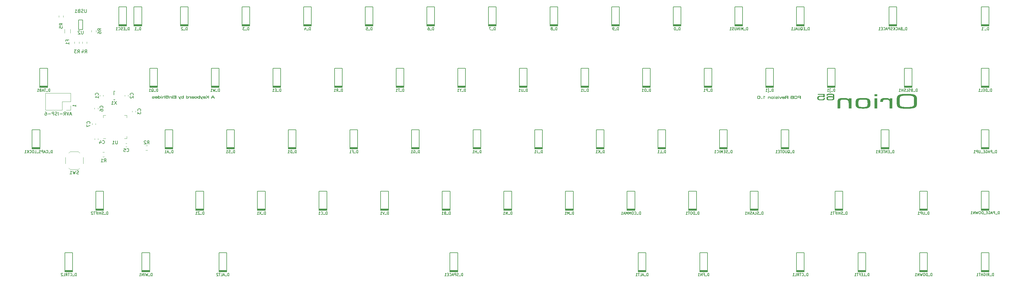
<source format=gbo>
G04 #@! TF.GenerationSoftware,KiCad,Pcbnew,(5.1.9-1-g591a07d2d9)-1*
G04 #@! TF.CreationDate,2021-05-31T00:50:00-06:00*
G04 #@! TF.ProjectId,keyboard-layout,6b657962-6f61-4726-942d-6c61796f7574,rev?*
G04 #@! TF.SameCoordinates,Original*
G04 #@! TF.FileFunction,Legend,Bot*
G04 #@! TF.FilePolarity,Positive*
%FSLAX46Y46*%
G04 Gerber Fmt 4.6, Leading zero omitted, Abs format (unit mm)*
G04 Created by KiCad (PCBNEW (5.1.9-1-g591a07d2d9)-1) date 2021-05-31 00:50:00*
%MOMM*%
%LPD*%
G01*
G04 APERTURE LIST*
%ADD10C,0.010000*%
%ADD11C,0.120000*%
%ADD12C,0.200000*%
%ADD13C,0.150000*%
G04 APERTURE END LIST*
D10*
G36*
X63561751Y-54150366D02*
G01*
X63683024Y-54150366D01*
X63683024Y-54057428D01*
X63561751Y-54057428D01*
X63561751Y-54150366D01*
G37*
X63561751Y-54150366D02*
X63683024Y-54150366D01*
X63683024Y-54057428D01*
X63561751Y-54057428D01*
X63561751Y-54150366D01*
G36*
X66997825Y-54150366D02*
G01*
X67119098Y-54150366D01*
X67119098Y-54057428D01*
X66997825Y-54057428D01*
X66997825Y-54150366D01*
G37*
X66997825Y-54150366D02*
X67119098Y-54150366D01*
X67119098Y-54057428D01*
X66997825Y-54057428D01*
X66997825Y-54150366D01*
G36*
X63561751Y-54875284D02*
G01*
X63683024Y-54875284D01*
X63683024Y-54289773D01*
X63561751Y-54289773D01*
X63561751Y-54875284D01*
G37*
X63561751Y-54875284D02*
X63683024Y-54875284D01*
X63683024Y-54289773D01*
X63561751Y-54289773D01*
X63561751Y-54875284D01*
G36*
X64518462Y-54347462D02*
G01*
X64472111Y-54319392D01*
X64413140Y-54294611D01*
X64335689Y-54278745D01*
X64245598Y-54272706D01*
X64183534Y-54274448D01*
X64096114Y-54286305D01*
X64029395Y-54309644D01*
X63982211Y-54345084D01*
X63953395Y-54393245D01*
X63951947Y-54397371D01*
X63948438Y-54416964D01*
X63945293Y-54451997D01*
X63942666Y-54499325D01*
X63940711Y-54555801D01*
X63939581Y-54618278D01*
X63939367Y-54654555D01*
X63939045Y-54875284D01*
X64060318Y-54875284D01*
X64060640Y-54668496D01*
X64061266Y-54583602D01*
X64063532Y-54515415D01*
X64068454Y-54462057D01*
X64077049Y-54421653D01*
X64090334Y-54392325D01*
X64109327Y-54372198D01*
X64135045Y-54359395D01*
X64168505Y-54352040D01*
X64210723Y-54348256D01*
X64234831Y-54347140D01*
X64292971Y-54346307D01*
X64336384Y-54350086D01*
X64376861Y-54359782D01*
X64391390Y-54364437D01*
X64424422Y-54376624D01*
X64450338Y-54390096D01*
X64469999Y-54407159D01*
X64484262Y-54430118D01*
X64493988Y-54461278D01*
X64500034Y-54502945D01*
X64503260Y-54557422D01*
X64504525Y-54627016D01*
X64504691Y-54668496D01*
X64504987Y-54875284D01*
X64626260Y-54875284D01*
X64626260Y-54048134D01*
X64518462Y-54048134D01*
X64518462Y-54347462D01*
G37*
X64518462Y-54347462D02*
X64472111Y-54319392D01*
X64413140Y-54294611D01*
X64335689Y-54278745D01*
X64245598Y-54272706D01*
X64183534Y-54274448D01*
X64096114Y-54286305D01*
X64029395Y-54309644D01*
X63982211Y-54345084D01*
X63953395Y-54393245D01*
X63951947Y-54397371D01*
X63948438Y-54416964D01*
X63945293Y-54451997D01*
X63942666Y-54499325D01*
X63940711Y-54555801D01*
X63939581Y-54618278D01*
X63939367Y-54654555D01*
X63939045Y-54875284D01*
X64060318Y-54875284D01*
X64060640Y-54668496D01*
X64061266Y-54583602D01*
X64063532Y-54515415D01*
X64068454Y-54462057D01*
X64077049Y-54421653D01*
X64090334Y-54392325D01*
X64109327Y-54372198D01*
X64135045Y-54359395D01*
X64168505Y-54352040D01*
X64210723Y-54348256D01*
X64234831Y-54347140D01*
X64292971Y-54346307D01*
X64336384Y-54350086D01*
X64376861Y-54359782D01*
X64391390Y-54364437D01*
X64424422Y-54376624D01*
X64450338Y-54390096D01*
X64469999Y-54407159D01*
X64484262Y-54430118D01*
X64493988Y-54461278D01*
X64500034Y-54502945D01*
X64503260Y-54557422D01*
X64504525Y-54627016D01*
X64504691Y-54668496D01*
X64504987Y-54875284D01*
X64626260Y-54875284D01*
X64626260Y-54048134D01*
X64518462Y-54048134D01*
X64518462Y-54347462D01*
G36*
X66285603Y-54274448D02*
G01*
X66198183Y-54286305D01*
X66131464Y-54309644D01*
X66084280Y-54345084D01*
X66055464Y-54393245D01*
X66054016Y-54397371D01*
X66050507Y-54416964D01*
X66047362Y-54451997D01*
X66044735Y-54499325D01*
X66042780Y-54555801D01*
X66041650Y-54618278D01*
X66041436Y-54654555D01*
X66041114Y-54875284D01*
X66162387Y-54875284D01*
X66162709Y-54668496D01*
X66163335Y-54583602D01*
X66165601Y-54515415D01*
X66170523Y-54462057D01*
X66179118Y-54421653D01*
X66192403Y-54392325D01*
X66211396Y-54372198D01*
X66237114Y-54359395D01*
X66270574Y-54352040D01*
X66312792Y-54348256D01*
X66336900Y-54347140D01*
X66426308Y-54349378D01*
X66496616Y-54364131D01*
X66549209Y-54391834D01*
X66579296Y-54423380D01*
X66588421Y-54437700D01*
X66595305Y-54453010D01*
X66600262Y-54472068D01*
X66603602Y-54497628D01*
X66605636Y-54532447D01*
X66606677Y-54579281D01*
X66607034Y-54640885D01*
X66607056Y-54669107D01*
X66607056Y-54875284D01*
X66728329Y-54875284D01*
X66728329Y-54289773D01*
X66674430Y-54289773D01*
X66639886Y-54290847D01*
X66624530Y-54296829D01*
X66620626Y-54311861D01*
X66620531Y-54318617D01*
X66620531Y-54347462D01*
X66574180Y-54319392D01*
X66515209Y-54294611D01*
X66437758Y-54278745D01*
X66347667Y-54272706D01*
X66285603Y-54274448D01*
G37*
X66285603Y-54274448D02*
X66198183Y-54286305D01*
X66131464Y-54309644D01*
X66084280Y-54345084D01*
X66055464Y-54393245D01*
X66054016Y-54397371D01*
X66050507Y-54416964D01*
X66047362Y-54451997D01*
X66044735Y-54499325D01*
X66042780Y-54555801D01*
X66041650Y-54618278D01*
X66041436Y-54654555D01*
X66041114Y-54875284D01*
X66162387Y-54875284D01*
X66162709Y-54668496D01*
X66163335Y-54583602D01*
X66165601Y-54515415D01*
X66170523Y-54462057D01*
X66179118Y-54421653D01*
X66192403Y-54392325D01*
X66211396Y-54372198D01*
X66237114Y-54359395D01*
X66270574Y-54352040D01*
X66312792Y-54348256D01*
X66336900Y-54347140D01*
X66426308Y-54349378D01*
X66496616Y-54364131D01*
X66549209Y-54391834D01*
X66579296Y-54423380D01*
X66588421Y-54437700D01*
X66595305Y-54453010D01*
X66600262Y-54472068D01*
X66603602Y-54497628D01*
X66605636Y-54532447D01*
X66606677Y-54579281D01*
X66607034Y-54640885D01*
X66607056Y-54669107D01*
X66607056Y-54875284D01*
X66728329Y-54875284D01*
X66728329Y-54289773D01*
X66674430Y-54289773D01*
X66639886Y-54290847D01*
X66624530Y-54296829D01*
X66620626Y-54311861D01*
X66620531Y-54318617D01*
X66620531Y-54347462D01*
X66574180Y-54319392D01*
X66515209Y-54294611D01*
X66437758Y-54278745D01*
X66347667Y-54272706D01*
X66285603Y-54274448D01*
G36*
X66997825Y-54875284D02*
G01*
X67119098Y-54875284D01*
X67119098Y-54289773D01*
X66997825Y-54289773D01*
X66997825Y-54875284D01*
G37*
X66997825Y-54875284D02*
X67119098Y-54875284D01*
X67119098Y-54289773D01*
X66997825Y-54289773D01*
X66997825Y-54875284D01*
G36*
X67307745Y-54131778D02*
G01*
X68021910Y-54131778D01*
X68021910Y-54401299D01*
X67334695Y-54401299D01*
X67334695Y-54484943D01*
X68021910Y-54484943D01*
X68021910Y-54791639D01*
X67307745Y-54791639D01*
X67307745Y-54875284D01*
X68143183Y-54875284D01*
X68143183Y-54048134D01*
X67307745Y-54048134D01*
X67307745Y-54131778D01*
G37*
X67307745Y-54131778D02*
X68021910Y-54131778D01*
X68021910Y-54401299D01*
X67334695Y-54401299D01*
X67334695Y-54484943D01*
X68021910Y-54484943D01*
X68021910Y-54791639D01*
X67307745Y-54791639D01*
X67307745Y-54875284D01*
X68143183Y-54875284D01*
X68143183Y-54048134D01*
X67307745Y-54048134D01*
X67307745Y-54131778D01*
G36*
X72291628Y-54276041D02*
G01*
X72229305Y-54292201D01*
X72178920Y-54323478D01*
X72142489Y-54367706D01*
X72122030Y-54422720D01*
X72118249Y-54462166D01*
X72120973Y-54476395D01*
X72134010Y-54483027D01*
X72164659Y-54484891D01*
X72177009Y-54484943D01*
X72235769Y-54484943D01*
X72243975Y-54436151D01*
X72258736Y-54393034D01*
X72287833Y-54364796D01*
X72334301Y-54349594D01*
X72393242Y-54345536D01*
X72465515Y-54352621D01*
X72523122Y-54372913D01*
X72562597Y-54404965D01*
X72572263Y-54420208D01*
X72578550Y-54443374D01*
X72583416Y-54484506D01*
X72586822Y-54543009D01*
X72588725Y-54618288D01*
X72589107Y-54663849D01*
X72589867Y-54875284D01*
X72711141Y-54875284D01*
X72711141Y-54289773D01*
X72657241Y-54289773D01*
X72622699Y-54290844D01*
X72607344Y-54296829D01*
X72603439Y-54311886D01*
X72603342Y-54318736D01*
X72603342Y-54347699D01*
X72550644Y-54314861D01*
X72487309Y-54287545D01*
X72408465Y-54273542D01*
X72318303Y-54273479D01*
X72291628Y-54276041D01*
G37*
X72291628Y-54276041D02*
X72229305Y-54292201D01*
X72178920Y-54323478D01*
X72142489Y-54367706D01*
X72122030Y-54422720D01*
X72118249Y-54462166D01*
X72120973Y-54476395D01*
X72134010Y-54483027D01*
X72164659Y-54484891D01*
X72177009Y-54484943D01*
X72235769Y-54484943D01*
X72243975Y-54436151D01*
X72258736Y-54393034D01*
X72287833Y-54364796D01*
X72334301Y-54349594D01*
X72393242Y-54345536D01*
X72465515Y-54352621D01*
X72523122Y-54372913D01*
X72562597Y-54404965D01*
X72572263Y-54420208D01*
X72578550Y-54443374D01*
X72583416Y-54484506D01*
X72586822Y-54543009D01*
X72588725Y-54618288D01*
X72589107Y-54663849D01*
X72589867Y-54875284D01*
X72711141Y-54875284D01*
X72711141Y-54289773D01*
X72657241Y-54289773D01*
X72622699Y-54290844D01*
X72607344Y-54296829D01*
X72603439Y-54311886D01*
X72603342Y-54318736D01*
X72603342Y-54347699D01*
X72550644Y-54314861D01*
X72487309Y-54287545D01*
X72408465Y-54273542D01*
X72318303Y-54273479D01*
X72291628Y-54276041D01*
G36*
X78128011Y-54401299D02*
G01*
X78075698Y-54401299D01*
X78059129Y-54400783D01*
X78043325Y-54398211D01*
X78025730Y-54392048D01*
X78003787Y-54380758D01*
X77974939Y-54362805D01*
X77936629Y-54336655D01*
X77886301Y-54300772D01*
X77821397Y-54253620D01*
X77782621Y-54225295D01*
X77541857Y-54049292D01*
X77454777Y-54048713D01*
X77367698Y-54048134D01*
X77429061Y-54092280D01*
X77456677Y-54112175D01*
X77499164Y-54142819D01*
X77552785Y-54181516D01*
X77613804Y-54225567D01*
X77678484Y-54272277D01*
X77701115Y-54288625D01*
X77911807Y-54440824D01*
X77609988Y-54655730D01*
X77308168Y-54870637D01*
X77390573Y-54873450D01*
X77472978Y-54876264D01*
X77747711Y-54680604D01*
X77826866Y-54624322D01*
X77889731Y-54580009D01*
X77938696Y-54546236D01*
X77976152Y-54521575D01*
X78004491Y-54504596D01*
X78026103Y-54493872D01*
X78043380Y-54487975D01*
X78058713Y-54485475D01*
X78074492Y-54484944D01*
X78075227Y-54484943D01*
X78128011Y-54484943D01*
X78128011Y-54875284D01*
X78249284Y-54875284D01*
X78249284Y-54048134D01*
X78128011Y-54048134D01*
X78128011Y-54401299D01*
G37*
X78128011Y-54401299D02*
X78075698Y-54401299D01*
X78059129Y-54400783D01*
X78043325Y-54398211D01*
X78025730Y-54392048D01*
X78003787Y-54380758D01*
X77974939Y-54362805D01*
X77936629Y-54336655D01*
X77886301Y-54300772D01*
X77821397Y-54253620D01*
X77782621Y-54225295D01*
X77541857Y-54049292D01*
X77454777Y-54048713D01*
X77367698Y-54048134D01*
X77429061Y-54092280D01*
X77456677Y-54112175D01*
X77499164Y-54142819D01*
X77552785Y-54181516D01*
X77613804Y-54225567D01*
X77678484Y-54272277D01*
X77701115Y-54288625D01*
X77911807Y-54440824D01*
X77609988Y-54655730D01*
X77308168Y-54870637D01*
X77390573Y-54873450D01*
X77472978Y-54876264D01*
X77747711Y-54680604D01*
X77826866Y-54624322D01*
X77889731Y-54580009D01*
X77938696Y-54546236D01*
X77976152Y-54521575D01*
X78004491Y-54504596D01*
X78026103Y-54493872D01*
X78043380Y-54487975D01*
X78058713Y-54485475D01*
X78074492Y-54484944D01*
X78075227Y-54484943D01*
X78128011Y-54484943D01*
X78128011Y-54875284D01*
X78249284Y-54875284D01*
X78249284Y-54048134D01*
X78128011Y-54048134D01*
X78128011Y-54401299D01*
G36*
X79512775Y-54050102D02*
G01*
X79405532Y-54052781D01*
X79286663Y-54275832D01*
X79246551Y-54351076D01*
X79202379Y-54433892D01*
X79157258Y-54518453D01*
X79114295Y-54598933D01*
X79076601Y-54669506D01*
X79066965Y-54687537D01*
X78966136Y-54876191D01*
X79102512Y-54870637D01*
X79157622Y-54770744D01*
X79212732Y-54670852D01*
X79515915Y-54670839D01*
X79819098Y-54670825D01*
X79872997Y-54773052D01*
X79926897Y-54875278D01*
X79990902Y-54875281D01*
X80028223Y-54873945D01*
X80051289Y-54870542D01*
X80054907Y-54868199D01*
X80050447Y-54858616D01*
X80037816Y-54833718D01*
X80018140Y-54795636D01*
X79992546Y-54746502D01*
X79962158Y-54688447D01*
X79928103Y-54623603D01*
X79907609Y-54584681D01*
X79771936Y-54584681D01*
X79759150Y-54585457D01*
X79723546Y-54586134D01*
X79669255Y-54586673D01*
X79600408Y-54587033D01*
X79521138Y-54587175D01*
X79258078Y-54587175D01*
X79267563Y-54566264D01*
X79281383Y-54537521D01*
X79301486Y-54497979D01*
X79326276Y-54450561D01*
X79354158Y-54398189D01*
X79383537Y-54343785D01*
X79412818Y-54290270D01*
X79440404Y-54240568D01*
X79464701Y-54197599D01*
X79484114Y-54164285D01*
X79497046Y-54143549D01*
X79501319Y-54138128D01*
X79520787Y-54133406D01*
X79529632Y-54137522D01*
X79536574Y-54147572D01*
X79551145Y-54172204D01*
X79571780Y-54208527D01*
X79596913Y-54253651D01*
X79624977Y-54304685D01*
X79654405Y-54358739D01*
X79683633Y-54412923D01*
X79711093Y-54464346D01*
X79735220Y-54510117D01*
X79754446Y-54547346D01*
X79767207Y-54573144D01*
X79771935Y-54584619D01*
X79771936Y-54584681D01*
X79907609Y-54584681D01*
X79891506Y-54554101D01*
X79853494Y-54482073D01*
X79815191Y-54409651D01*
X79777724Y-54338965D01*
X79742219Y-54272147D01*
X79709801Y-54211330D01*
X79681596Y-54158644D01*
X79658730Y-54116221D01*
X79642329Y-54086192D01*
X79635093Y-54073337D01*
X79626550Y-54060484D01*
X79615240Y-54052957D01*
X79594870Y-54049561D01*
X79559144Y-54049099D01*
X79512775Y-54050102D01*
G37*
X79512775Y-54050102D02*
X79405532Y-54052781D01*
X79286663Y-54275832D01*
X79246551Y-54351076D01*
X79202379Y-54433892D01*
X79157258Y-54518453D01*
X79114295Y-54598933D01*
X79076601Y-54669506D01*
X79066965Y-54687537D01*
X78966136Y-54876191D01*
X79102512Y-54870637D01*
X79157622Y-54770744D01*
X79212732Y-54670852D01*
X79515915Y-54670839D01*
X79819098Y-54670825D01*
X79872997Y-54773052D01*
X79926897Y-54875278D01*
X79990902Y-54875281D01*
X80028223Y-54873945D01*
X80051289Y-54870542D01*
X80054907Y-54868199D01*
X80050447Y-54858616D01*
X80037816Y-54833718D01*
X80018140Y-54795636D01*
X79992546Y-54746502D01*
X79962158Y-54688447D01*
X79928103Y-54623603D01*
X79907609Y-54584681D01*
X79771936Y-54584681D01*
X79759150Y-54585457D01*
X79723546Y-54586134D01*
X79669255Y-54586673D01*
X79600408Y-54587033D01*
X79521138Y-54587175D01*
X79258078Y-54587175D01*
X79267563Y-54566264D01*
X79281383Y-54537521D01*
X79301486Y-54497979D01*
X79326276Y-54450561D01*
X79354158Y-54398189D01*
X79383537Y-54343785D01*
X79412818Y-54290270D01*
X79440404Y-54240568D01*
X79464701Y-54197599D01*
X79484114Y-54164285D01*
X79497046Y-54143549D01*
X79501319Y-54138128D01*
X79520787Y-54133406D01*
X79529632Y-54137522D01*
X79536574Y-54147572D01*
X79551145Y-54172204D01*
X79571780Y-54208527D01*
X79596913Y-54253651D01*
X79624977Y-54304685D01*
X79654405Y-54358739D01*
X79683633Y-54412923D01*
X79711093Y-54464346D01*
X79735220Y-54510117D01*
X79754446Y-54547346D01*
X79767207Y-54573144D01*
X79771935Y-54584619D01*
X79771936Y-54584681D01*
X79907609Y-54584681D01*
X79891506Y-54554101D01*
X79853494Y-54482073D01*
X79815191Y-54409651D01*
X79777724Y-54338965D01*
X79742219Y-54272147D01*
X79709801Y-54211330D01*
X79681596Y-54158644D01*
X79658730Y-54116221D01*
X79642329Y-54086192D01*
X79635093Y-54073337D01*
X79626550Y-54060484D01*
X79615240Y-54052957D01*
X79594870Y-54049561D01*
X79559144Y-54049099D01*
X79512775Y-54050102D01*
G36*
X60993292Y-54277955D02*
G01*
X60914152Y-54283822D01*
X60855270Y-54294769D01*
X60813474Y-54311845D01*
X60785591Y-54336104D01*
X60768450Y-54368597D01*
X60763351Y-54386375D01*
X60755466Y-54419887D01*
X60814912Y-54419887D01*
X60853125Y-54418492D01*
X60873947Y-54412000D01*
X60886832Y-54396945D01*
X60889265Y-54392646D01*
X60909963Y-54372093D01*
X60947619Y-54357801D01*
X61004686Y-54349351D01*
X61083618Y-54346323D01*
X61154759Y-54347247D01*
X61229047Y-54350769D01*
X61280485Y-54357845D01*
X61313079Y-54370474D01*
X61330835Y-54390653D01*
X61337757Y-54420379D01*
X61338409Y-54438840D01*
X61337116Y-54463952D01*
X61331045Y-54483118D01*
X61316906Y-54497303D01*
X61291409Y-54507469D01*
X61251265Y-54514578D01*
X61193182Y-54519595D01*
X61113872Y-54523482D01*
X61040042Y-54526182D01*
X60956904Y-54530078D01*
X60895249Y-54535828D01*
X60849641Y-54544393D01*
X60814643Y-54556735D01*
X60789891Y-54570450D01*
X60762499Y-54598979D01*
X60744638Y-54640277D01*
X60737575Y-54689420D01*
X60742579Y-54741487D01*
X60744155Y-54748109D01*
X60762713Y-54794322D01*
X60793609Y-54829753D01*
X60839467Y-54855396D01*
X60902909Y-54872247D01*
X60986561Y-54881300D01*
X61093045Y-54883552D01*
X61101070Y-54883484D01*
X61162654Y-54882015D01*
X61222714Y-54879166D01*
X61269111Y-54875527D01*
X61272342Y-54875164D01*
X61348418Y-54861768D01*
X61402527Y-54840427D01*
X61438533Y-54808496D01*
X61460301Y-54763325D01*
X61465495Y-54742847D01*
X61474808Y-54698701D01*
X61413956Y-54698701D01*
X61376259Y-54699625D01*
X61357092Y-54704957D01*
X61348048Y-54718537D01*
X61344471Y-54730442D01*
X61328351Y-54759504D01*
X61302546Y-54783755D01*
X61284803Y-54793547D01*
X61263655Y-54800111D01*
X61233125Y-54804290D01*
X61187237Y-54806923D01*
X61124819Y-54808737D01*
X61036916Y-54809358D01*
X60971751Y-54805847D01*
X60925513Y-54797265D01*
X60894390Y-54782671D01*
X60874571Y-54761126D01*
X60866761Y-54745095D01*
X60858936Y-54695304D01*
X60872173Y-54647233D01*
X60882089Y-54631637D01*
X60898787Y-54619788D01*
X60930741Y-54610370D01*
X60980802Y-54602972D01*
X61051825Y-54597185D01*
X61146665Y-54592598D01*
X61156499Y-54592229D01*
X61253567Y-54587680D01*
X61326952Y-54581006D01*
X61379915Y-54570514D01*
X61415714Y-54554515D01*
X61437610Y-54531318D01*
X61448863Y-54499232D01*
X61452732Y-54456566D01*
X61452944Y-54438474D01*
X61449411Y-54388871D01*
X61436971Y-54350172D01*
X61412862Y-54321122D01*
X61374324Y-54300465D01*
X61318595Y-54286946D01*
X61242913Y-54279310D01*
X61144518Y-54276300D01*
X61095862Y-54276114D01*
X60993292Y-54277955D01*
G37*
X60993292Y-54277955D02*
X60914152Y-54283822D01*
X60855270Y-54294769D01*
X60813474Y-54311845D01*
X60785591Y-54336104D01*
X60768450Y-54368597D01*
X60763351Y-54386375D01*
X60755466Y-54419887D01*
X60814912Y-54419887D01*
X60853125Y-54418492D01*
X60873947Y-54412000D01*
X60886832Y-54396945D01*
X60889265Y-54392646D01*
X60909963Y-54372093D01*
X60947619Y-54357801D01*
X61004686Y-54349351D01*
X61083618Y-54346323D01*
X61154759Y-54347247D01*
X61229047Y-54350769D01*
X61280485Y-54357845D01*
X61313079Y-54370474D01*
X61330835Y-54390653D01*
X61337757Y-54420379D01*
X61338409Y-54438840D01*
X61337116Y-54463952D01*
X61331045Y-54483118D01*
X61316906Y-54497303D01*
X61291409Y-54507469D01*
X61251265Y-54514578D01*
X61193182Y-54519595D01*
X61113872Y-54523482D01*
X61040042Y-54526182D01*
X60956904Y-54530078D01*
X60895249Y-54535828D01*
X60849641Y-54544393D01*
X60814643Y-54556735D01*
X60789891Y-54570450D01*
X60762499Y-54598979D01*
X60744638Y-54640277D01*
X60737575Y-54689420D01*
X60742579Y-54741487D01*
X60744155Y-54748109D01*
X60762713Y-54794322D01*
X60793609Y-54829753D01*
X60839467Y-54855396D01*
X60902909Y-54872247D01*
X60986561Y-54881300D01*
X61093045Y-54883552D01*
X61101070Y-54883484D01*
X61162654Y-54882015D01*
X61222714Y-54879166D01*
X61269111Y-54875527D01*
X61272342Y-54875164D01*
X61348418Y-54861768D01*
X61402527Y-54840427D01*
X61438533Y-54808496D01*
X61460301Y-54763325D01*
X61465495Y-54742847D01*
X61474808Y-54698701D01*
X61413956Y-54698701D01*
X61376259Y-54699625D01*
X61357092Y-54704957D01*
X61348048Y-54718537D01*
X61344471Y-54730442D01*
X61328351Y-54759504D01*
X61302546Y-54783755D01*
X61284803Y-54793547D01*
X61263655Y-54800111D01*
X61233125Y-54804290D01*
X61187237Y-54806923D01*
X61124819Y-54808737D01*
X61036916Y-54809358D01*
X60971751Y-54805847D01*
X60925513Y-54797265D01*
X60894390Y-54782671D01*
X60874571Y-54761126D01*
X60866761Y-54745095D01*
X60858936Y-54695304D01*
X60872173Y-54647233D01*
X60882089Y-54631637D01*
X60898787Y-54619788D01*
X60930741Y-54610370D01*
X60980802Y-54602972D01*
X61051825Y-54597185D01*
X61146665Y-54592598D01*
X61156499Y-54592229D01*
X61253567Y-54587680D01*
X61326952Y-54581006D01*
X61379915Y-54570514D01*
X61415714Y-54554515D01*
X61437610Y-54531318D01*
X61448863Y-54499232D01*
X61452732Y-54456566D01*
X61452944Y-54438474D01*
X61449411Y-54388871D01*
X61436971Y-54350172D01*
X61412862Y-54321122D01*
X61374324Y-54300465D01*
X61318595Y-54286946D01*
X61242913Y-54279310D01*
X61144518Y-54276300D01*
X61095862Y-54276114D01*
X60993292Y-54277955D01*
G36*
X61953164Y-54276159D02*
G01*
X61901188Y-54277563D01*
X61863235Y-54280685D01*
X61832848Y-54286161D01*
X61803566Y-54294630D01*
X61790520Y-54299067D01*
X61742981Y-54319245D01*
X61708830Y-54343690D01*
X61685883Y-54375730D01*
X61671956Y-54418692D01*
X61664864Y-54475906D01*
X61663946Y-54491914D01*
X61659351Y-54587175D01*
X62268170Y-54587175D01*
X62268170Y-54628540D01*
X62262634Y-54682898D01*
X62247237Y-54730847D01*
X62223793Y-54767860D01*
X62206161Y-54783234D01*
X62187240Y-54793567D01*
X62164602Y-54800318D01*
X62131799Y-54804464D01*
X62082383Y-54806983D01*
X62041863Y-54808124D01*
X61958350Y-54808294D01*
X61896889Y-54803282D01*
X61853173Y-54791780D01*
X61822895Y-54772481D01*
X61801749Y-54744074D01*
X61796552Y-54733602D01*
X61783389Y-54707421D01*
X61769947Y-54694413D01*
X61748124Y-54689960D01*
X61719072Y-54689456D01*
X61684534Y-54690899D01*
X61666282Y-54697665D01*
X61662159Y-54713304D01*
X61670006Y-54741363D01*
X61676833Y-54758901D01*
X61708128Y-54803808D01*
X61759782Y-54841005D01*
X61825830Y-54866768D01*
X61861220Y-54874028D01*
X61936165Y-54881264D01*
X62021566Y-54883555D01*
X62105975Y-54880982D01*
X62177945Y-54873627D01*
X62189361Y-54871679D01*
X62234832Y-54861369D01*
X62274516Y-54849320D01*
X62285039Y-54845121D01*
X62324311Y-54816684D01*
X62354339Y-54771470D01*
X62374896Y-54710221D01*
X62385752Y-54633675D01*
X62386680Y-54542574D01*
X62385459Y-54519543D01*
X62384743Y-54512825D01*
X62271642Y-54512825D01*
X61779838Y-54512825D01*
X61785729Y-54456650D01*
X61791975Y-54420873D01*
X61803858Y-54396786D01*
X61824905Y-54377547D01*
X61827442Y-54375769D01*
X61846763Y-54364003D01*
X61867923Y-54356386D01*
X61897624Y-54351741D01*
X61942565Y-54348893D01*
X61990101Y-54347236D01*
X62079806Y-54346553D01*
X62146911Y-54351715D01*
X62195045Y-54364289D01*
X62227834Y-54385843D01*
X62248906Y-54417944D01*
X62261887Y-54462159D01*
X62262425Y-54464902D01*
X62271642Y-54512825D01*
X62384743Y-54512825D01*
X62378255Y-54452043D01*
X62365202Y-54399968D01*
X62344552Y-54360372D01*
X62314559Y-54330309D01*
X62273474Y-54306833D01*
X62254695Y-54299067D01*
X62226932Y-54289252D01*
X62200229Y-54282658D01*
X62168356Y-54278655D01*
X62125083Y-54276610D01*
X62064177Y-54275892D01*
X62025623Y-54275832D01*
X61953164Y-54276159D01*
G37*
X61953164Y-54276159D02*
X61901188Y-54277563D01*
X61863235Y-54280685D01*
X61832848Y-54286161D01*
X61803566Y-54294630D01*
X61790520Y-54299067D01*
X61742981Y-54319245D01*
X61708830Y-54343690D01*
X61685883Y-54375730D01*
X61671956Y-54418692D01*
X61664864Y-54475906D01*
X61663946Y-54491914D01*
X61659351Y-54587175D01*
X62268170Y-54587175D01*
X62268170Y-54628540D01*
X62262634Y-54682898D01*
X62247237Y-54730847D01*
X62223793Y-54767860D01*
X62206161Y-54783234D01*
X62187240Y-54793567D01*
X62164602Y-54800318D01*
X62131799Y-54804464D01*
X62082383Y-54806983D01*
X62041863Y-54808124D01*
X61958350Y-54808294D01*
X61896889Y-54803282D01*
X61853173Y-54791780D01*
X61822895Y-54772481D01*
X61801749Y-54744074D01*
X61796552Y-54733602D01*
X61783389Y-54707421D01*
X61769947Y-54694413D01*
X61748124Y-54689960D01*
X61719072Y-54689456D01*
X61684534Y-54690899D01*
X61666282Y-54697665D01*
X61662159Y-54713304D01*
X61670006Y-54741363D01*
X61676833Y-54758901D01*
X61708128Y-54803808D01*
X61759782Y-54841005D01*
X61825830Y-54866768D01*
X61861220Y-54874028D01*
X61936165Y-54881264D01*
X62021566Y-54883555D01*
X62105975Y-54880982D01*
X62177945Y-54873627D01*
X62189361Y-54871679D01*
X62234832Y-54861369D01*
X62274516Y-54849320D01*
X62285039Y-54845121D01*
X62324311Y-54816684D01*
X62354339Y-54771470D01*
X62374896Y-54710221D01*
X62385752Y-54633675D01*
X62386680Y-54542574D01*
X62385459Y-54519543D01*
X62384743Y-54512825D01*
X62271642Y-54512825D01*
X61779838Y-54512825D01*
X61785729Y-54456650D01*
X61791975Y-54420873D01*
X61803858Y-54396786D01*
X61824905Y-54377547D01*
X61827442Y-54375769D01*
X61846763Y-54364003D01*
X61867923Y-54356386D01*
X61897624Y-54351741D01*
X61942565Y-54348893D01*
X61990101Y-54347236D01*
X62079806Y-54346553D01*
X62146911Y-54351715D01*
X62195045Y-54364289D01*
X62227834Y-54385843D01*
X62248906Y-54417944D01*
X62261887Y-54462159D01*
X62262425Y-54464902D01*
X62271642Y-54512825D01*
X62384743Y-54512825D01*
X62378255Y-54452043D01*
X62365202Y-54399968D01*
X62344552Y-54360372D01*
X62314559Y-54330309D01*
X62273474Y-54306833D01*
X62254695Y-54299067D01*
X62226932Y-54289252D01*
X62200229Y-54282658D01*
X62168356Y-54278655D01*
X62125083Y-54276610D01*
X62064177Y-54275892D01*
X62025623Y-54275832D01*
X61953164Y-54276159D01*
G36*
X62618515Y-54875284D02*
G01*
X62739788Y-54875284D01*
X62739788Y-54798426D01*
X62767927Y-54823100D01*
X62801124Y-54845525D01*
X62837370Y-54862505D01*
X62875433Y-54870913D01*
X62931040Y-54877156D01*
X62994899Y-54880791D01*
X63057721Y-54881375D01*
X63110216Y-54878464D01*
X63125972Y-54876270D01*
X63201645Y-54855551D01*
X63258241Y-54822893D01*
X63292255Y-54786836D01*
X63304461Y-54769126D01*
X63313300Y-54752444D01*
X63319314Y-54733433D01*
X63323044Y-54708736D01*
X63325030Y-54674994D01*
X63325815Y-54628852D01*
X63325942Y-54577881D01*
X63325927Y-54573235D01*
X63204440Y-54573235D01*
X63203546Y-54641246D01*
X63200032Y-54693224D01*
X63193005Y-54731682D01*
X63181569Y-54759137D01*
X63164830Y-54778102D01*
X63141896Y-54791094D01*
X63124883Y-54797040D01*
X63074355Y-54806096D01*
X63009440Y-54809429D01*
X62941440Y-54806931D01*
X62885407Y-54799297D01*
X62831654Y-54782352D01*
X62791451Y-54755484D01*
X62763604Y-54716875D01*
X62746919Y-54664708D01*
X62740200Y-54597164D01*
X62739938Y-54577881D01*
X62744376Y-54506255D01*
X62758486Y-54450455D01*
X62783462Y-54408663D01*
X62820498Y-54379061D01*
X62870790Y-54359831D01*
X62885407Y-54356466D01*
X62950111Y-54347992D01*
X63021909Y-54346101D01*
X63087972Y-54350829D01*
X63115481Y-54355838D01*
X63145601Y-54365327D01*
X63168190Y-54379022D01*
X63184282Y-54399452D01*
X63194914Y-54429146D01*
X63201120Y-54470635D01*
X63203935Y-54526447D01*
X63204440Y-54573235D01*
X63325927Y-54573235D01*
X63325749Y-54518679D01*
X63324809Y-54474703D01*
X63322580Y-54442593D01*
X63318522Y-54418989D01*
X63312092Y-54400531D01*
X63302750Y-54383857D01*
X63292255Y-54368771D01*
X63257206Y-54330408D01*
X63213652Y-54303450D01*
X63157081Y-54286419D01*
X63082978Y-54277835D01*
X63009284Y-54276053D01*
X62928304Y-54278151D01*
X62867913Y-54285047D01*
X62822206Y-54298125D01*
X62785282Y-54318771D01*
X62767927Y-54332663D01*
X62739788Y-54357337D01*
X62739788Y-54048134D01*
X62618515Y-54048134D01*
X62618515Y-54875284D01*
G37*
X62618515Y-54875284D02*
X62739788Y-54875284D01*
X62739788Y-54798426D01*
X62767927Y-54823100D01*
X62801124Y-54845525D01*
X62837370Y-54862505D01*
X62875433Y-54870913D01*
X62931040Y-54877156D01*
X62994899Y-54880791D01*
X63057721Y-54881375D01*
X63110216Y-54878464D01*
X63125972Y-54876270D01*
X63201645Y-54855551D01*
X63258241Y-54822893D01*
X63292255Y-54786836D01*
X63304461Y-54769126D01*
X63313300Y-54752444D01*
X63319314Y-54733433D01*
X63323044Y-54708736D01*
X63325030Y-54674994D01*
X63325815Y-54628852D01*
X63325942Y-54577881D01*
X63325927Y-54573235D01*
X63204440Y-54573235D01*
X63203546Y-54641246D01*
X63200032Y-54693224D01*
X63193005Y-54731682D01*
X63181569Y-54759137D01*
X63164830Y-54778102D01*
X63141896Y-54791094D01*
X63124883Y-54797040D01*
X63074355Y-54806096D01*
X63009440Y-54809429D01*
X62941440Y-54806931D01*
X62885407Y-54799297D01*
X62831654Y-54782352D01*
X62791451Y-54755484D01*
X62763604Y-54716875D01*
X62746919Y-54664708D01*
X62740200Y-54597164D01*
X62739938Y-54577881D01*
X62744376Y-54506255D01*
X62758486Y-54450455D01*
X62783462Y-54408663D01*
X62820498Y-54379061D01*
X62870790Y-54359831D01*
X62885407Y-54356466D01*
X62950111Y-54347992D01*
X63021909Y-54346101D01*
X63087972Y-54350829D01*
X63115481Y-54355838D01*
X63145601Y-54365327D01*
X63168190Y-54379022D01*
X63184282Y-54399452D01*
X63194914Y-54429146D01*
X63201120Y-54470635D01*
X63203935Y-54526447D01*
X63204440Y-54573235D01*
X63325927Y-54573235D01*
X63325749Y-54518679D01*
X63324809Y-54474703D01*
X63322580Y-54442593D01*
X63318522Y-54418989D01*
X63312092Y-54400531D01*
X63302750Y-54383857D01*
X63292255Y-54368771D01*
X63257206Y-54330408D01*
X63213652Y-54303450D01*
X63157081Y-54286419D01*
X63082978Y-54277835D01*
X63009284Y-54276053D01*
X62928304Y-54278151D01*
X62867913Y-54285047D01*
X62822206Y-54298125D01*
X62785282Y-54318771D01*
X62767927Y-54332663D01*
X62739788Y-54357337D01*
X62739788Y-54048134D01*
X62618515Y-54048134D01*
X62618515Y-54875284D01*
G36*
X65277256Y-54031674D02*
G01*
X65199180Y-54033773D01*
X65142034Y-54036326D01*
X65099800Y-54039997D01*
X65066461Y-54045451D01*
X65036000Y-54053354D01*
X65012516Y-54060917D01*
X64959068Y-54083637D01*
X64922518Y-54111895D01*
X64899577Y-54149615D01*
X64886953Y-54200716D01*
X64885435Y-54212384D01*
X64878592Y-54271186D01*
X65013790Y-54271186D01*
X65019783Y-54214040D01*
X65028766Y-54172880D01*
X65048621Y-54145606D01*
X65084197Y-54128832D01*
X65140346Y-54119168D01*
X65158001Y-54117480D01*
X65211573Y-54114618D01*
X65278073Y-54113647D01*
X65351106Y-54114361D01*
X65424276Y-54116552D01*
X65491188Y-54120014D01*
X65545444Y-54124541D01*
X65580650Y-54129926D01*
X65585429Y-54131281D01*
X65622090Y-54152721D01*
X65645490Y-54188372D01*
X65656189Y-54239267D01*
X65657042Y-54262860D01*
X65651854Y-54313844D01*
X65635396Y-54349705D01*
X65606206Y-54372633D01*
X65577516Y-54382139D01*
X65550356Y-54386037D01*
X65501809Y-54390947D01*
X65437350Y-54396395D01*
X65362457Y-54401909D01*
X65306738Y-54405554D01*
X65199477Y-54412628D01*
X65115567Y-54419504D01*
X65051449Y-54427007D01*
X65003564Y-54435965D01*
X64968355Y-54447201D01*
X64942263Y-54461543D01*
X64921729Y-54479815D01*
X64906450Y-54498436D01*
X64884539Y-54541465D01*
X64872582Y-54594855D01*
X64870261Y-54653251D01*
X64877260Y-54711297D01*
X64893262Y-54763636D01*
X64917950Y-54804912D01*
X64925025Y-54812473D01*
X64952766Y-54834663D01*
X64986812Y-54851576D01*
X65031025Y-54863920D01*
X65089269Y-54872400D01*
X65165407Y-54877725D01*
X65263300Y-54880602D01*
X65300000Y-54881122D01*
X65379419Y-54881499D01*
X65453650Y-54880869D01*
X65516629Y-54879354D01*
X65562290Y-54877080D01*
X65578573Y-54875443D01*
X65654530Y-54859820D01*
X65712072Y-54836600D01*
X65753756Y-54803442D01*
X65782137Y-54758004D01*
X65799770Y-54697947D01*
X65804494Y-54668496D01*
X65812793Y-54605763D01*
X65680984Y-54605763D01*
X65673824Y-54667290D01*
X65665758Y-54709742D01*
X65650564Y-54742246D01*
X65625037Y-54766080D01*
X65585976Y-54782525D01*
X65530175Y-54792856D01*
X65454433Y-54798355D01*
X65355546Y-54800298D01*
X65340425Y-54800357D01*
X65236230Y-54799675D01*
X65155856Y-54796080D01*
X65096264Y-54788157D01*
X65054411Y-54774494D01*
X65027259Y-54753676D01*
X65011766Y-54724291D01*
X65004892Y-54684924D01*
X65003554Y-54643753D01*
X65005693Y-54591447D01*
X65013220Y-54554654D01*
X65027799Y-54530476D01*
X65051096Y-54516017D01*
X65081051Y-54508895D01*
X65106560Y-54506298D01*
X65153583Y-54502549D01*
X65216780Y-54498033D01*
X65290808Y-54493139D01*
X65347162Y-54489636D01*
X65448863Y-54483126D01*
X65527608Y-54477010D01*
X65587348Y-54470634D01*
X65632034Y-54463344D01*
X65665615Y-54454483D01*
X65692044Y-54443398D01*
X65715270Y-54429433D01*
X65716833Y-54428362D01*
X65749648Y-54398728D01*
X65770954Y-54361422D01*
X65781862Y-54313259D01*
X65783485Y-54251053D01*
X65782937Y-54239204D01*
X65773982Y-54174057D01*
X65754247Y-54123889D01*
X65722435Y-54086280D01*
X65689418Y-54064625D01*
X65644541Y-54050059D01*
X65575218Y-54039427D01*
X65483389Y-54032884D01*
X65370994Y-54030586D01*
X65277256Y-54031674D01*
G37*
X65277256Y-54031674D02*
X65199180Y-54033773D01*
X65142034Y-54036326D01*
X65099800Y-54039997D01*
X65066461Y-54045451D01*
X65036000Y-54053354D01*
X65012516Y-54060917D01*
X64959068Y-54083637D01*
X64922518Y-54111895D01*
X64899577Y-54149615D01*
X64886953Y-54200716D01*
X64885435Y-54212384D01*
X64878592Y-54271186D01*
X65013790Y-54271186D01*
X65019783Y-54214040D01*
X65028766Y-54172880D01*
X65048621Y-54145606D01*
X65084197Y-54128832D01*
X65140346Y-54119168D01*
X65158001Y-54117480D01*
X65211573Y-54114618D01*
X65278073Y-54113647D01*
X65351106Y-54114361D01*
X65424276Y-54116552D01*
X65491188Y-54120014D01*
X65545444Y-54124541D01*
X65580650Y-54129926D01*
X65585429Y-54131281D01*
X65622090Y-54152721D01*
X65645490Y-54188372D01*
X65656189Y-54239267D01*
X65657042Y-54262860D01*
X65651854Y-54313844D01*
X65635396Y-54349705D01*
X65606206Y-54372633D01*
X65577516Y-54382139D01*
X65550356Y-54386037D01*
X65501809Y-54390947D01*
X65437350Y-54396395D01*
X65362457Y-54401909D01*
X65306738Y-54405554D01*
X65199477Y-54412628D01*
X65115567Y-54419504D01*
X65051449Y-54427007D01*
X65003564Y-54435965D01*
X64968355Y-54447201D01*
X64942263Y-54461543D01*
X64921729Y-54479815D01*
X64906450Y-54498436D01*
X64884539Y-54541465D01*
X64872582Y-54594855D01*
X64870261Y-54653251D01*
X64877260Y-54711297D01*
X64893262Y-54763636D01*
X64917950Y-54804912D01*
X64925025Y-54812473D01*
X64952766Y-54834663D01*
X64986812Y-54851576D01*
X65031025Y-54863920D01*
X65089269Y-54872400D01*
X65165407Y-54877725D01*
X65263300Y-54880602D01*
X65300000Y-54881122D01*
X65379419Y-54881499D01*
X65453650Y-54880869D01*
X65516629Y-54879354D01*
X65562290Y-54877080D01*
X65578573Y-54875443D01*
X65654530Y-54859820D01*
X65712072Y-54836600D01*
X65753756Y-54803442D01*
X65782137Y-54758004D01*
X65799770Y-54697947D01*
X65804494Y-54668496D01*
X65812793Y-54605763D01*
X65680984Y-54605763D01*
X65673824Y-54667290D01*
X65665758Y-54709742D01*
X65650564Y-54742246D01*
X65625037Y-54766080D01*
X65585976Y-54782525D01*
X65530175Y-54792856D01*
X65454433Y-54798355D01*
X65355546Y-54800298D01*
X65340425Y-54800357D01*
X65236230Y-54799675D01*
X65155856Y-54796080D01*
X65096264Y-54788157D01*
X65054411Y-54774494D01*
X65027259Y-54753676D01*
X65011766Y-54724291D01*
X65004892Y-54684924D01*
X65003554Y-54643753D01*
X65005693Y-54591447D01*
X65013220Y-54554654D01*
X65027799Y-54530476D01*
X65051096Y-54516017D01*
X65081051Y-54508895D01*
X65106560Y-54506298D01*
X65153583Y-54502549D01*
X65216780Y-54498033D01*
X65290808Y-54493139D01*
X65347162Y-54489636D01*
X65448863Y-54483126D01*
X65527608Y-54477010D01*
X65587348Y-54470634D01*
X65632034Y-54463344D01*
X65665615Y-54454483D01*
X65692044Y-54443398D01*
X65715270Y-54429433D01*
X65716833Y-54428362D01*
X65749648Y-54398728D01*
X65770954Y-54361422D01*
X65781862Y-54313259D01*
X65783485Y-54251053D01*
X65782937Y-54239204D01*
X65773982Y-54174057D01*
X65754247Y-54123889D01*
X65722435Y-54086280D01*
X65689418Y-54064625D01*
X65644541Y-54050059D01*
X65575218Y-54039427D01*
X65483389Y-54032884D01*
X65370994Y-54030586D01*
X65277256Y-54031674D01*
G36*
X70326101Y-54357337D02*
G01*
X70297962Y-54332663D01*
X70261898Y-54307033D01*
X70219171Y-54290076D01*
X70163816Y-54280356D01*
X70089866Y-54276435D01*
X70063342Y-54276176D01*
X69999701Y-54276808D01*
X69953873Y-54279868D01*
X69916789Y-54286460D01*
X69879383Y-54297690D01*
X69875400Y-54299067D01*
X69837659Y-54313518D01*
X69808568Y-54328985D01*
X69787016Y-54348010D01*
X69771891Y-54373134D01*
X69762082Y-54406899D01*
X69756476Y-54451847D01*
X69753961Y-54510519D01*
X69753422Y-54577881D01*
X69753649Y-54641381D01*
X69754582Y-54689274D01*
X69756599Y-54724538D01*
X69760076Y-54750154D01*
X69765390Y-54769099D01*
X69772919Y-54784353D01*
X69781077Y-54796286D01*
X69824055Y-54834011D01*
X69888390Y-54861039D01*
X69973060Y-54877027D01*
X70034446Y-54881218D01*
X70083879Y-54882227D01*
X70122982Y-54882035D01*
X70143710Y-54880688D01*
X70144191Y-54880572D01*
X70166545Y-54875974D01*
X70195061Y-54871214D01*
X70226728Y-54861689D01*
X70265664Y-54843781D01*
X70286016Y-54832144D01*
X70339576Y-54798770D01*
X70339576Y-54875284D01*
X70447374Y-54875284D01*
X70447374Y-54612662D01*
X70325481Y-54612662D01*
X70323996Y-54658393D01*
X70318553Y-54692515D01*
X70308253Y-54718485D01*
X70292202Y-54739764D01*
X70270168Y-54759289D01*
X70232593Y-54783416D01*
X70189549Y-54798575D01*
X70134505Y-54806171D01*
X70060931Y-54807607D01*
X70046546Y-54807348D01*
X69993393Y-54805394D01*
X69958746Y-54801214D01*
X69934169Y-54793074D01*
X69911798Y-54779632D01*
X69874695Y-54754042D01*
X69874695Y-54401721D01*
X69912090Y-54375952D01*
X69931822Y-54363577D01*
X69951758Y-54355960D01*
X69978903Y-54351955D01*
X70020264Y-54350413D01*
X70069446Y-54350183D01*
X70131028Y-54350900D01*
X70172777Y-54353626D01*
X70201762Y-54359223D01*
X70225046Y-54368552D01*
X70226603Y-54369345D01*
X70263336Y-54389973D01*
X70289079Y-54410268D01*
X70305948Y-54434204D01*
X70316062Y-54465752D01*
X70321538Y-54508885D01*
X70323901Y-54551862D01*
X70325481Y-54612662D01*
X70447374Y-54612662D01*
X70447374Y-54048134D01*
X70326101Y-54048134D01*
X70326101Y-54357337D01*
G37*
X70326101Y-54357337D02*
X70297962Y-54332663D01*
X70261898Y-54307033D01*
X70219171Y-54290076D01*
X70163816Y-54280356D01*
X70089866Y-54276435D01*
X70063342Y-54276176D01*
X69999701Y-54276808D01*
X69953873Y-54279868D01*
X69916789Y-54286460D01*
X69879383Y-54297690D01*
X69875400Y-54299067D01*
X69837659Y-54313518D01*
X69808568Y-54328985D01*
X69787016Y-54348010D01*
X69771891Y-54373134D01*
X69762082Y-54406899D01*
X69756476Y-54451847D01*
X69753961Y-54510519D01*
X69753422Y-54577881D01*
X69753649Y-54641381D01*
X69754582Y-54689274D01*
X69756599Y-54724538D01*
X69760076Y-54750154D01*
X69765390Y-54769099D01*
X69772919Y-54784353D01*
X69781077Y-54796286D01*
X69824055Y-54834011D01*
X69888390Y-54861039D01*
X69973060Y-54877027D01*
X70034446Y-54881218D01*
X70083879Y-54882227D01*
X70122982Y-54882035D01*
X70143710Y-54880688D01*
X70144191Y-54880572D01*
X70166545Y-54875974D01*
X70195061Y-54871214D01*
X70226728Y-54861689D01*
X70265664Y-54843781D01*
X70286016Y-54832144D01*
X70339576Y-54798770D01*
X70339576Y-54875284D01*
X70447374Y-54875284D01*
X70447374Y-54612662D01*
X70325481Y-54612662D01*
X70323996Y-54658393D01*
X70318553Y-54692515D01*
X70308253Y-54718485D01*
X70292202Y-54739764D01*
X70270168Y-54759289D01*
X70232593Y-54783416D01*
X70189549Y-54798575D01*
X70134505Y-54806171D01*
X70060931Y-54807607D01*
X70046546Y-54807348D01*
X69993393Y-54805394D01*
X69958746Y-54801214D01*
X69934169Y-54793074D01*
X69911798Y-54779632D01*
X69874695Y-54754042D01*
X69874695Y-54401721D01*
X69912090Y-54375952D01*
X69931822Y-54363577D01*
X69951758Y-54355960D01*
X69978903Y-54351955D01*
X70020264Y-54350413D01*
X70069446Y-54350183D01*
X70131028Y-54350900D01*
X70172777Y-54353626D01*
X70201762Y-54359223D01*
X70225046Y-54368552D01*
X70226603Y-54369345D01*
X70263336Y-54389973D01*
X70289079Y-54410268D01*
X70305948Y-54434204D01*
X70316062Y-54465752D01*
X70321538Y-54508885D01*
X70323901Y-54551862D01*
X70325481Y-54612662D01*
X70447374Y-54612662D01*
X70447374Y-54048134D01*
X70326101Y-54048134D01*
X70326101Y-54357337D01*
G36*
X71269337Y-54875284D02*
G01*
X71390610Y-54875284D01*
X71390610Y-54798426D01*
X71418750Y-54823100D01*
X71451946Y-54845525D01*
X71488193Y-54862505D01*
X71526256Y-54870913D01*
X71581862Y-54877156D01*
X71645721Y-54880791D01*
X71708544Y-54881375D01*
X71761038Y-54878464D01*
X71776795Y-54876270D01*
X71852467Y-54855551D01*
X71909063Y-54822893D01*
X71943077Y-54786836D01*
X71955283Y-54769126D01*
X71964123Y-54752444D01*
X71970137Y-54733433D01*
X71973866Y-54708736D01*
X71975853Y-54674994D01*
X71976638Y-54628852D01*
X71976764Y-54577881D01*
X71976749Y-54573235D01*
X71855262Y-54573235D01*
X71854368Y-54641246D01*
X71850855Y-54693224D01*
X71843827Y-54731682D01*
X71832391Y-54759137D01*
X71815653Y-54778102D01*
X71792718Y-54791094D01*
X71775705Y-54797040D01*
X71725177Y-54806096D01*
X71660262Y-54809429D01*
X71592263Y-54806931D01*
X71536230Y-54799297D01*
X71482476Y-54782352D01*
X71442273Y-54755484D01*
X71414426Y-54716875D01*
X71397741Y-54664708D01*
X71391023Y-54597164D01*
X71390760Y-54577881D01*
X71395198Y-54506255D01*
X71409308Y-54450455D01*
X71434284Y-54408663D01*
X71471320Y-54379061D01*
X71521612Y-54359831D01*
X71536230Y-54356466D01*
X71600933Y-54347992D01*
X71672732Y-54346101D01*
X71738795Y-54350829D01*
X71766303Y-54355838D01*
X71796423Y-54365327D01*
X71819012Y-54379022D01*
X71835104Y-54399452D01*
X71845736Y-54429146D01*
X71851942Y-54470635D01*
X71854757Y-54526447D01*
X71855262Y-54573235D01*
X71976749Y-54573235D01*
X71976571Y-54518679D01*
X71975631Y-54474703D01*
X71973402Y-54442593D01*
X71969344Y-54418989D01*
X71962914Y-54400531D01*
X71953573Y-54383857D01*
X71943077Y-54368771D01*
X71908028Y-54330408D01*
X71864475Y-54303450D01*
X71807903Y-54286419D01*
X71733800Y-54277835D01*
X71660106Y-54276053D01*
X71579126Y-54278151D01*
X71518735Y-54285047D01*
X71473028Y-54298125D01*
X71436104Y-54318771D01*
X71418750Y-54332663D01*
X71390610Y-54357337D01*
X71390610Y-54048134D01*
X71269337Y-54048134D01*
X71269337Y-54875284D01*
G37*
X71269337Y-54875284D02*
X71390610Y-54875284D01*
X71390610Y-54798426D01*
X71418750Y-54823100D01*
X71451946Y-54845525D01*
X71488193Y-54862505D01*
X71526256Y-54870913D01*
X71581862Y-54877156D01*
X71645721Y-54880791D01*
X71708544Y-54881375D01*
X71761038Y-54878464D01*
X71776795Y-54876270D01*
X71852467Y-54855551D01*
X71909063Y-54822893D01*
X71943077Y-54786836D01*
X71955283Y-54769126D01*
X71964123Y-54752444D01*
X71970137Y-54733433D01*
X71973866Y-54708736D01*
X71975853Y-54674994D01*
X71976638Y-54628852D01*
X71976764Y-54577881D01*
X71976749Y-54573235D01*
X71855262Y-54573235D01*
X71854368Y-54641246D01*
X71850855Y-54693224D01*
X71843827Y-54731682D01*
X71832391Y-54759137D01*
X71815653Y-54778102D01*
X71792718Y-54791094D01*
X71775705Y-54797040D01*
X71725177Y-54806096D01*
X71660262Y-54809429D01*
X71592263Y-54806931D01*
X71536230Y-54799297D01*
X71482476Y-54782352D01*
X71442273Y-54755484D01*
X71414426Y-54716875D01*
X71397741Y-54664708D01*
X71391023Y-54597164D01*
X71390760Y-54577881D01*
X71395198Y-54506255D01*
X71409308Y-54450455D01*
X71434284Y-54408663D01*
X71471320Y-54379061D01*
X71521612Y-54359831D01*
X71536230Y-54356466D01*
X71600933Y-54347992D01*
X71672732Y-54346101D01*
X71738795Y-54350829D01*
X71766303Y-54355838D01*
X71796423Y-54365327D01*
X71819012Y-54379022D01*
X71835104Y-54399452D01*
X71845736Y-54429146D01*
X71851942Y-54470635D01*
X71854757Y-54526447D01*
X71855262Y-54573235D01*
X71976749Y-54573235D01*
X71976571Y-54518679D01*
X71975631Y-54474703D01*
X71973402Y-54442593D01*
X71969344Y-54418989D01*
X71962914Y-54400531D01*
X71953573Y-54383857D01*
X71943077Y-54368771D01*
X71908028Y-54330408D01*
X71864475Y-54303450D01*
X71807903Y-54286419D01*
X71733800Y-54277835D01*
X71660106Y-54276053D01*
X71579126Y-54278151D01*
X71518735Y-54285047D01*
X71473028Y-54298125D01*
X71436104Y-54318771D01*
X71418750Y-54332663D01*
X71390610Y-54357337D01*
X71390610Y-54048134D01*
X71269337Y-54048134D01*
X71269337Y-54875284D01*
G36*
X73220841Y-54277542D02*
G01*
X73140846Y-54282833D01*
X73081019Y-54293271D01*
X73038119Y-54310045D01*
X73008905Y-54334344D01*
X72990137Y-54367357D01*
X72980119Y-54402477D01*
X72976406Y-54429574D01*
X72973110Y-54471514D01*
X72970410Y-54524550D01*
X72968484Y-54584937D01*
X72967512Y-54648932D01*
X72967433Y-54668496D01*
X72967162Y-54875284D01*
X73027799Y-54875284D01*
X73065203Y-54874332D01*
X73082924Y-54869607D01*
X73088194Y-54858305D01*
X73088435Y-54851771D01*
X73088435Y-54828258D01*
X73125491Y-54846797D01*
X73162571Y-54860619D01*
X73209531Y-54872325D01*
X73223183Y-54874730D01*
X73271862Y-54879654D01*
X73334213Y-54882486D01*
X73399354Y-54883071D01*
X73456404Y-54881255D01*
X73485942Y-54878438D01*
X73556655Y-54864818D01*
X73606295Y-54846872D01*
X73640607Y-54822097D01*
X73654895Y-54804842D01*
X73669463Y-54780883D01*
X73677636Y-54756761D01*
X73680586Y-54726508D01*
X73679621Y-54689321D01*
X73560053Y-54689321D01*
X73554818Y-54736147D01*
X73537773Y-54768701D01*
X73506911Y-54790023D01*
X73489413Y-54796341D01*
X73444372Y-54804486D01*
X73382446Y-54808802D01*
X73313160Y-54809169D01*
X73246038Y-54805464D01*
X73203030Y-54799974D01*
X73149453Y-54786785D01*
X73116300Y-54767281D01*
X73099551Y-54737620D01*
X73095173Y-54696921D01*
X73096701Y-54664159D01*
X73103326Y-54643475D01*
X73118103Y-54628413D01*
X73131789Y-54619606D01*
X73178612Y-54602163D01*
X73247041Y-54591351D01*
X73333284Y-54587575D01*
X73409449Y-54589721D01*
X73477418Y-54597458D01*
X73522994Y-54613183D01*
X73549340Y-54638988D01*
X73559621Y-54676967D01*
X73560053Y-54689321D01*
X73679621Y-54689321D01*
X73679486Y-54684154D01*
X73679288Y-54680596D01*
X73672188Y-54624462D01*
X73655858Y-54582824D01*
X73626835Y-54553405D01*
X73581653Y-54533929D01*
X73516849Y-54522118D01*
X73428958Y-54515697D01*
X73428337Y-54515669D01*
X73326916Y-54514876D01*
X73238033Y-54521551D01*
X73166210Y-54535154D01*
X73120772Y-54552393D01*
X73084098Y-54572290D01*
X73092074Y-54487382D01*
X73097190Y-54447403D01*
X73104072Y-54412862D01*
X73111542Y-54389172D01*
X73114613Y-54383706D01*
X73143389Y-54365660D01*
X73196543Y-54353213D01*
X73272643Y-54346623D01*
X73325602Y-54345588D01*
X73402243Y-54347660D01*
X73456748Y-54354718D01*
X73493339Y-54367877D01*
X73516239Y-54388252D01*
X73521883Y-54397452D01*
X73534583Y-54417253D01*
X73551398Y-54426456D01*
X73581983Y-54429076D01*
X73598221Y-54429180D01*
X73657925Y-54429180D01*
X73650627Y-54391651D01*
X73638319Y-54353258D01*
X73616183Y-54324011D01*
X73581121Y-54302815D01*
X73530035Y-54288572D01*
X73459826Y-54280189D01*
X73367397Y-54276568D01*
X73324244Y-54276209D01*
X73220841Y-54277542D01*
G37*
X73220841Y-54277542D02*
X73140846Y-54282833D01*
X73081019Y-54293271D01*
X73038119Y-54310045D01*
X73008905Y-54334344D01*
X72990137Y-54367357D01*
X72980119Y-54402477D01*
X72976406Y-54429574D01*
X72973110Y-54471514D01*
X72970410Y-54524550D01*
X72968484Y-54584937D01*
X72967512Y-54648932D01*
X72967433Y-54668496D01*
X72967162Y-54875284D01*
X73027799Y-54875284D01*
X73065203Y-54874332D01*
X73082924Y-54869607D01*
X73088194Y-54858305D01*
X73088435Y-54851771D01*
X73088435Y-54828258D01*
X73125491Y-54846797D01*
X73162571Y-54860619D01*
X73209531Y-54872325D01*
X73223183Y-54874730D01*
X73271862Y-54879654D01*
X73334213Y-54882486D01*
X73399354Y-54883071D01*
X73456404Y-54881255D01*
X73485942Y-54878438D01*
X73556655Y-54864818D01*
X73606295Y-54846872D01*
X73640607Y-54822097D01*
X73654895Y-54804842D01*
X73669463Y-54780883D01*
X73677636Y-54756761D01*
X73680586Y-54726508D01*
X73679621Y-54689321D01*
X73560053Y-54689321D01*
X73554818Y-54736147D01*
X73537773Y-54768701D01*
X73506911Y-54790023D01*
X73489413Y-54796341D01*
X73444372Y-54804486D01*
X73382446Y-54808802D01*
X73313160Y-54809169D01*
X73246038Y-54805464D01*
X73203030Y-54799974D01*
X73149453Y-54786785D01*
X73116300Y-54767281D01*
X73099551Y-54737620D01*
X73095173Y-54696921D01*
X73096701Y-54664159D01*
X73103326Y-54643475D01*
X73118103Y-54628413D01*
X73131789Y-54619606D01*
X73178612Y-54602163D01*
X73247041Y-54591351D01*
X73333284Y-54587575D01*
X73409449Y-54589721D01*
X73477418Y-54597458D01*
X73522994Y-54613183D01*
X73549340Y-54638988D01*
X73559621Y-54676967D01*
X73560053Y-54689321D01*
X73679621Y-54689321D01*
X73679486Y-54684154D01*
X73679288Y-54680596D01*
X73672188Y-54624462D01*
X73655858Y-54582824D01*
X73626835Y-54553405D01*
X73581653Y-54533929D01*
X73516849Y-54522118D01*
X73428958Y-54515697D01*
X73428337Y-54515669D01*
X73326916Y-54514876D01*
X73238033Y-54521551D01*
X73166210Y-54535154D01*
X73120772Y-54552393D01*
X73084098Y-54572290D01*
X73092074Y-54487382D01*
X73097190Y-54447403D01*
X73104072Y-54412862D01*
X73111542Y-54389172D01*
X73114613Y-54383706D01*
X73143389Y-54365660D01*
X73196543Y-54353213D01*
X73272643Y-54346623D01*
X73325602Y-54345588D01*
X73402243Y-54347660D01*
X73456748Y-54354718D01*
X73493339Y-54367877D01*
X73516239Y-54388252D01*
X73521883Y-54397452D01*
X73534583Y-54417253D01*
X73551398Y-54426456D01*
X73581983Y-54429076D01*
X73598221Y-54429180D01*
X73657925Y-54429180D01*
X73650627Y-54391651D01*
X73638319Y-54353258D01*
X73616183Y-54324011D01*
X73581121Y-54302815D01*
X73530035Y-54288572D01*
X73459826Y-54280189D01*
X73367397Y-54276568D01*
X73324244Y-54276209D01*
X73220841Y-54277542D01*
G36*
X74135640Y-54277541D02*
G01*
X74059949Y-54283344D01*
X74002607Y-54294258D01*
X73959498Y-54311301D01*
X73926507Y-54335489D01*
X73907882Y-54356371D01*
X73897104Y-54371269D01*
X73889142Y-54386115D01*
X73883571Y-54403922D01*
X73879967Y-54427706D01*
X73877905Y-54460480D01*
X73876963Y-54505260D01*
X73876715Y-54565061D01*
X73876711Y-54577881D01*
X73876938Y-54641381D01*
X73877871Y-54689274D01*
X73879888Y-54724538D01*
X73883365Y-54750154D01*
X73888679Y-54769099D01*
X73896208Y-54784353D01*
X73904366Y-54796286D01*
X73938632Y-54829615D01*
X73986792Y-54853845D01*
X74052127Y-54869921D01*
X74137917Y-54878789D01*
X74198524Y-54881005D01*
X74262407Y-54881410D01*
X74321499Y-54880386D01*
X74367118Y-54878145D01*
X74383295Y-54876475D01*
X74460209Y-54857852D01*
X74518587Y-54826488D01*
X74557188Y-54786836D01*
X74569395Y-54769126D01*
X74578234Y-54752444D01*
X74584248Y-54733433D01*
X74587978Y-54708736D01*
X74589964Y-54674994D01*
X74590749Y-54628852D01*
X74590875Y-54577881D01*
X74590860Y-54573235D01*
X74469374Y-54573235D01*
X74468376Y-54646111D01*
X74463632Y-54702471D01*
X74452895Y-54744358D01*
X74433919Y-54773815D01*
X74404455Y-54792884D01*
X74362257Y-54803609D01*
X74305078Y-54808033D01*
X74230670Y-54808197D01*
X74211295Y-54807855D01*
X74145054Y-54805940D01*
X74100000Y-54802817D01*
X74070382Y-54797779D01*
X74050448Y-54790121D01*
X74046112Y-54787596D01*
X74025682Y-54771313D01*
X74010674Y-54749857D01*
X74000503Y-54720611D01*
X73994583Y-54680959D01*
X73992328Y-54628286D01*
X73993151Y-54559976D01*
X73993378Y-54552256D01*
X73995212Y-54496208D01*
X73997237Y-54455627D01*
X74000184Y-54427394D01*
X74004788Y-54408391D01*
X74011780Y-54395499D01*
X74021894Y-54385602D01*
X74034709Y-54376375D01*
X74054294Y-54364346D01*
X74075304Y-54356571D01*
X74104475Y-54351848D01*
X74148541Y-54348980D01*
X74198271Y-54347236D01*
X74281468Y-54345899D01*
X74345723Y-54348876D01*
X74393462Y-54358192D01*
X74427112Y-54375868D01*
X74449101Y-54403929D01*
X74461855Y-54444398D01*
X74467802Y-54499298D01*
X74469369Y-54570652D01*
X74469374Y-54573235D01*
X74590860Y-54573235D01*
X74590682Y-54518679D01*
X74589742Y-54474703D01*
X74587514Y-54442593D01*
X74583455Y-54418989D01*
X74577026Y-54400531D01*
X74567684Y-54383857D01*
X74557188Y-54368771D01*
X74522840Y-54331618D01*
X74478430Y-54305438D01*
X74462865Y-54299067D01*
X74435102Y-54289252D01*
X74408399Y-54282658D01*
X74376526Y-54278655D01*
X74333252Y-54276610D01*
X74272347Y-54275892D01*
X74233793Y-54275832D01*
X74135640Y-54277541D01*
G37*
X74135640Y-54277541D02*
X74059949Y-54283344D01*
X74002607Y-54294258D01*
X73959498Y-54311301D01*
X73926507Y-54335489D01*
X73907882Y-54356371D01*
X73897104Y-54371269D01*
X73889142Y-54386115D01*
X73883571Y-54403922D01*
X73879967Y-54427706D01*
X73877905Y-54460480D01*
X73876963Y-54505260D01*
X73876715Y-54565061D01*
X73876711Y-54577881D01*
X73876938Y-54641381D01*
X73877871Y-54689274D01*
X73879888Y-54724538D01*
X73883365Y-54750154D01*
X73888679Y-54769099D01*
X73896208Y-54784353D01*
X73904366Y-54796286D01*
X73938632Y-54829615D01*
X73986792Y-54853845D01*
X74052127Y-54869921D01*
X74137917Y-54878789D01*
X74198524Y-54881005D01*
X74262407Y-54881410D01*
X74321499Y-54880386D01*
X74367118Y-54878145D01*
X74383295Y-54876475D01*
X74460209Y-54857852D01*
X74518587Y-54826488D01*
X74557188Y-54786836D01*
X74569395Y-54769126D01*
X74578234Y-54752444D01*
X74584248Y-54733433D01*
X74587978Y-54708736D01*
X74589964Y-54674994D01*
X74590749Y-54628852D01*
X74590875Y-54577881D01*
X74590860Y-54573235D01*
X74469374Y-54573235D01*
X74468376Y-54646111D01*
X74463632Y-54702471D01*
X74452895Y-54744358D01*
X74433919Y-54773815D01*
X74404455Y-54792884D01*
X74362257Y-54803609D01*
X74305078Y-54808033D01*
X74230670Y-54808197D01*
X74211295Y-54807855D01*
X74145054Y-54805940D01*
X74100000Y-54802817D01*
X74070382Y-54797779D01*
X74050448Y-54790121D01*
X74046112Y-54787596D01*
X74025682Y-54771313D01*
X74010674Y-54749857D01*
X74000503Y-54720611D01*
X73994583Y-54680959D01*
X73992328Y-54628286D01*
X73993151Y-54559976D01*
X73993378Y-54552256D01*
X73995212Y-54496208D01*
X73997237Y-54455627D01*
X74000184Y-54427394D01*
X74004788Y-54408391D01*
X74011780Y-54395499D01*
X74021894Y-54385602D01*
X74034709Y-54376375D01*
X74054294Y-54364346D01*
X74075304Y-54356571D01*
X74104475Y-54351848D01*
X74148541Y-54348980D01*
X74198271Y-54347236D01*
X74281468Y-54345899D01*
X74345723Y-54348876D01*
X74393462Y-54358192D01*
X74427112Y-54375868D01*
X74449101Y-54403929D01*
X74461855Y-54444398D01*
X74467802Y-54499298D01*
X74469369Y-54570652D01*
X74469374Y-54573235D01*
X74590860Y-54573235D01*
X74590682Y-54518679D01*
X74589742Y-54474703D01*
X74587514Y-54442593D01*
X74583455Y-54418989D01*
X74577026Y-54400531D01*
X74567684Y-54383857D01*
X74557188Y-54368771D01*
X74522840Y-54331618D01*
X74478430Y-54305438D01*
X74462865Y-54299067D01*
X74435102Y-54289252D01*
X74408399Y-54282658D01*
X74376526Y-54278655D01*
X74333252Y-54276610D01*
X74272347Y-54275892D01*
X74233793Y-54275832D01*
X74135640Y-54277541D01*
G36*
X75379151Y-54357337D02*
G01*
X75351012Y-54332663D01*
X75314948Y-54307033D01*
X75272221Y-54290076D01*
X75216866Y-54280356D01*
X75142917Y-54276435D01*
X75116393Y-54276176D01*
X75052751Y-54276808D01*
X75006923Y-54279868D01*
X74969840Y-54286460D01*
X74932433Y-54297690D01*
X74928451Y-54299067D01*
X74890709Y-54313518D01*
X74861618Y-54328985D01*
X74840066Y-54348010D01*
X74824942Y-54373134D01*
X74815132Y-54406899D01*
X74809526Y-54451847D01*
X74807011Y-54510519D01*
X74806472Y-54577881D01*
X74806700Y-54641381D01*
X74807633Y-54689274D01*
X74809649Y-54724538D01*
X74813126Y-54750154D01*
X74818440Y-54769099D01*
X74825970Y-54784353D01*
X74834127Y-54796286D01*
X74877105Y-54834011D01*
X74941440Y-54861039D01*
X75026110Y-54877027D01*
X75087497Y-54881218D01*
X75136930Y-54882227D01*
X75176033Y-54882035D01*
X75196760Y-54880688D01*
X75197241Y-54880572D01*
X75219595Y-54875974D01*
X75248112Y-54871214D01*
X75279778Y-54861689D01*
X75318714Y-54843781D01*
X75339067Y-54832144D01*
X75392626Y-54798770D01*
X75392626Y-54875284D01*
X75500425Y-54875284D01*
X75500425Y-54612662D01*
X75378531Y-54612662D01*
X75377047Y-54658393D01*
X75371603Y-54692515D01*
X75361303Y-54718485D01*
X75345252Y-54739764D01*
X75323218Y-54759289D01*
X75285643Y-54783416D01*
X75242599Y-54798575D01*
X75187555Y-54806171D01*
X75113981Y-54807607D01*
X75099596Y-54807348D01*
X75046443Y-54805394D01*
X75011796Y-54801214D01*
X74987219Y-54793074D01*
X74964848Y-54779632D01*
X74927745Y-54754042D01*
X74927745Y-54401721D01*
X74965141Y-54375952D01*
X74984873Y-54363577D01*
X75004808Y-54355960D01*
X75031953Y-54351955D01*
X75073315Y-54350413D01*
X75122496Y-54350183D01*
X75184078Y-54350900D01*
X75225828Y-54353626D01*
X75254812Y-54359223D01*
X75278097Y-54368552D01*
X75279653Y-54369345D01*
X75316387Y-54389973D01*
X75342129Y-54410268D01*
X75358999Y-54434204D01*
X75369113Y-54465752D01*
X75374588Y-54508885D01*
X75376951Y-54551862D01*
X75378531Y-54612662D01*
X75500425Y-54612662D01*
X75500425Y-54048134D01*
X75379151Y-54048134D01*
X75379151Y-54357337D01*
G37*
X75379151Y-54357337D02*
X75351012Y-54332663D01*
X75314948Y-54307033D01*
X75272221Y-54290076D01*
X75216866Y-54280356D01*
X75142917Y-54276435D01*
X75116393Y-54276176D01*
X75052751Y-54276808D01*
X75006923Y-54279868D01*
X74969840Y-54286460D01*
X74932433Y-54297690D01*
X74928451Y-54299067D01*
X74890709Y-54313518D01*
X74861618Y-54328985D01*
X74840066Y-54348010D01*
X74824942Y-54373134D01*
X74815132Y-54406899D01*
X74809526Y-54451847D01*
X74807011Y-54510519D01*
X74806472Y-54577881D01*
X74806700Y-54641381D01*
X74807633Y-54689274D01*
X74809649Y-54724538D01*
X74813126Y-54750154D01*
X74818440Y-54769099D01*
X74825970Y-54784353D01*
X74834127Y-54796286D01*
X74877105Y-54834011D01*
X74941440Y-54861039D01*
X75026110Y-54877027D01*
X75087497Y-54881218D01*
X75136930Y-54882227D01*
X75176033Y-54882035D01*
X75196760Y-54880688D01*
X75197241Y-54880572D01*
X75219595Y-54875974D01*
X75248112Y-54871214D01*
X75279778Y-54861689D01*
X75318714Y-54843781D01*
X75339067Y-54832144D01*
X75392626Y-54798770D01*
X75392626Y-54875284D01*
X75500425Y-54875284D01*
X75500425Y-54612662D01*
X75378531Y-54612662D01*
X75377047Y-54658393D01*
X75371603Y-54692515D01*
X75361303Y-54718485D01*
X75345252Y-54739764D01*
X75323218Y-54759289D01*
X75285643Y-54783416D01*
X75242599Y-54798575D01*
X75187555Y-54806171D01*
X75113981Y-54807607D01*
X75099596Y-54807348D01*
X75046443Y-54805394D01*
X75011796Y-54801214D01*
X74987219Y-54793074D01*
X74964848Y-54779632D01*
X74927745Y-54754042D01*
X74927745Y-54401721D01*
X74965141Y-54375952D01*
X74984873Y-54363577D01*
X75004808Y-54355960D01*
X75031953Y-54351955D01*
X75073315Y-54350413D01*
X75122496Y-54350183D01*
X75184078Y-54350900D01*
X75225828Y-54353626D01*
X75254812Y-54359223D01*
X75278097Y-54368552D01*
X75279653Y-54369345D01*
X75316387Y-54389973D01*
X75342129Y-54410268D01*
X75358999Y-54434204D01*
X75369113Y-54465752D01*
X75374588Y-54508885D01*
X75376951Y-54551862D01*
X75378531Y-54612662D01*
X75500425Y-54612662D01*
X75500425Y-54048134D01*
X75379151Y-54048134D01*
X75379151Y-54357337D01*
G36*
X76829344Y-54276159D02*
G01*
X76777368Y-54277563D01*
X76739415Y-54280685D01*
X76709028Y-54286161D01*
X76679746Y-54294630D01*
X76666700Y-54299067D01*
X76619161Y-54319245D01*
X76585011Y-54343690D01*
X76562064Y-54375730D01*
X76548136Y-54418692D01*
X76541044Y-54475906D01*
X76540126Y-54491914D01*
X76535531Y-54587175D01*
X77144350Y-54587175D01*
X77144350Y-54628540D01*
X77138814Y-54682898D01*
X77123417Y-54730847D01*
X77099973Y-54767860D01*
X77082342Y-54783234D01*
X77063420Y-54793567D01*
X77040782Y-54800318D01*
X77007979Y-54804464D01*
X76958563Y-54806983D01*
X76918043Y-54808124D01*
X76834530Y-54808294D01*
X76773069Y-54803282D01*
X76729353Y-54791780D01*
X76699075Y-54772481D01*
X76677930Y-54744074D01*
X76672732Y-54733602D01*
X76659569Y-54707421D01*
X76646127Y-54694413D01*
X76624304Y-54689960D01*
X76595252Y-54689456D01*
X76560714Y-54690899D01*
X76542462Y-54697665D01*
X76538339Y-54713304D01*
X76546187Y-54741363D01*
X76553014Y-54758901D01*
X76584309Y-54803808D01*
X76635962Y-54841005D01*
X76702010Y-54866768D01*
X76737401Y-54874028D01*
X76812345Y-54881264D01*
X76897746Y-54883555D01*
X76982155Y-54880982D01*
X77054125Y-54873627D01*
X77065541Y-54871679D01*
X77111013Y-54861369D01*
X77150697Y-54849320D01*
X77161219Y-54845121D01*
X77200491Y-54816684D01*
X77230520Y-54771470D01*
X77251076Y-54710221D01*
X77261933Y-54633675D01*
X77262861Y-54542574D01*
X77261640Y-54519543D01*
X77260923Y-54512825D01*
X77147822Y-54512825D01*
X76656018Y-54512825D01*
X76661910Y-54456650D01*
X76668156Y-54420873D01*
X76680038Y-54396786D01*
X76701085Y-54377547D01*
X76703622Y-54375769D01*
X76722943Y-54364003D01*
X76744104Y-54356386D01*
X76773804Y-54351741D01*
X76818746Y-54348893D01*
X76866281Y-54347236D01*
X76955986Y-54346553D01*
X77023092Y-54351715D01*
X77071226Y-54364289D01*
X77104015Y-54385843D01*
X77125086Y-54417944D01*
X77138068Y-54462159D01*
X77138605Y-54464902D01*
X77147822Y-54512825D01*
X77260923Y-54512825D01*
X77254435Y-54452043D01*
X77241382Y-54399968D01*
X77220732Y-54360372D01*
X77190739Y-54330309D01*
X77149655Y-54306833D01*
X77130875Y-54299067D01*
X77103112Y-54289252D01*
X77076410Y-54282658D01*
X77044537Y-54278655D01*
X77001263Y-54276610D01*
X76940358Y-54275892D01*
X76901804Y-54275832D01*
X76829344Y-54276159D01*
G37*
X76829344Y-54276159D02*
X76777368Y-54277563D01*
X76739415Y-54280685D01*
X76709028Y-54286161D01*
X76679746Y-54294630D01*
X76666700Y-54299067D01*
X76619161Y-54319245D01*
X76585011Y-54343690D01*
X76562064Y-54375730D01*
X76548136Y-54418692D01*
X76541044Y-54475906D01*
X76540126Y-54491914D01*
X76535531Y-54587175D01*
X77144350Y-54587175D01*
X77144350Y-54628540D01*
X77138814Y-54682898D01*
X77123417Y-54730847D01*
X77099973Y-54767860D01*
X77082342Y-54783234D01*
X77063420Y-54793567D01*
X77040782Y-54800318D01*
X77007979Y-54804464D01*
X76958563Y-54806983D01*
X76918043Y-54808124D01*
X76834530Y-54808294D01*
X76773069Y-54803282D01*
X76729353Y-54791780D01*
X76699075Y-54772481D01*
X76677930Y-54744074D01*
X76672732Y-54733602D01*
X76659569Y-54707421D01*
X76646127Y-54694413D01*
X76624304Y-54689960D01*
X76595252Y-54689456D01*
X76560714Y-54690899D01*
X76542462Y-54697665D01*
X76538339Y-54713304D01*
X76546187Y-54741363D01*
X76553014Y-54758901D01*
X76584309Y-54803808D01*
X76635962Y-54841005D01*
X76702010Y-54866768D01*
X76737401Y-54874028D01*
X76812345Y-54881264D01*
X76897746Y-54883555D01*
X76982155Y-54880982D01*
X77054125Y-54873627D01*
X77065541Y-54871679D01*
X77111013Y-54861369D01*
X77150697Y-54849320D01*
X77161219Y-54845121D01*
X77200491Y-54816684D01*
X77230520Y-54771470D01*
X77251076Y-54710221D01*
X77261933Y-54633675D01*
X77262861Y-54542574D01*
X77261640Y-54519543D01*
X77260923Y-54512825D01*
X77147822Y-54512825D01*
X76656018Y-54512825D01*
X76661910Y-54456650D01*
X76668156Y-54420873D01*
X76680038Y-54396786D01*
X76701085Y-54377547D01*
X76703622Y-54375769D01*
X76722943Y-54364003D01*
X76744104Y-54356386D01*
X76773804Y-54351741D01*
X76818746Y-54348893D01*
X76866281Y-54347236D01*
X76955986Y-54346553D01*
X77023092Y-54351715D01*
X77071226Y-54364289D01*
X77104015Y-54385843D01*
X77125086Y-54417944D01*
X77138068Y-54462159D01*
X77138605Y-54464902D01*
X77147822Y-54512825D01*
X77260923Y-54512825D01*
X77254435Y-54452043D01*
X77241382Y-54399968D01*
X77220732Y-54360372D01*
X77190739Y-54330309D01*
X77149655Y-54306833D01*
X77130875Y-54299067D01*
X77103112Y-54289252D01*
X77076410Y-54282658D01*
X77044537Y-54278655D01*
X77001263Y-54276610D01*
X76940358Y-54275892D01*
X76901804Y-54275832D01*
X76829344Y-54276159D01*
G36*
X68891491Y-54290748D02*
G01*
X68875968Y-54294874D01*
X68876014Y-54303948D01*
X68877121Y-54306037D01*
X68883476Y-54318309D01*
X68897532Y-54346094D01*
X68918250Y-54387323D01*
X68944596Y-54439925D01*
X68975531Y-54501830D01*
X69010019Y-54570967D01*
X69047023Y-54645268D01*
X69047628Y-54646484D01*
X69085325Y-54721791D01*
X69121264Y-54792745D01*
X69154289Y-54857125D01*
X69183244Y-54912712D01*
X69206974Y-54957288D01*
X69224323Y-54988633D01*
X69233961Y-55004296D01*
X69279841Y-55049966D01*
X69337486Y-55081251D01*
X69360161Y-55088422D01*
X69398574Y-55095175D01*
X69441090Y-55098069D01*
X69477186Y-55096815D01*
X69495155Y-55092139D01*
X69501321Y-55079385D01*
X69504122Y-55056804D01*
X69504138Y-55054964D01*
X69501685Y-55033836D01*
X69488819Y-55025442D01*
X69459974Y-55023985D01*
X69409424Y-55017540D01*
X69367960Y-54996952D01*
X69332329Y-54960341D01*
X69320664Y-54943440D01*
X69299812Y-54909283D01*
X69290547Y-54888581D01*
X69292177Y-54878245D01*
X69304011Y-54875184D01*
X69305385Y-54875160D01*
X69314176Y-54866544D01*
X69330433Y-54841795D01*
X69353297Y-54802457D01*
X69381907Y-54750078D01*
X69415402Y-54686200D01*
X69452923Y-54612371D01*
X69463714Y-54590768D01*
X69498145Y-54521609D01*
X69529825Y-54458015D01*
X69557680Y-54402136D01*
X69580638Y-54356123D01*
X69597625Y-54322129D01*
X69607568Y-54302305D01*
X69609691Y-54298136D01*
X69600495Y-54293175D01*
X69572058Y-54290178D01*
X69553741Y-54289773D01*
X69515526Y-54290987D01*
X69494780Y-54297127D01*
X69482077Y-54311938D01*
X69477728Y-54319978D01*
X69469090Y-54337043D01*
X69453128Y-54368875D01*
X69431247Y-54412658D01*
X69404856Y-54465573D01*
X69375361Y-54524804D01*
X69353585Y-54568588D01*
X69323625Y-54628676D01*
X69296533Y-54682671D01*
X69273529Y-54728168D01*
X69255833Y-54762762D01*
X69244667Y-54784048D01*
X69241274Y-54789867D01*
X69235917Y-54782637D01*
X69223754Y-54760811D01*
X69206403Y-54727450D01*
X69185483Y-54685613D01*
X69177380Y-54669047D01*
X69148380Y-54609785D01*
X69114775Y-54541687D01*
X69080874Y-54473460D01*
X69052880Y-54417563D01*
X68988534Y-54289773D01*
X68928237Y-54289773D01*
X68891491Y-54290748D01*
G37*
X68891491Y-54290748D02*
X68875968Y-54294874D01*
X68876014Y-54303948D01*
X68877121Y-54306037D01*
X68883476Y-54318309D01*
X68897532Y-54346094D01*
X68918250Y-54387323D01*
X68944596Y-54439925D01*
X68975531Y-54501830D01*
X69010019Y-54570967D01*
X69047023Y-54645268D01*
X69047628Y-54646484D01*
X69085325Y-54721791D01*
X69121264Y-54792745D01*
X69154289Y-54857125D01*
X69183244Y-54912712D01*
X69206974Y-54957288D01*
X69224323Y-54988633D01*
X69233961Y-55004296D01*
X69279841Y-55049966D01*
X69337486Y-55081251D01*
X69360161Y-55088422D01*
X69398574Y-55095175D01*
X69441090Y-55098069D01*
X69477186Y-55096815D01*
X69495155Y-55092139D01*
X69501321Y-55079385D01*
X69504122Y-55056804D01*
X69504138Y-55054964D01*
X69501685Y-55033836D01*
X69488819Y-55025442D01*
X69459974Y-55023985D01*
X69409424Y-55017540D01*
X69367960Y-54996952D01*
X69332329Y-54960341D01*
X69320664Y-54943440D01*
X69299812Y-54909283D01*
X69290547Y-54888581D01*
X69292177Y-54878245D01*
X69304011Y-54875184D01*
X69305385Y-54875160D01*
X69314176Y-54866544D01*
X69330433Y-54841795D01*
X69353297Y-54802457D01*
X69381907Y-54750078D01*
X69415402Y-54686200D01*
X69452923Y-54612371D01*
X69463714Y-54590768D01*
X69498145Y-54521609D01*
X69529825Y-54458015D01*
X69557680Y-54402136D01*
X69580638Y-54356123D01*
X69597625Y-54322129D01*
X69607568Y-54302305D01*
X69609691Y-54298136D01*
X69600495Y-54293175D01*
X69572058Y-54290178D01*
X69553741Y-54289773D01*
X69515526Y-54290987D01*
X69494780Y-54297127D01*
X69482077Y-54311938D01*
X69477728Y-54319978D01*
X69469090Y-54337043D01*
X69453128Y-54368875D01*
X69431247Y-54412658D01*
X69404856Y-54465573D01*
X69375361Y-54524804D01*
X69353585Y-54568588D01*
X69323625Y-54628676D01*
X69296533Y-54682671D01*
X69273529Y-54728168D01*
X69255833Y-54762762D01*
X69244667Y-54784048D01*
X69241274Y-54789867D01*
X69235917Y-54782637D01*
X69223754Y-54760811D01*
X69206403Y-54727450D01*
X69185483Y-54685613D01*
X69177380Y-54669047D01*
X69148380Y-54609785D01*
X69114775Y-54541687D01*
X69080874Y-54473460D01*
X69052880Y-54417563D01*
X68988534Y-54289773D01*
X68928237Y-54289773D01*
X68891491Y-54290748D01*
G36*
X75669315Y-54290748D02*
G01*
X75653793Y-54294874D01*
X75653839Y-54303948D01*
X75654946Y-54306037D01*
X75661301Y-54318309D01*
X75675357Y-54346094D01*
X75696075Y-54387323D01*
X75722421Y-54439925D01*
X75753356Y-54501830D01*
X75787844Y-54570967D01*
X75824848Y-54645268D01*
X75825453Y-54646484D01*
X75863150Y-54721791D01*
X75899089Y-54792745D01*
X75932114Y-54857125D01*
X75961069Y-54912712D01*
X75984799Y-54957288D01*
X76002148Y-54988633D01*
X76011786Y-55004296D01*
X76057666Y-55049966D01*
X76115311Y-55081251D01*
X76137986Y-55088422D01*
X76176399Y-55095175D01*
X76218915Y-55098069D01*
X76255011Y-55096815D01*
X76272980Y-55092139D01*
X76279146Y-55079385D01*
X76281947Y-55056804D01*
X76281963Y-55054964D01*
X76279510Y-55033836D01*
X76266644Y-55025442D01*
X76237799Y-55023985D01*
X76187249Y-55017540D01*
X76145785Y-54996952D01*
X76110154Y-54960341D01*
X76098489Y-54943440D01*
X76077637Y-54909283D01*
X76068372Y-54888581D01*
X76070002Y-54878245D01*
X76081836Y-54875184D01*
X76083210Y-54875160D01*
X76092001Y-54866544D01*
X76108258Y-54841795D01*
X76131122Y-54802457D01*
X76159732Y-54750078D01*
X76193227Y-54686200D01*
X76230748Y-54612371D01*
X76241539Y-54590768D01*
X76275970Y-54521609D01*
X76307650Y-54458015D01*
X76335505Y-54402136D01*
X76358463Y-54356123D01*
X76375450Y-54322129D01*
X76385393Y-54302305D01*
X76387516Y-54298136D01*
X76378320Y-54293175D01*
X76349883Y-54290178D01*
X76331566Y-54289773D01*
X76293350Y-54290987D01*
X76272604Y-54297127D01*
X76259902Y-54311938D01*
X76255553Y-54319978D01*
X76246915Y-54337043D01*
X76230953Y-54368875D01*
X76209072Y-54412658D01*
X76182681Y-54465573D01*
X76153186Y-54524804D01*
X76131410Y-54568588D01*
X76101450Y-54628676D01*
X76074358Y-54682671D01*
X76051354Y-54728168D01*
X76033658Y-54762762D01*
X76022492Y-54784048D01*
X76019099Y-54789867D01*
X76013742Y-54782637D01*
X76001579Y-54760811D01*
X75984228Y-54727450D01*
X75963308Y-54685613D01*
X75955205Y-54669047D01*
X75926205Y-54609785D01*
X75892600Y-54541687D01*
X75858699Y-54473460D01*
X75830704Y-54417563D01*
X75766359Y-54289773D01*
X75706062Y-54289773D01*
X75669315Y-54290748D01*
G37*
X75669315Y-54290748D02*
X75653793Y-54294874D01*
X75653839Y-54303948D01*
X75654946Y-54306037D01*
X75661301Y-54318309D01*
X75675357Y-54346094D01*
X75696075Y-54387323D01*
X75722421Y-54439925D01*
X75753356Y-54501830D01*
X75787844Y-54570967D01*
X75824848Y-54645268D01*
X75825453Y-54646484D01*
X75863150Y-54721791D01*
X75899089Y-54792745D01*
X75932114Y-54857125D01*
X75961069Y-54912712D01*
X75984799Y-54957288D01*
X76002148Y-54988633D01*
X76011786Y-55004296D01*
X76057666Y-55049966D01*
X76115311Y-55081251D01*
X76137986Y-55088422D01*
X76176399Y-55095175D01*
X76218915Y-55098069D01*
X76255011Y-55096815D01*
X76272980Y-55092139D01*
X76279146Y-55079385D01*
X76281947Y-55056804D01*
X76281963Y-55054964D01*
X76279510Y-55033836D01*
X76266644Y-55025442D01*
X76237799Y-55023985D01*
X76187249Y-55017540D01*
X76145785Y-54996952D01*
X76110154Y-54960341D01*
X76098489Y-54943440D01*
X76077637Y-54909283D01*
X76068372Y-54888581D01*
X76070002Y-54878245D01*
X76081836Y-54875184D01*
X76083210Y-54875160D01*
X76092001Y-54866544D01*
X76108258Y-54841795D01*
X76131122Y-54802457D01*
X76159732Y-54750078D01*
X76193227Y-54686200D01*
X76230748Y-54612371D01*
X76241539Y-54590768D01*
X76275970Y-54521609D01*
X76307650Y-54458015D01*
X76335505Y-54402136D01*
X76358463Y-54356123D01*
X76375450Y-54322129D01*
X76385393Y-54302305D01*
X76387516Y-54298136D01*
X76378320Y-54293175D01*
X76349883Y-54290178D01*
X76331566Y-54289773D01*
X76293350Y-54290987D01*
X76272604Y-54297127D01*
X76259902Y-54311938D01*
X76255553Y-54319978D01*
X76246915Y-54337043D01*
X76230953Y-54368875D01*
X76209072Y-54412658D01*
X76182681Y-54465573D01*
X76153186Y-54524804D01*
X76131410Y-54568588D01*
X76101450Y-54628676D01*
X76074358Y-54682671D01*
X76051354Y-54728168D01*
X76033658Y-54762762D01*
X76022492Y-54784048D01*
X76019099Y-54789867D01*
X76013742Y-54782637D01*
X76001579Y-54760811D01*
X75984228Y-54727450D01*
X75963308Y-54685613D01*
X75955205Y-54669047D01*
X75926205Y-54609785D01*
X75892600Y-54541687D01*
X75858699Y-54473460D01*
X75830704Y-54417563D01*
X75766359Y-54289773D01*
X75706062Y-54289773D01*
X75669315Y-54290748D01*
G36*
X253084297Y-54242598D02*
G01*
X253205570Y-54242598D01*
X253205570Y-54149660D01*
X253084297Y-54149660D01*
X253084297Y-54242598D01*
G37*
X253084297Y-54242598D02*
X253205570Y-54242598D01*
X253205570Y-54149660D01*
X253084297Y-54149660D01*
X253084297Y-54242598D01*
G36*
X254418303Y-54242598D02*
G01*
X254539576Y-54242598D01*
X254539576Y-54149660D01*
X254418303Y-54149660D01*
X254418303Y-54242598D01*
G37*
X254418303Y-54242598D02*
X254539576Y-54242598D01*
X254539576Y-54149660D01*
X254418303Y-54149660D01*
X254418303Y-54242598D01*
G36*
X249190080Y-54967516D02*
G01*
X249324828Y-54967516D01*
X249324828Y-54846696D01*
X249190080Y-54846696D01*
X249190080Y-54967516D01*
G37*
X249190080Y-54967516D02*
X249324828Y-54967516D01*
X249324828Y-54846696D01*
X249190080Y-54846696D01*
X249190080Y-54967516D01*
G36*
X249823395Y-54967516D02*
G01*
X249958143Y-54967516D01*
X249958143Y-54228989D01*
X250235469Y-54419615D01*
X250274812Y-54391291D01*
X250314154Y-54362968D01*
X249992252Y-54140366D01*
X249823395Y-54140366D01*
X249823395Y-54967516D01*
G37*
X249823395Y-54967516D02*
X249958143Y-54967516D01*
X249958143Y-54228989D01*
X250235469Y-54419615D01*
X250274812Y-54391291D01*
X250314154Y-54362968D01*
X249992252Y-54140366D01*
X249823395Y-54140366D01*
X249823395Y-54967516D01*
G36*
X251455789Y-54366680D02*
G01*
X251368368Y-54378537D01*
X251301649Y-54401876D01*
X251254465Y-54437316D01*
X251225649Y-54485477D01*
X251224202Y-54489603D01*
X251220693Y-54509196D01*
X251217548Y-54544229D01*
X251214921Y-54591557D01*
X251212965Y-54648033D01*
X251211836Y-54710510D01*
X251211621Y-54746787D01*
X251211300Y-54967516D01*
X251332573Y-54967516D01*
X251332895Y-54760728D01*
X251333521Y-54675834D01*
X251335786Y-54607647D01*
X251340708Y-54554289D01*
X251349303Y-54513885D01*
X251362589Y-54484557D01*
X251381582Y-54464430D01*
X251407300Y-54451627D01*
X251440759Y-54444272D01*
X251482978Y-54440488D01*
X251507086Y-54439372D01*
X251596493Y-54441610D01*
X251666802Y-54456363D01*
X251719395Y-54484066D01*
X251749482Y-54515612D01*
X251758606Y-54529932D01*
X251765491Y-54545242D01*
X251770448Y-54564300D01*
X251773788Y-54589860D01*
X251775822Y-54624679D01*
X251776862Y-54671513D01*
X251777220Y-54733117D01*
X251777241Y-54761339D01*
X251777241Y-54967516D01*
X251898515Y-54967516D01*
X251898515Y-54382005D01*
X251844615Y-54382005D01*
X251810071Y-54383079D01*
X251794716Y-54389061D01*
X251790811Y-54404093D01*
X251790716Y-54410849D01*
X251790716Y-54439694D01*
X251744365Y-54411624D01*
X251685395Y-54386843D01*
X251607944Y-54370977D01*
X251517853Y-54364938D01*
X251455789Y-54366680D01*
G37*
X251455789Y-54366680D02*
X251368368Y-54378537D01*
X251301649Y-54401876D01*
X251254465Y-54437316D01*
X251225649Y-54485477D01*
X251224202Y-54489603D01*
X251220693Y-54509196D01*
X251217548Y-54544229D01*
X251214921Y-54591557D01*
X251212965Y-54648033D01*
X251211836Y-54710510D01*
X251211621Y-54746787D01*
X251211300Y-54967516D01*
X251332573Y-54967516D01*
X251332895Y-54760728D01*
X251333521Y-54675834D01*
X251335786Y-54607647D01*
X251340708Y-54554289D01*
X251349303Y-54513885D01*
X251362589Y-54484557D01*
X251381582Y-54464430D01*
X251407300Y-54451627D01*
X251440759Y-54444272D01*
X251482978Y-54440488D01*
X251507086Y-54439372D01*
X251596493Y-54441610D01*
X251666802Y-54456363D01*
X251719395Y-54484066D01*
X251749482Y-54515612D01*
X251758606Y-54529932D01*
X251765491Y-54545242D01*
X251770448Y-54564300D01*
X251773788Y-54589860D01*
X251775822Y-54624679D01*
X251776862Y-54671513D01*
X251777220Y-54733117D01*
X251777241Y-54761339D01*
X251777241Y-54967516D01*
X251898515Y-54967516D01*
X251898515Y-54382005D01*
X251844615Y-54382005D01*
X251810071Y-54383079D01*
X251794716Y-54389061D01*
X251790811Y-54404093D01*
X251790716Y-54410849D01*
X251790716Y-54439694D01*
X251744365Y-54411624D01*
X251685395Y-54386843D01*
X251607944Y-54370977D01*
X251517853Y-54364938D01*
X251455789Y-54366680D01*
G36*
X253084297Y-54967516D02*
G01*
X253205570Y-54967516D01*
X253205570Y-54382005D01*
X253084297Y-54382005D01*
X253084297Y-54967516D01*
G37*
X253084297Y-54967516D02*
X253205570Y-54967516D01*
X253205570Y-54382005D01*
X253084297Y-54382005D01*
X253084297Y-54967516D01*
G36*
X254418303Y-54967516D02*
G01*
X254539576Y-54967516D01*
X254539576Y-54382005D01*
X254418303Y-54382005D01*
X254418303Y-54967516D01*
G37*
X254418303Y-54967516D02*
X254539576Y-54967516D01*
X254539576Y-54382005D01*
X254418303Y-54382005D01*
X254418303Y-54967516D01*
G36*
X255297309Y-54430798D02*
G01*
X255285425Y-54453918D01*
X255266567Y-54491329D01*
X255242390Y-54539711D01*
X255214550Y-54595747D01*
X255184704Y-54656116D01*
X255172141Y-54681615D01*
X255143601Y-54738400D01*
X255117512Y-54788031D01*
X255095173Y-54828220D01*
X255077881Y-54856681D01*
X255066936Y-54871126D01*
X255063973Y-54872138D01*
X255057445Y-54860592D01*
X255043463Y-54833853D01*
X255023249Y-54794328D01*
X254998024Y-54744422D01*
X254969012Y-54686542D01*
X254937434Y-54623092D01*
X254936556Y-54621321D01*
X254817879Y-54382005D01*
X254758135Y-54382005D01*
X254719263Y-54383809D01*
X254704310Y-54389595D01*
X254704687Y-54393622D01*
X254710436Y-54404986D01*
X254723778Y-54431745D01*
X254743622Y-54471701D01*
X254768876Y-54522653D01*
X254798451Y-54582401D01*
X254831254Y-54648744D01*
X254849848Y-54686378D01*
X254988712Y-54967516D01*
X255067661Y-54967516D01*
X255113061Y-54966659D01*
X255138903Y-54962959D01*
X255152523Y-54954715D01*
X255158035Y-54946605D01*
X255165284Y-54932674D01*
X255180143Y-54903606D01*
X255201383Y-54861824D01*
X255227773Y-54809751D01*
X255258086Y-54749808D01*
X255291092Y-54684419D01*
X255298305Y-54670113D01*
X255331578Y-54604170D01*
X255362286Y-54543418D01*
X255389228Y-54490225D01*
X255411203Y-54446959D01*
X255427011Y-54415986D01*
X255435451Y-54399674D01*
X255436210Y-54398269D01*
X255438188Y-54388255D01*
X255425646Y-54383431D01*
X255392930Y-54382030D01*
X255384161Y-54382005D01*
X255323050Y-54382005D01*
X255297309Y-54430798D01*
G37*
X255297309Y-54430798D02*
X255285425Y-54453918D01*
X255266567Y-54491329D01*
X255242390Y-54539711D01*
X255214550Y-54595747D01*
X255184704Y-54656116D01*
X255172141Y-54681615D01*
X255143601Y-54738400D01*
X255117512Y-54788031D01*
X255095173Y-54828220D01*
X255077881Y-54856681D01*
X255066936Y-54871126D01*
X255063973Y-54872138D01*
X255057445Y-54860592D01*
X255043463Y-54833853D01*
X255023249Y-54794328D01*
X254998024Y-54744422D01*
X254969012Y-54686542D01*
X254937434Y-54623092D01*
X254936556Y-54621321D01*
X254817879Y-54382005D01*
X254758135Y-54382005D01*
X254719263Y-54383809D01*
X254704310Y-54389595D01*
X254704687Y-54393622D01*
X254710436Y-54404986D01*
X254723778Y-54431745D01*
X254743622Y-54471701D01*
X254768876Y-54522653D01*
X254798451Y-54582401D01*
X254831254Y-54648744D01*
X254849848Y-54686378D01*
X254988712Y-54967516D01*
X255067661Y-54967516D01*
X255113061Y-54966659D01*
X255138903Y-54962959D01*
X255152523Y-54954715D01*
X255158035Y-54946605D01*
X255165284Y-54932674D01*
X255180143Y-54903606D01*
X255201383Y-54861824D01*
X255227773Y-54809751D01*
X255258086Y-54749808D01*
X255291092Y-54684419D01*
X255298305Y-54670113D01*
X255331578Y-54604170D01*
X255362286Y-54543418D01*
X255389228Y-54490225D01*
X255411203Y-54446959D01*
X255427011Y-54415986D01*
X255435451Y-54399674D01*
X255436210Y-54398269D01*
X255438188Y-54388255D01*
X255425646Y-54383431D01*
X255392930Y-54382030D01*
X255384161Y-54382005D01*
X255323050Y-54382005D01*
X255297309Y-54430798D01*
G36*
X257022308Y-54141975D02*
G01*
X256915537Y-54143060D01*
X256832032Y-54144228D01*
X256768108Y-54145694D01*
X256720083Y-54147667D01*
X256684273Y-54150359D01*
X256656993Y-54153983D01*
X256634561Y-54158750D01*
X256613293Y-54164872D01*
X256610928Y-54165618D01*
X256569395Y-54181603D01*
X256538680Y-54201378D01*
X256517273Y-54227791D01*
X256503664Y-54263690D01*
X256496344Y-54311922D01*
X256493802Y-54375337D01*
X256493739Y-54386652D01*
X256495371Y-54450359D01*
X256501444Y-54498442D01*
X256513225Y-54533734D01*
X256531984Y-54559069D01*
X256558988Y-54577282D01*
X256583560Y-54587340D01*
X256626536Y-54602152D01*
X256582309Y-54616698D01*
X256550984Y-54629751D01*
X256527755Y-54647199D01*
X256511506Y-54671740D01*
X256501122Y-54706074D01*
X256495487Y-54752902D01*
X256493485Y-54814924D01*
X256493422Y-54831836D01*
X256493422Y-54967516D01*
X256614695Y-54967516D01*
X256615731Y-54858313D01*
X256617168Y-54795033D01*
X256622107Y-54745491D01*
X256633499Y-54708007D01*
X256654297Y-54680902D01*
X256687452Y-54662495D01*
X256735916Y-54651106D01*
X256802642Y-54645055D01*
X256890582Y-54642662D01*
X256995358Y-54642246D01*
X257248011Y-54642232D01*
X257248011Y-54967516D01*
X257369284Y-54967516D01*
X257369284Y-54224010D01*
X257248011Y-54224010D01*
X257248011Y-54558588D01*
X257002096Y-54558063D01*
X256901592Y-54557180D01*
X256818257Y-54555070D01*
X256755089Y-54551853D01*
X256715088Y-54547647D01*
X256709019Y-54546446D01*
X256667775Y-54530712D01*
X256639290Y-54504640D01*
X256622188Y-54465999D01*
X256615097Y-54412557D01*
X256614716Y-54393324D01*
X256616219Y-54343983D01*
X256622681Y-54305247D01*
X256636988Y-54275844D01*
X256662026Y-54254499D01*
X256700680Y-54239939D01*
X256755837Y-54230890D01*
X256830383Y-54226077D01*
X256927202Y-54224228D01*
X256998294Y-54224010D01*
X257248011Y-54224010D01*
X257369284Y-54224010D01*
X257369284Y-54138748D01*
X257022308Y-54141975D01*
G37*
X257022308Y-54141975D02*
X256915537Y-54143060D01*
X256832032Y-54144228D01*
X256768108Y-54145694D01*
X256720083Y-54147667D01*
X256684273Y-54150359D01*
X256656993Y-54153983D01*
X256634561Y-54158750D01*
X256613293Y-54164872D01*
X256610928Y-54165618D01*
X256569395Y-54181603D01*
X256538680Y-54201378D01*
X256517273Y-54227791D01*
X256503664Y-54263690D01*
X256496344Y-54311922D01*
X256493802Y-54375337D01*
X256493739Y-54386652D01*
X256495371Y-54450359D01*
X256501444Y-54498442D01*
X256513225Y-54533734D01*
X256531984Y-54559069D01*
X256558988Y-54577282D01*
X256583560Y-54587340D01*
X256626536Y-54602152D01*
X256582309Y-54616698D01*
X256550984Y-54629751D01*
X256527755Y-54647199D01*
X256511506Y-54671740D01*
X256501122Y-54706074D01*
X256495487Y-54752902D01*
X256493485Y-54814924D01*
X256493422Y-54831836D01*
X256493422Y-54967516D01*
X256614695Y-54967516D01*
X256615731Y-54858313D01*
X256617168Y-54795033D01*
X256622107Y-54745491D01*
X256633499Y-54708007D01*
X256654297Y-54680902D01*
X256687452Y-54662495D01*
X256735916Y-54651106D01*
X256802642Y-54645055D01*
X256890582Y-54642662D01*
X256995358Y-54642246D01*
X257248011Y-54642232D01*
X257248011Y-54967516D01*
X257369284Y-54967516D01*
X257369284Y-54224010D01*
X257248011Y-54224010D01*
X257248011Y-54558588D01*
X257002096Y-54558063D01*
X256901592Y-54557180D01*
X256818257Y-54555070D01*
X256755089Y-54551853D01*
X256715088Y-54547647D01*
X256709019Y-54546446D01*
X256667775Y-54530712D01*
X256639290Y-54504640D01*
X256622188Y-54465999D01*
X256615097Y-54412557D01*
X256614716Y-54393324D01*
X256616219Y-54343983D01*
X256622681Y-54305247D01*
X256636988Y-54275844D01*
X256662026Y-54254499D01*
X256700680Y-54239939D01*
X256755837Y-54230890D01*
X256830383Y-54226077D01*
X256927202Y-54224228D01*
X256998294Y-54224010D01*
X257248011Y-54224010D01*
X257369284Y-54224010D01*
X257369284Y-54138748D01*
X257022308Y-54141975D01*
G36*
X258713395Y-54142146D02*
G01*
X258593466Y-54143530D01*
X258497411Y-54145424D01*
X258422153Y-54148245D01*
X258364617Y-54152411D01*
X258321728Y-54158341D01*
X258290409Y-54166452D01*
X258267585Y-54177162D01*
X258250180Y-54190889D01*
X258235935Y-54207014D01*
X258224711Y-54225003D01*
X258217386Y-54247769D01*
X258213249Y-54279359D01*
X258211589Y-54323821D01*
X258211459Y-54346446D01*
X258211990Y-54394393D01*
X258214141Y-54427754D01*
X258218749Y-54450521D01*
X258226652Y-54466689D01*
X258238686Y-54480249D01*
X258239708Y-54481207D01*
X258267703Y-54502442D01*
X258296170Y-54517337D01*
X258296861Y-54517583D01*
X258313212Y-54524437D01*
X258313285Y-54531090D01*
X258294480Y-54541475D01*
X258275350Y-54550111D01*
X258235925Y-54570719D01*
X258208366Y-54594041D01*
X258190954Y-54623590D01*
X258181976Y-54662882D01*
X258179714Y-54715430D01*
X258180435Y-54744464D01*
X258184725Y-54804252D01*
X258193830Y-54848952D01*
X258209944Y-54881975D01*
X258235262Y-54906733D01*
X258271979Y-54926636D01*
X258306009Y-54939634D01*
X258327327Y-54946722D01*
X258347772Y-54952239D01*
X258371027Y-54956419D01*
X258400775Y-54959498D01*
X258440699Y-54961713D01*
X258494481Y-54963297D01*
X258565805Y-54964487D01*
X258658353Y-54965518D01*
X258720133Y-54966107D01*
X259067109Y-54969346D01*
X259067109Y-54883871D01*
X258945836Y-54883871D01*
X258683954Y-54883871D01*
X258600453Y-54883425D01*
X258524358Y-54882183D01*
X258460495Y-54880290D01*
X258413693Y-54877892D01*
X258388779Y-54875132D01*
X258388213Y-54874992D01*
X258348233Y-54856473D01*
X258321020Y-54824393D01*
X258305460Y-54777206D01*
X258302453Y-54755787D01*
X258302507Y-54694327D01*
X258316066Y-54645467D01*
X258342521Y-54610790D01*
X258362953Y-54598062D01*
X258378960Y-54592377D01*
X258401087Y-54588031D01*
X258433165Y-54584782D01*
X258479025Y-54582392D01*
X258542495Y-54580620D01*
X258627407Y-54579226D01*
X258672345Y-54578673D01*
X258945836Y-54575523D01*
X258945836Y-54883871D01*
X259067109Y-54883871D01*
X259067109Y-54224010D01*
X258945836Y-54224010D01*
X258945836Y-54493531D01*
X258689145Y-54493531D01*
X258592206Y-54493193D01*
X258518620Y-54492068D01*
X258464807Y-54489991D01*
X258427187Y-54486797D01*
X258402178Y-54482322D01*
X258394333Y-54479934D01*
X258364521Y-54465490D01*
X258347398Y-54450498D01*
X258336310Y-54418297D01*
X258330565Y-54376210D01*
X258330617Y-54332627D01*
X258336920Y-54295941D01*
X258338764Y-54290687D01*
X258348934Y-54269818D01*
X258363255Y-54253788D01*
X258385101Y-54241969D01*
X258417842Y-54233733D01*
X258464850Y-54228449D01*
X258529496Y-54225490D01*
X258615152Y-54224225D01*
X258696119Y-54224010D01*
X258945836Y-54224010D01*
X259067109Y-54224010D01*
X259067109Y-54138770D01*
X258713395Y-54142146D01*
G37*
X258713395Y-54142146D02*
X258593466Y-54143530D01*
X258497411Y-54145424D01*
X258422153Y-54148245D01*
X258364617Y-54152411D01*
X258321728Y-54158341D01*
X258290409Y-54166452D01*
X258267585Y-54177162D01*
X258250180Y-54190889D01*
X258235935Y-54207014D01*
X258224711Y-54225003D01*
X258217386Y-54247769D01*
X258213249Y-54279359D01*
X258211589Y-54323821D01*
X258211459Y-54346446D01*
X258211990Y-54394393D01*
X258214141Y-54427754D01*
X258218749Y-54450521D01*
X258226652Y-54466689D01*
X258238686Y-54480249D01*
X258239708Y-54481207D01*
X258267703Y-54502442D01*
X258296170Y-54517337D01*
X258296861Y-54517583D01*
X258313212Y-54524437D01*
X258313285Y-54531090D01*
X258294480Y-54541475D01*
X258275350Y-54550111D01*
X258235925Y-54570719D01*
X258208366Y-54594041D01*
X258190954Y-54623590D01*
X258181976Y-54662882D01*
X258179714Y-54715430D01*
X258180435Y-54744464D01*
X258184725Y-54804252D01*
X258193830Y-54848952D01*
X258209944Y-54881975D01*
X258235262Y-54906733D01*
X258271979Y-54926636D01*
X258306009Y-54939634D01*
X258327327Y-54946722D01*
X258347772Y-54952239D01*
X258371027Y-54956419D01*
X258400775Y-54959498D01*
X258440699Y-54961713D01*
X258494481Y-54963297D01*
X258565805Y-54964487D01*
X258658353Y-54965518D01*
X258720133Y-54966107D01*
X259067109Y-54969346D01*
X259067109Y-54883871D01*
X258945836Y-54883871D01*
X258683954Y-54883871D01*
X258600453Y-54883425D01*
X258524358Y-54882183D01*
X258460495Y-54880290D01*
X258413693Y-54877892D01*
X258388779Y-54875132D01*
X258388213Y-54874992D01*
X258348233Y-54856473D01*
X258321020Y-54824393D01*
X258305460Y-54777206D01*
X258302453Y-54755787D01*
X258302507Y-54694327D01*
X258316066Y-54645467D01*
X258342521Y-54610790D01*
X258362953Y-54598062D01*
X258378960Y-54592377D01*
X258401087Y-54588031D01*
X258433165Y-54584782D01*
X258479025Y-54582392D01*
X258542495Y-54580620D01*
X258627407Y-54579226D01*
X258672345Y-54578673D01*
X258945836Y-54575523D01*
X258945836Y-54883871D01*
X259067109Y-54883871D01*
X259067109Y-54224010D01*
X258945836Y-54224010D01*
X258945836Y-54493531D01*
X258689145Y-54493531D01*
X258592206Y-54493193D01*
X258518620Y-54492068D01*
X258464807Y-54489991D01*
X258427187Y-54486797D01*
X258402178Y-54482322D01*
X258394333Y-54479934D01*
X258364521Y-54465490D01*
X258347398Y-54450498D01*
X258336310Y-54418297D01*
X258330565Y-54376210D01*
X258330617Y-54332627D01*
X258336920Y-54295941D01*
X258338764Y-54290687D01*
X258348934Y-54269818D01*
X258363255Y-54253788D01*
X258385101Y-54241969D01*
X258417842Y-54233733D01*
X258464850Y-54228449D01*
X258529496Y-54225490D01*
X258615152Y-54224225D01*
X258696119Y-54224010D01*
X258945836Y-54224010D01*
X259067109Y-54224010D01*
X259067109Y-54138770D01*
X258713395Y-54142146D01*
G36*
X260970425Y-54140511D02*
G01*
X260834255Y-54141208D01*
X260722589Y-54143874D01*
X260633012Y-54149591D01*
X260563107Y-54159443D01*
X260510460Y-54174512D01*
X260472655Y-54195881D01*
X260447277Y-54224633D01*
X260431910Y-54261852D01*
X260424140Y-54308619D01*
X260421549Y-54366018D01*
X260421420Y-54386652D01*
X260423189Y-54453259D01*
X260430280Y-54507263D01*
X260445211Y-54549969D01*
X260470502Y-54582680D01*
X260508671Y-54606702D01*
X260562238Y-54623338D01*
X260633719Y-54633892D01*
X260725636Y-54639669D01*
X260840505Y-54641973D01*
X260914996Y-54642232D01*
X261142228Y-54642232D01*
X261142228Y-54967516D01*
X261263501Y-54967516D01*
X261263501Y-54558588D01*
X261142228Y-54558588D01*
X260905986Y-54558588D01*
X260809094Y-54558113D01*
X260735535Y-54556577D01*
X260681721Y-54553806D01*
X260644068Y-54549632D01*
X260622930Y-54545096D01*
X260594031Y-54534263D01*
X260573659Y-54519078D01*
X260560418Y-54496447D01*
X260552910Y-54463272D01*
X260549739Y-54416456D01*
X260549337Y-54381918D01*
X260549788Y-54336621D01*
X260551854Y-54305718D01*
X260556607Y-54285021D01*
X260565115Y-54270341D01*
X260578449Y-54257488D01*
X260581834Y-54254733D01*
X260614330Y-54228657D01*
X261142228Y-54222589D01*
X261142228Y-54558588D01*
X261263501Y-54558588D01*
X261263501Y-54140366D01*
X260970425Y-54140511D01*
G37*
X260970425Y-54140511D02*
X260834255Y-54141208D01*
X260722589Y-54143874D01*
X260633012Y-54149591D01*
X260563107Y-54159443D01*
X260510460Y-54174512D01*
X260472655Y-54195881D01*
X260447277Y-54224633D01*
X260431910Y-54261852D01*
X260424140Y-54308619D01*
X260421549Y-54366018D01*
X260421420Y-54386652D01*
X260423189Y-54453259D01*
X260430280Y-54507263D01*
X260445211Y-54549969D01*
X260470502Y-54582680D01*
X260508671Y-54606702D01*
X260562238Y-54623338D01*
X260633719Y-54633892D01*
X260725636Y-54639669D01*
X260840505Y-54641973D01*
X260914996Y-54642232D01*
X261142228Y-54642232D01*
X261142228Y-54967516D01*
X261263501Y-54967516D01*
X261263501Y-54558588D01*
X261142228Y-54558588D01*
X260905986Y-54558588D01*
X260809094Y-54558113D01*
X260735535Y-54556577D01*
X260681721Y-54553806D01*
X260644068Y-54549632D01*
X260622930Y-54545096D01*
X260594031Y-54534263D01*
X260573659Y-54519078D01*
X260560418Y-54496447D01*
X260552910Y-54463272D01*
X260549739Y-54416456D01*
X260549337Y-54381918D01*
X260549788Y-54336621D01*
X260551854Y-54305718D01*
X260556607Y-54285021D01*
X260565115Y-54270341D01*
X260578449Y-54257488D01*
X260581834Y-54254733D01*
X260614330Y-54228657D01*
X261142228Y-54222589D01*
X261142228Y-54558588D01*
X261263501Y-54558588D01*
X261263501Y-54140366D01*
X260970425Y-54140511D01*
G36*
X248238159Y-54127229D02*
G01*
X248163896Y-54129963D01*
X248106761Y-54135442D01*
X248061878Y-54144396D01*
X248024368Y-54157554D01*
X247989354Y-54175646D01*
X247983803Y-54178958D01*
X247957950Y-54196253D01*
X247937255Y-54214946D01*
X247921160Y-54237243D01*
X247909103Y-54265353D01*
X247900525Y-54301482D01*
X247894863Y-54347838D01*
X247891559Y-54406628D01*
X247890051Y-54480061D01*
X247889761Y-54549294D01*
X247889976Y-54625981D01*
X247890756Y-54686580D01*
X247892305Y-54733590D01*
X247894827Y-54769510D01*
X247898525Y-54796836D01*
X247903604Y-54818068D01*
X247910266Y-54835705D01*
X247913702Y-54842872D01*
X247951493Y-54894334D01*
X248007288Y-54932554D01*
X248064934Y-54954494D01*
X248102677Y-54961405D01*
X248160482Y-54967051D01*
X248231506Y-54971237D01*
X248308904Y-54973767D01*
X248385834Y-54974446D01*
X248455452Y-54973077D01*
X248510915Y-54969464D01*
X248525416Y-54967677D01*
X248606760Y-54949630D01*
X248668238Y-54921554D01*
X248696311Y-54900145D01*
X248716194Y-54880274D01*
X248731923Y-54859390D01*
X248743971Y-54835098D01*
X248752813Y-54805000D01*
X248758922Y-54766699D01*
X248762771Y-54717799D01*
X248764833Y-54655903D01*
X248765583Y-54578613D01*
X248765623Y-54549294D01*
X248637571Y-54549294D01*
X248637389Y-54625012D01*
X248636710Y-54684493D01*
X248635337Y-54730086D01*
X248633070Y-54764140D01*
X248629710Y-54789006D01*
X248625060Y-54807032D01*
X248618922Y-54820567D01*
X248614011Y-54828108D01*
X248591594Y-54852562D01*
X248562278Y-54870270D01*
X248521800Y-54882201D01*
X248465900Y-54889324D01*
X248390315Y-54892605D01*
X248327692Y-54893136D01*
X248250157Y-54892553D01*
X248193988Y-54890524D01*
X248153642Y-54886632D01*
X248123576Y-54880460D01*
X248112096Y-54876886D01*
X248085754Y-54866840D01*
X248064820Y-54855436D01*
X248048675Y-54840543D01*
X248036701Y-54820027D01*
X248028282Y-54791757D01*
X248022800Y-54753601D01*
X248019636Y-54703425D01*
X248018174Y-54639098D01*
X248017795Y-54558488D01*
X248017793Y-54551319D01*
X248017994Y-54463042D01*
X248019648Y-54391553D01*
X248024306Y-54335053D01*
X248033519Y-54291740D01*
X248048838Y-54259817D01*
X248071813Y-54237483D01*
X248103996Y-54222938D01*
X248146938Y-54214383D01*
X248202188Y-54210017D01*
X248271300Y-54208043D01*
X248314218Y-54207348D01*
X248391402Y-54206520D01*
X248447115Y-54207045D01*
X248486794Y-54209252D01*
X248515879Y-54213470D01*
X248539806Y-54220029D01*
X248543289Y-54221237D01*
X248569565Y-54231498D01*
X248590461Y-54243028D01*
X248606590Y-54257957D01*
X248618564Y-54278420D01*
X248626997Y-54306548D01*
X248632501Y-54344473D01*
X248635689Y-54394327D01*
X248637173Y-54458244D01*
X248637568Y-54538355D01*
X248637571Y-54549294D01*
X248765623Y-54549294D01*
X248765209Y-54466475D01*
X248763646Y-54399831D01*
X248760450Y-54346956D01*
X248755140Y-54305441D01*
X248747233Y-54272880D01*
X248736247Y-54246866D01*
X248721701Y-54224992D01*
X248703110Y-54204852D01*
X248695100Y-54197348D01*
X248662736Y-54172300D01*
X248625402Y-54153679D01*
X248578781Y-54140639D01*
X248518555Y-54132329D01*
X248440408Y-54127904D01*
X248340021Y-54126515D01*
X248334430Y-54126510D01*
X248238159Y-54127229D01*
G37*
X248238159Y-54127229D02*
X248163896Y-54129963D01*
X248106761Y-54135442D01*
X248061878Y-54144396D01*
X248024368Y-54157554D01*
X247989354Y-54175646D01*
X247983803Y-54178958D01*
X247957950Y-54196253D01*
X247937255Y-54214946D01*
X247921160Y-54237243D01*
X247909103Y-54265353D01*
X247900525Y-54301482D01*
X247894863Y-54347838D01*
X247891559Y-54406628D01*
X247890051Y-54480061D01*
X247889761Y-54549294D01*
X247889976Y-54625981D01*
X247890756Y-54686580D01*
X247892305Y-54733590D01*
X247894827Y-54769510D01*
X247898525Y-54796836D01*
X247903604Y-54818068D01*
X247910266Y-54835705D01*
X247913702Y-54842872D01*
X247951493Y-54894334D01*
X248007288Y-54932554D01*
X248064934Y-54954494D01*
X248102677Y-54961405D01*
X248160482Y-54967051D01*
X248231506Y-54971237D01*
X248308904Y-54973767D01*
X248385834Y-54974446D01*
X248455452Y-54973077D01*
X248510915Y-54969464D01*
X248525416Y-54967677D01*
X248606760Y-54949630D01*
X248668238Y-54921554D01*
X248696311Y-54900145D01*
X248716194Y-54880274D01*
X248731923Y-54859390D01*
X248743971Y-54835098D01*
X248752813Y-54805000D01*
X248758922Y-54766699D01*
X248762771Y-54717799D01*
X248764833Y-54655903D01*
X248765583Y-54578613D01*
X248765623Y-54549294D01*
X248637571Y-54549294D01*
X248637389Y-54625012D01*
X248636710Y-54684493D01*
X248635337Y-54730086D01*
X248633070Y-54764140D01*
X248629710Y-54789006D01*
X248625060Y-54807032D01*
X248618922Y-54820567D01*
X248614011Y-54828108D01*
X248591594Y-54852562D01*
X248562278Y-54870270D01*
X248521800Y-54882201D01*
X248465900Y-54889324D01*
X248390315Y-54892605D01*
X248327692Y-54893136D01*
X248250157Y-54892553D01*
X248193988Y-54890524D01*
X248153642Y-54886632D01*
X248123576Y-54880460D01*
X248112096Y-54876886D01*
X248085754Y-54866840D01*
X248064820Y-54855436D01*
X248048675Y-54840543D01*
X248036701Y-54820027D01*
X248028282Y-54791757D01*
X248022800Y-54753601D01*
X248019636Y-54703425D01*
X248018174Y-54639098D01*
X248017795Y-54558488D01*
X248017793Y-54551319D01*
X248017994Y-54463042D01*
X248019648Y-54391553D01*
X248024306Y-54335053D01*
X248033519Y-54291740D01*
X248048838Y-54259817D01*
X248071813Y-54237483D01*
X248103996Y-54222938D01*
X248146938Y-54214383D01*
X248202188Y-54210017D01*
X248271300Y-54208043D01*
X248314218Y-54207348D01*
X248391402Y-54206520D01*
X248447115Y-54207045D01*
X248486794Y-54209252D01*
X248515879Y-54213470D01*
X248539806Y-54220029D01*
X248543289Y-54221237D01*
X248569565Y-54231498D01*
X248590461Y-54243028D01*
X248606590Y-54257957D01*
X248618564Y-54278420D01*
X248626997Y-54306548D01*
X248632501Y-54344473D01*
X248635689Y-54394327D01*
X248637173Y-54458244D01*
X248637568Y-54538355D01*
X248637571Y-54549294D01*
X248765623Y-54549294D01*
X248765209Y-54466475D01*
X248763646Y-54399831D01*
X248760450Y-54346956D01*
X248755140Y-54305441D01*
X248747233Y-54272880D01*
X248736247Y-54246866D01*
X248721701Y-54224992D01*
X248703110Y-54204852D01*
X248695100Y-54197348D01*
X248662736Y-54172300D01*
X248625402Y-54153679D01*
X248578781Y-54140639D01*
X248518555Y-54132329D01*
X248440408Y-54127904D01*
X248340021Y-54126515D01*
X248334430Y-54126510D01*
X248238159Y-54127229D01*
G36*
X252406727Y-54369773D02*
G01*
X252331037Y-54375576D01*
X252273694Y-54386490D01*
X252230585Y-54403533D01*
X252197595Y-54427721D01*
X252178970Y-54448603D01*
X252168192Y-54463501D01*
X252160229Y-54478347D01*
X252154658Y-54496154D01*
X252151054Y-54519938D01*
X252148993Y-54552712D01*
X252148050Y-54597492D01*
X252147802Y-54657293D01*
X252147799Y-54670113D01*
X252148026Y-54733613D01*
X252148959Y-54781506D01*
X252150975Y-54816770D01*
X252154452Y-54842386D01*
X252159767Y-54861331D01*
X252167296Y-54876585D01*
X252175454Y-54888518D01*
X252209719Y-54921847D01*
X252257879Y-54946077D01*
X252323214Y-54962153D01*
X252409005Y-54971021D01*
X252469612Y-54973237D01*
X252533495Y-54973642D01*
X252592587Y-54972618D01*
X252638206Y-54970377D01*
X252654383Y-54968707D01*
X252731297Y-54950084D01*
X252789674Y-54918719D01*
X252828276Y-54879068D01*
X252840482Y-54861358D01*
X252849322Y-54844676D01*
X252855335Y-54825665D01*
X252859065Y-54800968D01*
X252861052Y-54767226D01*
X252861836Y-54721084D01*
X252861963Y-54670113D01*
X252861948Y-54665467D01*
X252740461Y-54665467D01*
X252739463Y-54738343D01*
X252734719Y-54794703D01*
X252723983Y-54836590D01*
X252705006Y-54866047D01*
X252675543Y-54885116D01*
X252633345Y-54895841D01*
X252576165Y-54900265D01*
X252501758Y-54900429D01*
X252482383Y-54900087D01*
X252416141Y-54898172D01*
X252371088Y-54895049D01*
X252341470Y-54890011D01*
X252321536Y-54882353D01*
X252317200Y-54879828D01*
X252296769Y-54863545D01*
X252281762Y-54842089D01*
X252271591Y-54812843D01*
X252265671Y-54773191D01*
X252263416Y-54720518D01*
X252264239Y-54652208D01*
X252264466Y-54644488D01*
X252266300Y-54588440D01*
X252268324Y-54547859D01*
X252271272Y-54519626D01*
X252275875Y-54500622D01*
X252282868Y-54487731D01*
X252292981Y-54477834D01*
X252305796Y-54468607D01*
X252325381Y-54456578D01*
X252346392Y-54448803D01*
X252375563Y-54444080D01*
X252419629Y-54441212D01*
X252469358Y-54439468D01*
X252552556Y-54438131D01*
X252616810Y-54441108D01*
X252664549Y-54450424D01*
X252698199Y-54468100D01*
X252720188Y-54496161D01*
X252732942Y-54536630D01*
X252738889Y-54591530D01*
X252740456Y-54662884D01*
X252740461Y-54665467D01*
X252861948Y-54665467D01*
X252861770Y-54610911D01*
X252860830Y-54566935D01*
X252858601Y-54534825D01*
X252854543Y-54511221D01*
X252848113Y-54492763D01*
X252838771Y-54476089D01*
X252828276Y-54461003D01*
X252793928Y-54423849D01*
X252749517Y-54397670D01*
X252733952Y-54391299D01*
X252706189Y-54381484D01*
X252679487Y-54374890D01*
X252647614Y-54370887D01*
X252604340Y-54368842D01*
X252543434Y-54368124D01*
X252504881Y-54368064D01*
X252406727Y-54369773D01*
G37*
X252406727Y-54369773D02*
X252331037Y-54375576D01*
X252273694Y-54386490D01*
X252230585Y-54403533D01*
X252197595Y-54427721D01*
X252178970Y-54448603D01*
X252168192Y-54463501D01*
X252160229Y-54478347D01*
X252154658Y-54496154D01*
X252151054Y-54519938D01*
X252148993Y-54552712D01*
X252148050Y-54597492D01*
X252147802Y-54657293D01*
X252147799Y-54670113D01*
X252148026Y-54733613D01*
X252148959Y-54781506D01*
X252150975Y-54816770D01*
X252154452Y-54842386D01*
X252159767Y-54861331D01*
X252167296Y-54876585D01*
X252175454Y-54888518D01*
X252209719Y-54921847D01*
X252257879Y-54946077D01*
X252323214Y-54962153D01*
X252409005Y-54971021D01*
X252469612Y-54973237D01*
X252533495Y-54973642D01*
X252592587Y-54972618D01*
X252638206Y-54970377D01*
X252654383Y-54968707D01*
X252731297Y-54950084D01*
X252789674Y-54918719D01*
X252828276Y-54879068D01*
X252840482Y-54861358D01*
X252849322Y-54844676D01*
X252855335Y-54825665D01*
X252859065Y-54800968D01*
X252861052Y-54767226D01*
X252861836Y-54721084D01*
X252861963Y-54670113D01*
X252861948Y-54665467D01*
X252740461Y-54665467D01*
X252739463Y-54738343D01*
X252734719Y-54794703D01*
X252723983Y-54836590D01*
X252705006Y-54866047D01*
X252675543Y-54885116D01*
X252633345Y-54895841D01*
X252576165Y-54900265D01*
X252501758Y-54900429D01*
X252482383Y-54900087D01*
X252416141Y-54898172D01*
X252371088Y-54895049D01*
X252341470Y-54890011D01*
X252321536Y-54882353D01*
X252317200Y-54879828D01*
X252296769Y-54863545D01*
X252281762Y-54842089D01*
X252271591Y-54812843D01*
X252265671Y-54773191D01*
X252263416Y-54720518D01*
X252264239Y-54652208D01*
X252264466Y-54644488D01*
X252266300Y-54588440D01*
X252268324Y-54547859D01*
X252271272Y-54519626D01*
X252275875Y-54500622D01*
X252282868Y-54487731D01*
X252292981Y-54477834D01*
X252305796Y-54468607D01*
X252325381Y-54456578D01*
X252346392Y-54448803D01*
X252375563Y-54444080D01*
X252419629Y-54441212D01*
X252469358Y-54439468D01*
X252552556Y-54438131D01*
X252616810Y-54441108D01*
X252664549Y-54450424D01*
X252698199Y-54468100D01*
X252720188Y-54496161D01*
X252732942Y-54536630D01*
X252738889Y-54591530D01*
X252740456Y-54662884D01*
X252740461Y-54665467D01*
X252861948Y-54665467D01*
X252861770Y-54610911D01*
X252860830Y-54566935D01*
X252858601Y-54534825D01*
X252854543Y-54511221D01*
X252848113Y-54492763D01*
X252838771Y-54476089D01*
X252828276Y-54461003D01*
X252793928Y-54423849D01*
X252749517Y-54397670D01*
X252733952Y-54391299D01*
X252706189Y-54381484D01*
X252679487Y-54374890D01*
X252647614Y-54370887D01*
X252604340Y-54368842D01*
X252543434Y-54368124D01*
X252504881Y-54368064D01*
X252406727Y-54369773D01*
G36*
X253722841Y-54370187D02*
G01*
X253643701Y-54376054D01*
X253584819Y-54387001D01*
X253543023Y-54404077D01*
X253515140Y-54428336D01*
X253497999Y-54460829D01*
X253492900Y-54478607D01*
X253485015Y-54512119D01*
X253544461Y-54512119D01*
X253582674Y-54510724D01*
X253603496Y-54504232D01*
X253616381Y-54489177D01*
X253618814Y-54484878D01*
X253639512Y-54464325D01*
X253677168Y-54450033D01*
X253734235Y-54441583D01*
X253813167Y-54438555D01*
X253884308Y-54439479D01*
X253958596Y-54443001D01*
X254010034Y-54450077D01*
X254042628Y-54462706D01*
X254060384Y-54482885D01*
X254067306Y-54512611D01*
X254067958Y-54531072D01*
X254066665Y-54556184D01*
X254060594Y-54575350D01*
X254046455Y-54589535D01*
X254020958Y-54599700D01*
X253980814Y-54606810D01*
X253922731Y-54611827D01*
X253843421Y-54615714D01*
X253769591Y-54618414D01*
X253686453Y-54622310D01*
X253624798Y-54628060D01*
X253579190Y-54636625D01*
X253544192Y-54648967D01*
X253519441Y-54662682D01*
X253492048Y-54691211D01*
X253474187Y-54732509D01*
X253467124Y-54781652D01*
X253472128Y-54833719D01*
X253473704Y-54840341D01*
X253492262Y-54886554D01*
X253523158Y-54921985D01*
X253569016Y-54947628D01*
X253632458Y-54964479D01*
X253716110Y-54973532D01*
X253822594Y-54975784D01*
X253830619Y-54975716D01*
X253892203Y-54974247D01*
X253952263Y-54971398D01*
X253998660Y-54967759D01*
X254001891Y-54967396D01*
X254077967Y-54954000D01*
X254132076Y-54932659D01*
X254168082Y-54900728D01*
X254189850Y-54855557D01*
X254195044Y-54835079D01*
X254204357Y-54790933D01*
X254143505Y-54790933D01*
X254105808Y-54791857D01*
X254086641Y-54797189D01*
X254077597Y-54810769D01*
X254074020Y-54822674D01*
X254057900Y-54851736D01*
X254032095Y-54875987D01*
X254014352Y-54885779D01*
X253993204Y-54892343D01*
X253962674Y-54896522D01*
X253916786Y-54899155D01*
X253854368Y-54900969D01*
X253766465Y-54901590D01*
X253701300Y-54898079D01*
X253655062Y-54889497D01*
X253623939Y-54874903D01*
X253604120Y-54853358D01*
X253596310Y-54837327D01*
X253588485Y-54787536D01*
X253601722Y-54739465D01*
X253611638Y-54723869D01*
X253628337Y-54712020D01*
X253660290Y-54702602D01*
X253710351Y-54695204D01*
X253781374Y-54689417D01*
X253876214Y-54684830D01*
X253886048Y-54684461D01*
X253983116Y-54679912D01*
X254056501Y-54673238D01*
X254109464Y-54662746D01*
X254145263Y-54646747D01*
X254167159Y-54623550D01*
X254178412Y-54591463D01*
X254182281Y-54548798D01*
X254182493Y-54530706D01*
X254178960Y-54481103D01*
X254166520Y-54442404D01*
X254142411Y-54413354D01*
X254103873Y-54392697D01*
X254048144Y-54379178D01*
X253972462Y-54371542D01*
X253874067Y-54368532D01*
X253825411Y-54368346D01*
X253722841Y-54370187D01*
G37*
X253722841Y-54370187D02*
X253643701Y-54376054D01*
X253584819Y-54387001D01*
X253543023Y-54404077D01*
X253515140Y-54428336D01*
X253497999Y-54460829D01*
X253492900Y-54478607D01*
X253485015Y-54512119D01*
X253544461Y-54512119D01*
X253582674Y-54510724D01*
X253603496Y-54504232D01*
X253616381Y-54489177D01*
X253618814Y-54484878D01*
X253639512Y-54464325D01*
X253677168Y-54450033D01*
X253734235Y-54441583D01*
X253813167Y-54438555D01*
X253884308Y-54439479D01*
X253958596Y-54443001D01*
X254010034Y-54450077D01*
X254042628Y-54462706D01*
X254060384Y-54482885D01*
X254067306Y-54512611D01*
X254067958Y-54531072D01*
X254066665Y-54556184D01*
X254060594Y-54575350D01*
X254046455Y-54589535D01*
X254020958Y-54599700D01*
X253980814Y-54606810D01*
X253922731Y-54611827D01*
X253843421Y-54615714D01*
X253769591Y-54618414D01*
X253686453Y-54622310D01*
X253624798Y-54628060D01*
X253579190Y-54636625D01*
X253544192Y-54648967D01*
X253519441Y-54662682D01*
X253492048Y-54691211D01*
X253474187Y-54732509D01*
X253467124Y-54781652D01*
X253472128Y-54833719D01*
X253473704Y-54840341D01*
X253492262Y-54886554D01*
X253523158Y-54921985D01*
X253569016Y-54947628D01*
X253632458Y-54964479D01*
X253716110Y-54973532D01*
X253822594Y-54975784D01*
X253830619Y-54975716D01*
X253892203Y-54974247D01*
X253952263Y-54971398D01*
X253998660Y-54967759D01*
X254001891Y-54967396D01*
X254077967Y-54954000D01*
X254132076Y-54932659D01*
X254168082Y-54900728D01*
X254189850Y-54855557D01*
X254195044Y-54835079D01*
X254204357Y-54790933D01*
X254143505Y-54790933D01*
X254105808Y-54791857D01*
X254086641Y-54797189D01*
X254077597Y-54810769D01*
X254074020Y-54822674D01*
X254057900Y-54851736D01*
X254032095Y-54875987D01*
X254014352Y-54885779D01*
X253993204Y-54892343D01*
X253962674Y-54896522D01*
X253916786Y-54899155D01*
X253854368Y-54900969D01*
X253766465Y-54901590D01*
X253701300Y-54898079D01*
X253655062Y-54889497D01*
X253623939Y-54874903D01*
X253604120Y-54853358D01*
X253596310Y-54837327D01*
X253588485Y-54787536D01*
X253601722Y-54739465D01*
X253611638Y-54723869D01*
X253628337Y-54712020D01*
X253660290Y-54702602D01*
X253710351Y-54695204D01*
X253781374Y-54689417D01*
X253876214Y-54684830D01*
X253886048Y-54684461D01*
X253983116Y-54679912D01*
X254056501Y-54673238D01*
X254109464Y-54662746D01*
X254145263Y-54646747D01*
X254167159Y-54623550D01*
X254178412Y-54591463D01*
X254182281Y-54548798D01*
X254182493Y-54530706D01*
X254178960Y-54481103D01*
X254166520Y-54442404D01*
X254142411Y-54413354D01*
X254103873Y-54392697D01*
X254048144Y-54379178D01*
X253972462Y-54371542D01*
X253874067Y-54368532D01*
X253825411Y-54368346D01*
X253722841Y-54370187D01*
G36*
X255841546Y-54368391D02*
G01*
X255789570Y-54369795D01*
X255751617Y-54372917D01*
X255721230Y-54378393D01*
X255691948Y-54386862D01*
X255678902Y-54391299D01*
X255631363Y-54411477D01*
X255597212Y-54435922D01*
X255574265Y-54467962D01*
X255560338Y-54510924D01*
X255553246Y-54568138D01*
X255552328Y-54584146D01*
X255547733Y-54679407D01*
X256156552Y-54679407D01*
X256156552Y-54720772D01*
X256151016Y-54775130D01*
X256135619Y-54823079D01*
X256112175Y-54860092D01*
X256094543Y-54875466D01*
X256075622Y-54885799D01*
X256052984Y-54892550D01*
X256020181Y-54896696D01*
X255970765Y-54899215D01*
X255930244Y-54900356D01*
X255846732Y-54900526D01*
X255785271Y-54895514D01*
X255741555Y-54884012D01*
X255711277Y-54864713D01*
X255690131Y-54836306D01*
X255684934Y-54825834D01*
X255671771Y-54799653D01*
X255658328Y-54786645D01*
X255636506Y-54782192D01*
X255607454Y-54781688D01*
X255572916Y-54783131D01*
X255554664Y-54789897D01*
X255550541Y-54805536D01*
X255558388Y-54833595D01*
X255565215Y-54851133D01*
X255596510Y-54896040D01*
X255648164Y-54933237D01*
X255714212Y-54959000D01*
X255749602Y-54966260D01*
X255824547Y-54973496D01*
X255909948Y-54975787D01*
X255994357Y-54973214D01*
X256066327Y-54965859D01*
X256077743Y-54963911D01*
X256123214Y-54953601D01*
X256162898Y-54941552D01*
X256173421Y-54937353D01*
X256212693Y-54908916D01*
X256242721Y-54863702D01*
X256263278Y-54802452D01*
X256274134Y-54725907D01*
X256275062Y-54634806D01*
X256273841Y-54611775D01*
X256273125Y-54605057D01*
X256160024Y-54605057D01*
X255668220Y-54605057D01*
X255674111Y-54548882D01*
X255680357Y-54513105D01*
X255692240Y-54489018D01*
X255713287Y-54469779D01*
X255715824Y-54468001D01*
X255735145Y-54456235D01*
X255756305Y-54448617D01*
X255786006Y-54443973D01*
X255830947Y-54441125D01*
X255878483Y-54439468D01*
X255968188Y-54438785D01*
X256035293Y-54443947D01*
X256083427Y-54456521D01*
X256116216Y-54478075D01*
X256137288Y-54510176D01*
X256150269Y-54554391D01*
X256150807Y-54557134D01*
X256160024Y-54605057D01*
X256273125Y-54605057D01*
X256266637Y-54544275D01*
X256253584Y-54492200D01*
X256232934Y-54452604D01*
X256202941Y-54422541D01*
X256161856Y-54399065D01*
X256143077Y-54391299D01*
X256115314Y-54381484D01*
X256088611Y-54374890D01*
X256056738Y-54370887D01*
X256013465Y-54368842D01*
X255952559Y-54368124D01*
X255914005Y-54368064D01*
X255841546Y-54368391D01*
G37*
X255841546Y-54368391D02*
X255789570Y-54369795D01*
X255751617Y-54372917D01*
X255721230Y-54378393D01*
X255691948Y-54386862D01*
X255678902Y-54391299D01*
X255631363Y-54411477D01*
X255597212Y-54435922D01*
X255574265Y-54467962D01*
X255560338Y-54510924D01*
X255553246Y-54568138D01*
X255552328Y-54584146D01*
X255547733Y-54679407D01*
X256156552Y-54679407D01*
X256156552Y-54720772D01*
X256151016Y-54775130D01*
X256135619Y-54823079D01*
X256112175Y-54860092D01*
X256094543Y-54875466D01*
X256075622Y-54885799D01*
X256052984Y-54892550D01*
X256020181Y-54896696D01*
X255970765Y-54899215D01*
X255930244Y-54900356D01*
X255846732Y-54900526D01*
X255785271Y-54895514D01*
X255741555Y-54884012D01*
X255711277Y-54864713D01*
X255690131Y-54836306D01*
X255684934Y-54825834D01*
X255671771Y-54799653D01*
X255658328Y-54786645D01*
X255636506Y-54782192D01*
X255607454Y-54781688D01*
X255572916Y-54783131D01*
X255554664Y-54789897D01*
X255550541Y-54805536D01*
X255558388Y-54833595D01*
X255565215Y-54851133D01*
X255596510Y-54896040D01*
X255648164Y-54933237D01*
X255714212Y-54959000D01*
X255749602Y-54966260D01*
X255824547Y-54973496D01*
X255909948Y-54975787D01*
X255994357Y-54973214D01*
X256066327Y-54965859D01*
X256077743Y-54963911D01*
X256123214Y-54953601D01*
X256162898Y-54941552D01*
X256173421Y-54937353D01*
X256212693Y-54908916D01*
X256242721Y-54863702D01*
X256263278Y-54802452D01*
X256274134Y-54725907D01*
X256275062Y-54634806D01*
X256273841Y-54611775D01*
X256273125Y-54605057D01*
X256160024Y-54605057D01*
X255668220Y-54605057D01*
X255674111Y-54548882D01*
X255680357Y-54513105D01*
X255692240Y-54489018D01*
X255713287Y-54469779D01*
X255715824Y-54468001D01*
X255735145Y-54456235D01*
X255756305Y-54448617D01*
X255786006Y-54443973D01*
X255830947Y-54441125D01*
X255878483Y-54439468D01*
X255968188Y-54438785D01*
X256035293Y-54443947D01*
X256083427Y-54456521D01*
X256116216Y-54478075D01*
X256137288Y-54510176D01*
X256150269Y-54554391D01*
X256150807Y-54557134D01*
X256160024Y-54605057D01*
X256273125Y-54605057D01*
X256266637Y-54544275D01*
X256253584Y-54492200D01*
X256232934Y-54452604D01*
X256202941Y-54422541D01*
X256161856Y-54399065D01*
X256143077Y-54391299D01*
X256115314Y-54381484D01*
X256088611Y-54374890D01*
X256056738Y-54370887D01*
X256013465Y-54368842D01*
X255952559Y-54368124D01*
X255914005Y-54368064D01*
X255841546Y-54368391D01*
G36*
X259582718Y-54128739D02*
G01*
X259495272Y-54139545D01*
X259430140Y-54155757D01*
X259414333Y-54162101D01*
X259367977Y-54193513D01*
X259331601Y-54239216D01*
X259307618Y-54295663D01*
X259300684Y-54329252D01*
X259292283Y-54391299D01*
X259427689Y-54391299D01*
X259433551Y-54335411D01*
X259441903Y-54293818D01*
X259459177Y-54261943D01*
X259488435Y-54238580D01*
X259532742Y-54222521D01*
X259595163Y-54212558D01*
X259678763Y-54207483D01*
X259761575Y-54206137D01*
X259833427Y-54206220D01*
X259884843Y-54207605D01*
X259922316Y-54210882D01*
X259952339Y-54216639D01*
X259981406Y-54225468D01*
X259983909Y-54226334D01*
X260014149Y-54237579D01*
X260038103Y-54249392D01*
X260056500Y-54263972D01*
X260070074Y-54283521D01*
X260079553Y-54310239D01*
X260085669Y-54346328D01*
X260089152Y-54393988D01*
X260090734Y-54455420D01*
X260091146Y-54532825D01*
X260091152Y-54549294D01*
X260090858Y-54628871D01*
X260089571Y-54692156D01*
X260086680Y-54741440D01*
X260081575Y-54779017D01*
X260073646Y-54807179D01*
X260062282Y-54828219D01*
X260046873Y-54844430D01*
X260026809Y-54858104D01*
X260005988Y-54869270D01*
X259989005Y-54876732D01*
X259969222Y-54881984D01*
X259941837Y-54885408D01*
X259902048Y-54887384D01*
X259845054Y-54888294D01*
X259766051Y-54888518D01*
X259763442Y-54888518D01*
X259670255Y-54887868D01*
X259599891Y-54885377D01*
X259548264Y-54880234D01*
X259511289Y-54871629D01*
X259484880Y-54858752D01*
X259464953Y-54840792D01*
X259454382Y-54827203D01*
X259439910Y-54796906D01*
X259430439Y-54757703D01*
X259428389Y-54736589D01*
X259426104Y-54679407D01*
X259292186Y-54679407D01*
X259300691Y-54755475D01*
X259314952Y-54824206D01*
X259341856Y-54877601D01*
X259383402Y-54917402D01*
X259441590Y-54945350D01*
X259518420Y-54963184D01*
X259543119Y-54966552D01*
X259589469Y-54970387D01*
X259651902Y-54973226D01*
X259723165Y-54975000D01*
X259796005Y-54975642D01*
X259863169Y-54975082D01*
X259917405Y-54973252D01*
X259949708Y-54970379D01*
X260035467Y-54953713D01*
X260099021Y-54933326D01*
X260145048Y-54906804D01*
X260178226Y-54871733D01*
X260194749Y-54843939D01*
X260202301Y-54826941D01*
X260208149Y-54807778D01*
X260212503Y-54783932D01*
X260215571Y-54752886D01*
X260217563Y-54712121D01*
X260218687Y-54659120D01*
X260219153Y-54591365D01*
X260219204Y-54549294D01*
X260218718Y-54462888D01*
X260216883Y-54392851D01*
X260213132Y-54336970D01*
X260206901Y-54293033D01*
X260197623Y-54258830D01*
X260184734Y-54232148D01*
X260167667Y-54210776D01*
X260145857Y-54192502D01*
X260124375Y-54178482D01*
X260088721Y-54159865D01*
X260048918Y-54146178D01*
X259999782Y-54136516D01*
X259936131Y-54129977D01*
X259852780Y-54125659D01*
X259813618Y-54124377D01*
X259689744Y-54123597D01*
X259582718Y-54128739D01*
G37*
X259582718Y-54128739D02*
X259495272Y-54139545D01*
X259430140Y-54155757D01*
X259414333Y-54162101D01*
X259367977Y-54193513D01*
X259331601Y-54239216D01*
X259307618Y-54295663D01*
X259300684Y-54329252D01*
X259292283Y-54391299D01*
X259427689Y-54391299D01*
X259433551Y-54335411D01*
X259441903Y-54293818D01*
X259459177Y-54261943D01*
X259488435Y-54238580D01*
X259532742Y-54222521D01*
X259595163Y-54212558D01*
X259678763Y-54207483D01*
X259761575Y-54206137D01*
X259833427Y-54206220D01*
X259884843Y-54207605D01*
X259922316Y-54210882D01*
X259952339Y-54216639D01*
X259981406Y-54225468D01*
X259983909Y-54226334D01*
X260014149Y-54237579D01*
X260038103Y-54249392D01*
X260056500Y-54263972D01*
X260070074Y-54283521D01*
X260079553Y-54310239D01*
X260085669Y-54346328D01*
X260089152Y-54393988D01*
X260090734Y-54455420D01*
X260091146Y-54532825D01*
X260091152Y-54549294D01*
X260090858Y-54628871D01*
X260089571Y-54692156D01*
X260086680Y-54741440D01*
X260081575Y-54779017D01*
X260073646Y-54807179D01*
X260062282Y-54828219D01*
X260046873Y-54844430D01*
X260026809Y-54858104D01*
X260005988Y-54869270D01*
X259989005Y-54876732D01*
X259969222Y-54881984D01*
X259941837Y-54885408D01*
X259902048Y-54887384D01*
X259845054Y-54888294D01*
X259766051Y-54888518D01*
X259763442Y-54888518D01*
X259670255Y-54887868D01*
X259599891Y-54885377D01*
X259548264Y-54880234D01*
X259511289Y-54871629D01*
X259484880Y-54858752D01*
X259464953Y-54840792D01*
X259454382Y-54827203D01*
X259439910Y-54796906D01*
X259430439Y-54757703D01*
X259428389Y-54736589D01*
X259426104Y-54679407D01*
X259292186Y-54679407D01*
X259300691Y-54755475D01*
X259314952Y-54824206D01*
X259341856Y-54877601D01*
X259383402Y-54917402D01*
X259441590Y-54945350D01*
X259518420Y-54963184D01*
X259543119Y-54966552D01*
X259589469Y-54970387D01*
X259651902Y-54973226D01*
X259723165Y-54975000D01*
X259796005Y-54975642D01*
X259863169Y-54975082D01*
X259917405Y-54973252D01*
X259949708Y-54970379D01*
X260035467Y-54953713D01*
X260099021Y-54933326D01*
X260145048Y-54906804D01*
X260178226Y-54871733D01*
X260194749Y-54843939D01*
X260202301Y-54826941D01*
X260208149Y-54807778D01*
X260212503Y-54783932D01*
X260215571Y-54752886D01*
X260217563Y-54712121D01*
X260218687Y-54659120D01*
X260219153Y-54591365D01*
X260219204Y-54549294D01*
X260218718Y-54462888D01*
X260216883Y-54392851D01*
X260213132Y-54336970D01*
X260206901Y-54293033D01*
X260197623Y-54258830D01*
X260184734Y-54232148D01*
X260167667Y-54210776D01*
X260145857Y-54192502D01*
X260124375Y-54178482D01*
X260088721Y-54159865D01*
X260048918Y-54146178D01*
X259999782Y-54136516D01*
X259936131Y-54129977D01*
X259852780Y-54125659D01*
X259813618Y-54124377D01*
X259689744Y-54123597D01*
X259582718Y-54128739D01*
G36*
X294042661Y-53544447D02*
G01*
X293826341Y-53545700D01*
X293617767Y-53547806D01*
X293423293Y-53550747D01*
X293249274Y-53554503D01*
X293102065Y-53559058D01*
X292988019Y-53564393D01*
X292943633Y-53567495D01*
X292788523Y-53580606D01*
X292667004Y-53591682D01*
X292569873Y-53601867D01*
X292487929Y-53612307D01*
X292411970Y-53624148D01*
X292332792Y-53638533D01*
X292263575Y-53652119D01*
X292071664Y-53694616D01*
X291912249Y-53739912D01*
X291774727Y-53791688D01*
X291648496Y-53853623D01*
X291595570Y-53883983D01*
X291462716Y-53974719D01*
X291350603Y-54077000D01*
X291257666Y-54193282D01*
X291182339Y-54326020D01*
X291123055Y-54477670D01*
X291078248Y-54650689D01*
X291066144Y-54714185D01*
X291059659Y-54765560D01*
X291053924Y-54839690D01*
X291048938Y-54933781D01*
X291044700Y-55045042D01*
X291041211Y-55170678D01*
X291038470Y-55307898D01*
X291036478Y-55453909D01*
X291035233Y-55605917D01*
X291034737Y-55761130D01*
X291034988Y-55916755D01*
X291035986Y-56069999D01*
X291037731Y-56218070D01*
X291040224Y-56358174D01*
X291043463Y-56487519D01*
X291047448Y-56603312D01*
X291052180Y-56702760D01*
X291057657Y-56783070D01*
X291063881Y-56841450D01*
X291066309Y-56856586D01*
X291112039Y-57048483D01*
X291175212Y-57217972D01*
X291256953Y-57366466D01*
X291358387Y-57495377D01*
X291480640Y-57606119D01*
X291624836Y-57700105D01*
X291792102Y-57778747D01*
X291804763Y-57783737D01*
X292050932Y-57864885D01*
X292327182Y-57928513D01*
X292631296Y-57974152D01*
X292772879Y-57988372D01*
X292868843Y-57997212D01*
X292961310Y-58006655D01*
X293031426Y-58014768D01*
X293035581Y-58015311D01*
X293076611Y-58017863D01*
X293155040Y-58020064D01*
X293265591Y-58021914D01*
X293402983Y-58023417D01*
X293561937Y-58024575D01*
X293737173Y-58025389D01*
X293923411Y-58025862D01*
X294115374Y-58025996D01*
X294307780Y-58025793D01*
X294495350Y-58025255D01*
X294672806Y-58024384D01*
X294834867Y-58023183D01*
X294976254Y-58021653D01*
X295091687Y-58019797D01*
X295175887Y-58017617D01*
X295223575Y-58015114D01*
X295229202Y-58014434D01*
X295281712Y-58007548D01*
X295361186Y-57998927D01*
X295451846Y-57990264D01*
X295466384Y-57988983D01*
X295775985Y-57953394D01*
X296050701Y-57903142D01*
X296291845Y-57837549D01*
X296500732Y-57755940D01*
X296678675Y-57657635D01*
X296826988Y-57541959D01*
X296946985Y-57408234D01*
X297039980Y-57255783D01*
X297083095Y-57155761D01*
X297100277Y-57108896D01*
X297115314Y-57065000D01*
X297128348Y-57022071D01*
X297139521Y-56978106D01*
X297148975Y-56931103D01*
X297156853Y-56879059D01*
X297163294Y-56819971D01*
X297168443Y-56751836D01*
X297172440Y-56672653D01*
X297175427Y-56580418D01*
X297177547Y-56473129D01*
X297178941Y-56348783D01*
X297179750Y-56205377D01*
X297180118Y-56040908D01*
X297180185Y-55853375D01*
X297180167Y-55790266D01*
X296382767Y-55790266D01*
X296382506Y-55995182D01*
X296381589Y-56176198D01*
X296379815Y-56335146D01*
X296376983Y-56473860D01*
X296372891Y-56594173D01*
X296367340Y-56697917D01*
X296360127Y-56786925D01*
X296351053Y-56863031D01*
X296339915Y-56928066D01*
X296326514Y-56983865D01*
X296310647Y-57032259D01*
X296292115Y-57075083D01*
X296270715Y-57114168D01*
X296246248Y-57151348D01*
X296231271Y-57171834D01*
X296131249Y-57276601D01*
X296000478Y-57365347D01*
X295837932Y-57438436D01*
X295642582Y-57496235D01*
X295413401Y-57539108D01*
X295149364Y-57567421D01*
X295110611Y-57570173D01*
X294994211Y-57576051D01*
X294842543Y-57580788D01*
X294663421Y-57584380D01*
X294464661Y-57586821D01*
X294254075Y-57588108D01*
X294039480Y-57588234D01*
X293828687Y-57587195D01*
X293629514Y-57584987D01*
X293449772Y-57581604D01*
X293297277Y-57577042D01*
X293180815Y-57571359D01*
X292912130Y-57546749D01*
X292679766Y-57509797D01*
X292481732Y-57459972D01*
X292316035Y-57396743D01*
X292180682Y-57319581D01*
X292149436Y-57296566D01*
X292104092Y-57259038D01*
X292063985Y-57220092D01*
X292028801Y-57177997D01*
X291998229Y-57131019D01*
X291971953Y-57077428D01*
X291949661Y-57015491D01*
X291931040Y-56943474D01*
X291915775Y-56859648D01*
X291903554Y-56762278D01*
X291894063Y-56649632D01*
X291886988Y-56519980D01*
X291882017Y-56371588D01*
X291878835Y-56202724D01*
X291877129Y-56011656D01*
X291876587Y-55796651D01*
X291876585Y-55788602D01*
X291876973Y-55578493D01*
X291878373Y-55392279D01*
X291881035Y-55228126D01*
X291885210Y-55084198D01*
X291891148Y-54958661D01*
X291899100Y-54849680D01*
X291909315Y-54755419D01*
X291922044Y-54674043D01*
X291937537Y-54603719D01*
X291956044Y-54542610D01*
X291977815Y-54488881D01*
X292003101Y-54440699D01*
X292032152Y-54396227D01*
X292065219Y-54353630D01*
X292073641Y-54343645D01*
X292140719Y-54283738D01*
X292237653Y-54221444D01*
X292353494Y-54162703D01*
X292477293Y-54113454D01*
X292527243Y-54097551D01*
X292621508Y-54071830D01*
X292717342Y-54050161D01*
X292819280Y-54032223D01*
X292931859Y-54017696D01*
X293059615Y-54006258D01*
X293207086Y-53997589D01*
X293378808Y-53991366D01*
X293579316Y-53987270D01*
X293813149Y-53984978D01*
X294084842Y-53984171D01*
X294129541Y-53984158D01*
X294420185Y-53984957D01*
X294672018Y-53987610D01*
X294889283Y-53992500D01*
X295076222Y-54000013D01*
X295237079Y-54010533D01*
X295376097Y-54024443D01*
X295497517Y-54042128D01*
X295605583Y-54063973D01*
X295704538Y-54090361D01*
X295798625Y-54121676D01*
X295845909Y-54139593D01*
X295944122Y-54179717D01*
X296016100Y-54214189D01*
X296073284Y-54249876D01*
X296127117Y-54293645D01*
X296170826Y-54334600D01*
X296206385Y-54370654D01*
X296237764Y-54406953D01*
X296265222Y-54445268D01*
X296289015Y-54487373D01*
X296309402Y-54535040D01*
X296326642Y-54590042D01*
X296340992Y-54654151D01*
X296352710Y-54729139D01*
X296362055Y-54816780D01*
X296369284Y-54918846D01*
X296374656Y-55037109D01*
X296378428Y-55173342D01*
X296380860Y-55329318D01*
X296382208Y-55506809D01*
X296382731Y-55707587D01*
X296382767Y-55790266D01*
X297180167Y-55790266D01*
X297180165Y-55785470D01*
X297179954Y-55589643D01*
X297179448Y-55417779D01*
X297178598Y-55268107D01*
X297177356Y-55138857D01*
X297175672Y-55028256D01*
X297173497Y-54934535D01*
X297170781Y-54855923D01*
X297167477Y-54790648D01*
X297163534Y-54736939D01*
X297158903Y-54693026D01*
X297153535Y-54657137D01*
X297148107Y-54630548D01*
X297091500Y-54442405D01*
X297014473Y-54276091D01*
X296916001Y-54130450D01*
X296795056Y-54004324D01*
X296650613Y-53896558D01*
X296481644Y-53805993D01*
X296378413Y-53763295D01*
X296314711Y-53739918D01*
X296266176Y-53723268D01*
X296243415Y-53716971D01*
X296218150Y-53712191D01*
X296168051Y-53700092D01*
X296139960Y-53692818D01*
X295983028Y-53655790D01*
X295811590Y-53624433D01*
X295617725Y-53597587D01*
X295393513Y-53574092D01*
X295239983Y-53561031D01*
X295147375Y-53555819D01*
X295018029Y-53551585D01*
X294858302Y-53548310D01*
X294674547Y-53545977D01*
X294473118Y-53544567D01*
X294260371Y-53544063D01*
X294042661Y-53544447D01*
G37*
X294042661Y-53544447D02*
X293826341Y-53545700D01*
X293617767Y-53547806D01*
X293423293Y-53550747D01*
X293249274Y-53554503D01*
X293102065Y-53559058D01*
X292988019Y-53564393D01*
X292943633Y-53567495D01*
X292788523Y-53580606D01*
X292667004Y-53591682D01*
X292569873Y-53601867D01*
X292487929Y-53612307D01*
X292411970Y-53624148D01*
X292332792Y-53638533D01*
X292263575Y-53652119D01*
X292071664Y-53694616D01*
X291912249Y-53739912D01*
X291774727Y-53791688D01*
X291648496Y-53853623D01*
X291595570Y-53883983D01*
X291462716Y-53974719D01*
X291350603Y-54077000D01*
X291257666Y-54193282D01*
X291182339Y-54326020D01*
X291123055Y-54477670D01*
X291078248Y-54650689D01*
X291066144Y-54714185D01*
X291059659Y-54765560D01*
X291053924Y-54839690D01*
X291048938Y-54933781D01*
X291044700Y-55045042D01*
X291041211Y-55170678D01*
X291038470Y-55307898D01*
X291036478Y-55453909D01*
X291035233Y-55605917D01*
X291034737Y-55761130D01*
X291034988Y-55916755D01*
X291035986Y-56069999D01*
X291037731Y-56218070D01*
X291040224Y-56358174D01*
X291043463Y-56487519D01*
X291047448Y-56603312D01*
X291052180Y-56702760D01*
X291057657Y-56783070D01*
X291063881Y-56841450D01*
X291066309Y-56856586D01*
X291112039Y-57048483D01*
X291175212Y-57217972D01*
X291256953Y-57366466D01*
X291358387Y-57495377D01*
X291480640Y-57606119D01*
X291624836Y-57700105D01*
X291792102Y-57778747D01*
X291804763Y-57783737D01*
X292050932Y-57864885D01*
X292327182Y-57928513D01*
X292631296Y-57974152D01*
X292772879Y-57988372D01*
X292868843Y-57997212D01*
X292961310Y-58006655D01*
X293031426Y-58014768D01*
X293035581Y-58015311D01*
X293076611Y-58017863D01*
X293155040Y-58020064D01*
X293265591Y-58021914D01*
X293402983Y-58023417D01*
X293561937Y-58024575D01*
X293737173Y-58025389D01*
X293923411Y-58025862D01*
X294115374Y-58025996D01*
X294307780Y-58025793D01*
X294495350Y-58025255D01*
X294672806Y-58024384D01*
X294834867Y-58023183D01*
X294976254Y-58021653D01*
X295091687Y-58019797D01*
X295175887Y-58017617D01*
X295223575Y-58015114D01*
X295229202Y-58014434D01*
X295281712Y-58007548D01*
X295361186Y-57998927D01*
X295451846Y-57990264D01*
X295466384Y-57988983D01*
X295775985Y-57953394D01*
X296050701Y-57903142D01*
X296291845Y-57837549D01*
X296500732Y-57755940D01*
X296678675Y-57657635D01*
X296826988Y-57541959D01*
X296946985Y-57408234D01*
X297039980Y-57255783D01*
X297083095Y-57155761D01*
X297100277Y-57108896D01*
X297115314Y-57065000D01*
X297128348Y-57022071D01*
X297139521Y-56978106D01*
X297148975Y-56931103D01*
X297156853Y-56879059D01*
X297163294Y-56819971D01*
X297168443Y-56751836D01*
X297172440Y-56672653D01*
X297175427Y-56580418D01*
X297177547Y-56473129D01*
X297178941Y-56348783D01*
X297179750Y-56205377D01*
X297180118Y-56040908D01*
X297180185Y-55853375D01*
X297180167Y-55790266D01*
X296382767Y-55790266D01*
X296382506Y-55995182D01*
X296381589Y-56176198D01*
X296379815Y-56335146D01*
X296376983Y-56473860D01*
X296372891Y-56594173D01*
X296367340Y-56697917D01*
X296360127Y-56786925D01*
X296351053Y-56863031D01*
X296339915Y-56928066D01*
X296326514Y-56983865D01*
X296310647Y-57032259D01*
X296292115Y-57075083D01*
X296270715Y-57114168D01*
X296246248Y-57151348D01*
X296231271Y-57171834D01*
X296131249Y-57276601D01*
X296000478Y-57365347D01*
X295837932Y-57438436D01*
X295642582Y-57496235D01*
X295413401Y-57539108D01*
X295149364Y-57567421D01*
X295110611Y-57570173D01*
X294994211Y-57576051D01*
X294842543Y-57580788D01*
X294663421Y-57584380D01*
X294464661Y-57586821D01*
X294254075Y-57588108D01*
X294039480Y-57588234D01*
X293828687Y-57587195D01*
X293629514Y-57584987D01*
X293449772Y-57581604D01*
X293297277Y-57577042D01*
X293180815Y-57571359D01*
X292912130Y-57546749D01*
X292679766Y-57509797D01*
X292481732Y-57459972D01*
X292316035Y-57396743D01*
X292180682Y-57319581D01*
X292149436Y-57296566D01*
X292104092Y-57259038D01*
X292063985Y-57220092D01*
X292028801Y-57177997D01*
X291998229Y-57131019D01*
X291971953Y-57077428D01*
X291949661Y-57015491D01*
X291931040Y-56943474D01*
X291915775Y-56859648D01*
X291903554Y-56762278D01*
X291894063Y-56649632D01*
X291886988Y-56519980D01*
X291882017Y-56371588D01*
X291878835Y-56202724D01*
X291877129Y-56011656D01*
X291876587Y-55796651D01*
X291876585Y-55788602D01*
X291876973Y-55578493D01*
X291878373Y-55392279D01*
X291881035Y-55228126D01*
X291885210Y-55084198D01*
X291891148Y-54958661D01*
X291899100Y-54849680D01*
X291909315Y-54755419D01*
X291922044Y-54674043D01*
X291937537Y-54603719D01*
X291956044Y-54542610D01*
X291977815Y-54488881D01*
X292003101Y-54440699D01*
X292032152Y-54396227D01*
X292065219Y-54353630D01*
X292073641Y-54343645D01*
X292140719Y-54283738D01*
X292237653Y-54221444D01*
X292353494Y-54162703D01*
X292477293Y-54113454D01*
X292527243Y-54097551D01*
X292621508Y-54071830D01*
X292717342Y-54050161D01*
X292819280Y-54032223D01*
X292931859Y-54017696D01*
X293059615Y-54006258D01*
X293207086Y-53997589D01*
X293378808Y-53991366D01*
X293579316Y-53987270D01*
X293813149Y-53984978D01*
X294084842Y-53984171D01*
X294129541Y-53984158D01*
X294420185Y-53984957D01*
X294672018Y-53987610D01*
X294889283Y-53992500D01*
X295076222Y-54000013D01*
X295237079Y-54010533D01*
X295376097Y-54024443D01*
X295497517Y-54042128D01*
X295605583Y-54063973D01*
X295704538Y-54090361D01*
X295798625Y-54121676D01*
X295845909Y-54139593D01*
X295944122Y-54179717D01*
X296016100Y-54214189D01*
X296073284Y-54249876D01*
X296127117Y-54293645D01*
X296170826Y-54334600D01*
X296206385Y-54370654D01*
X296237764Y-54406953D01*
X296265222Y-54445268D01*
X296289015Y-54487373D01*
X296309402Y-54535040D01*
X296326642Y-54590042D01*
X296340992Y-54654151D01*
X296352710Y-54729139D01*
X296362055Y-54816780D01*
X296369284Y-54918846D01*
X296374656Y-55037109D01*
X296378428Y-55173342D01*
X296380860Y-55329318D01*
X296382208Y-55506809D01*
X296382731Y-55707587D01*
X296382767Y-55790266D01*
X297180167Y-55790266D01*
X297180165Y-55785470D01*
X297179954Y-55589643D01*
X297179448Y-55417779D01*
X297178598Y-55268107D01*
X297177356Y-55138857D01*
X297175672Y-55028256D01*
X297173497Y-54934535D01*
X297170781Y-54855923D01*
X297167477Y-54790648D01*
X297163534Y-54736939D01*
X297158903Y-54693026D01*
X297153535Y-54657137D01*
X297148107Y-54630548D01*
X297091500Y-54442405D01*
X297014473Y-54276091D01*
X296916001Y-54130450D01*
X296795056Y-54004324D01*
X296650613Y-53896558D01*
X296481644Y-53805993D01*
X296378413Y-53763295D01*
X296314711Y-53739918D01*
X296266176Y-53723268D01*
X296243415Y-53716971D01*
X296218150Y-53712191D01*
X296168051Y-53700092D01*
X296139960Y-53692818D01*
X295983028Y-53655790D01*
X295811590Y-53624433D01*
X295617725Y-53597587D01*
X295393513Y-53574092D01*
X295239983Y-53561031D01*
X295147375Y-53555819D01*
X295018029Y-53551585D01*
X294858302Y-53548310D01*
X294674547Y-53545977D01*
X294473118Y-53544567D01*
X294260371Y-53544063D01*
X294042661Y-53544447D01*
G36*
X280280015Y-54798624D02*
G01*
X280043883Y-54805029D01*
X279827016Y-54815649D01*
X279638136Y-54830504D01*
X279532088Y-54842768D01*
X279281972Y-54884960D01*
X279065742Y-54939616D01*
X278881216Y-55008237D01*
X278726215Y-55092326D01*
X278598558Y-55193383D01*
X278496064Y-55312910D01*
X278416553Y-55452410D01*
X278357844Y-55613382D01*
X278345473Y-55659929D01*
X278336922Y-55709308D01*
X278329641Y-55780906D01*
X278323628Y-55871220D01*
X278318880Y-55976748D01*
X278315397Y-56093986D01*
X278313176Y-56219431D01*
X278312215Y-56349579D01*
X278312513Y-56480927D01*
X278314066Y-56609972D01*
X278316873Y-56733210D01*
X278320933Y-56847138D01*
X278326243Y-56948253D01*
X278332801Y-57033050D01*
X278340606Y-57098028D01*
X278346298Y-57127776D01*
X278374134Y-57232406D01*
X278403544Y-57318131D01*
X278437855Y-57391759D01*
X278480396Y-57460101D01*
X278534493Y-57529963D01*
X278554088Y-57552945D01*
X278653563Y-57649582D01*
X278774353Y-57733293D01*
X278918735Y-57804583D01*
X279088987Y-57863955D01*
X279287389Y-57911912D01*
X279516217Y-57948957D01*
X279777750Y-57975594D01*
X280074267Y-57992326D01*
X280408046Y-57999656D01*
X280577844Y-57999999D01*
X280724208Y-57998956D01*
X280867426Y-57996988D01*
X280997606Y-57994301D01*
X281104861Y-57991100D01*
X281179300Y-57987591D01*
X281181579Y-57987439D01*
X281480366Y-57960512D01*
X281741866Y-57922335D01*
X281968346Y-57871907D01*
X282162076Y-57808226D01*
X282325323Y-57730290D01*
X282460358Y-57637100D01*
X282569448Y-57527652D01*
X282654863Y-57400946D01*
X282694171Y-57319808D01*
X282714872Y-57269435D01*
X282732191Y-57221942D01*
X282746478Y-57174376D01*
X282758085Y-57123782D01*
X282767360Y-57067210D01*
X282774654Y-57001704D01*
X282780317Y-56924313D01*
X282784699Y-56832083D01*
X282788151Y-56722061D01*
X282791021Y-56591294D01*
X282792846Y-56487483D01*
X282793058Y-56471587D01*
X282001274Y-56471587D01*
X282000455Y-56591833D01*
X281998196Y-56704671D01*
X281994466Y-56805972D01*
X281989231Y-56891608D01*
X281982460Y-56957447D01*
X281979033Y-56978825D01*
X281945713Y-57119320D01*
X281902767Y-57235837D01*
X281849459Y-57329576D01*
X281785056Y-57401741D01*
X281708822Y-57453533D01*
X281681155Y-57466272D01*
X281539875Y-57512499D01*
X281365775Y-57548968D01*
X281203141Y-57570454D01*
X281105795Y-57577461D01*
X280975046Y-57582740D01*
X280820475Y-57586286D01*
X280651662Y-57588096D01*
X280478187Y-57588163D01*
X280309629Y-57586484D01*
X280155568Y-57583053D01*
X280025586Y-57577865D01*
X279930985Y-57571092D01*
X279780678Y-57553669D01*
X279649100Y-57532542D01*
X279535042Y-57506011D01*
X279437293Y-57472374D01*
X279354642Y-57429931D01*
X279285880Y-57376979D01*
X279229795Y-57311819D01*
X279185178Y-57232747D01*
X279150818Y-57138064D01*
X279125506Y-57026067D01*
X279108030Y-56895056D01*
X279097180Y-56743329D01*
X279091746Y-56569185D01*
X279090488Y-56389643D01*
X279092498Y-56205510D01*
X279098270Y-56045319D01*
X279107979Y-55907366D01*
X279121801Y-55789947D01*
X279139913Y-55691358D01*
X279162490Y-55609895D01*
X279174316Y-55577967D01*
X279214404Y-55504998D01*
X279271506Y-55435138D01*
X279338638Y-55375480D01*
X279408816Y-55333118D01*
X279420160Y-55328300D01*
X279508906Y-55295984D01*
X279599550Y-55269857D01*
X279697794Y-55249321D01*
X279809337Y-55233780D01*
X279939881Y-55222638D01*
X280095127Y-55215298D01*
X280280775Y-55211163D01*
X280502526Y-55209637D01*
X280554515Y-55209592D01*
X280828931Y-55211625D01*
X281063995Y-55218624D01*
X281263045Y-55231910D01*
X281429420Y-55252802D01*
X281566458Y-55282621D01*
X281677495Y-55322689D01*
X281765870Y-55374323D01*
X281834921Y-55438847D01*
X281887985Y-55517578D01*
X281928400Y-55611839D01*
X281959505Y-55722948D01*
X281969464Y-55769301D01*
X281977803Y-55825784D01*
X281984931Y-55903763D01*
X281990816Y-55999109D01*
X281995426Y-56107694D01*
X281998727Y-56225388D01*
X282000687Y-56348062D01*
X282001274Y-56471587D01*
X282793058Y-56471587D01*
X282795033Y-56323505D01*
X282795646Y-56182410D01*
X282794470Y-56061356D01*
X282791293Y-55957505D01*
X282785900Y-55868017D01*
X282778079Y-55790051D01*
X282767616Y-55720769D01*
X282754299Y-55657329D01*
X282737914Y-55596894D01*
X282722319Y-55548406D01*
X282652678Y-55391971D01*
X282556821Y-55255746D01*
X282433577Y-55138991D01*
X282281778Y-55040970D01*
X282100253Y-54960943D01*
X281887835Y-54898171D01*
X281643353Y-54851916D01*
X281612818Y-54847580D01*
X281444302Y-54829118D01*
X281242707Y-54814751D01*
X281016757Y-54804498D01*
X280775176Y-54798379D01*
X280526687Y-54796414D01*
X280280015Y-54798624D01*
G37*
X280280015Y-54798624D02*
X280043883Y-54805029D01*
X279827016Y-54815649D01*
X279638136Y-54830504D01*
X279532088Y-54842768D01*
X279281972Y-54884960D01*
X279065742Y-54939616D01*
X278881216Y-55008237D01*
X278726215Y-55092326D01*
X278598558Y-55193383D01*
X278496064Y-55312910D01*
X278416553Y-55452410D01*
X278357844Y-55613382D01*
X278345473Y-55659929D01*
X278336922Y-55709308D01*
X278329641Y-55780906D01*
X278323628Y-55871220D01*
X278318880Y-55976748D01*
X278315397Y-56093986D01*
X278313176Y-56219431D01*
X278312215Y-56349579D01*
X278312513Y-56480927D01*
X278314066Y-56609972D01*
X278316873Y-56733210D01*
X278320933Y-56847138D01*
X278326243Y-56948253D01*
X278332801Y-57033050D01*
X278340606Y-57098028D01*
X278346298Y-57127776D01*
X278374134Y-57232406D01*
X278403544Y-57318131D01*
X278437855Y-57391759D01*
X278480396Y-57460101D01*
X278534493Y-57529963D01*
X278554088Y-57552945D01*
X278653563Y-57649582D01*
X278774353Y-57733293D01*
X278918735Y-57804583D01*
X279088987Y-57863955D01*
X279287389Y-57911912D01*
X279516217Y-57948957D01*
X279777750Y-57975594D01*
X280074267Y-57992326D01*
X280408046Y-57999656D01*
X280577844Y-57999999D01*
X280724208Y-57998956D01*
X280867426Y-57996988D01*
X280997606Y-57994301D01*
X281104861Y-57991100D01*
X281179300Y-57987591D01*
X281181579Y-57987439D01*
X281480366Y-57960512D01*
X281741866Y-57922335D01*
X281968346Y-57871907D01*
X282162076Y-57808226D01*
X282325323Y-57730290D01*
X282460358Y-57637100D01*
X282569448Y-57527652D01*
X282654863Y-57400946D01*
X282694171Y-57319808D01*
X282714872Y-57269435D01*
X282732191Y-57221942D01*
X282746478Y-57174376D01*
X282758085Y-57123782D01*
X282767360Y-57067210D01*
X282774654Y-57001704D01*
X282780317Y-56924313D01*
X282784699Y-56832083D01*
X282788151Y-56722061D01*
X282791021Y-56591294D01*
X282792846Y-56487483D01*
X282793058Y-56471587D01*
X282001274Y-56471587D01*
X282000455Y-56591833D01*
X281998196Y-56704671D01*
X281994466Y-56805972D01*
X281989231Y-56891608D01*
X281982460Y-56957447D01*
X281979033Y-56978825D01*
X281945713Y-57119320D01*
X281902767Y-57235837D01*
X281849459Y-57329576D01*
X281785056Y-57401741D01*
X281708822Y-57453533D01*
X281681155Y-57466272D01*
X281539875Y-57512499D01*
X281365775Y-57548968D01*
X281203141Y-57570454D01*
X281105795Y-57577461D01*
X280975046Y-57582740D01*
X280820475Y-57586286D01*
X280651662Y-57588096D01*
X280478187Y-57588163D01*
X280309629Y-57586484D01*
X280155568Y-57583053D01*
X280025586Y-57577865D01*
X279930985Y-57571092D01*
X279780678Y-57553669D01*
X279649100Y-57532542D01*
X279535042Y-57506011D01*
X279437293Y-57472374D01*
X279354642Y-57429931D01*
X279285880Y-57376979D01*
X279229795Y-57311819D01*
X279185178Y-57232747D01*
X279150818Y-57138064D01*
X279125506Y-57026067D01*
X279108030Y-56895056D01*
X279097180Y-56743329D01*
X279091746Y-56569185D01*
X279090488Y-56389643D01*
X279092498Y-56205510D01*
X279098270Y-56045319D01*
X279107979Y-55907366D01*
X279121801Y-55789947D01*
X279139913Y-55691358D01*
X279162490Y-55609895D01*
X279174316Y-55577967D01*
X279214404Y-55504998D01*
X279271506Y-55435138D01*
X279338638Y-55375480D01*
X279408816Y-55333118D01*
X279420160Y-55328300D01*
X279508906Y-55295984D01*
X279599550Y-55269857D01*
X279697794Y-55249321D01*
X279809337Y-55233780D01*
X279939881Y-55222638D01*
X280095127Y-55215298D01*
X280280775Y-55211163D01*
X280502526Y-55209637D01*
X280554515Y-55209592D01*
X280828931Y-55211625D01*
X281063995Y-55218624D01*
X281263045Y-55231910D01*
X281429420Y-55252802D01*
X281566458Y-55282621D01*
X281677495Y-55322689D01*
X281765870Y-55374323D01*
X281834921Y-55438847D01*
X281887985Y-55517578D01*
X281928400Y-55611839D01*
X281959505Y-55722948D01*
X281969464Y-55769301D01*
X281977803Y-55825784D01*
X281984931Y-55903763D01*
X281990816Y-55999109D01*
X281995426Y-56107694D01*
X281998727Y-56225388D01*
X282000687Y-56348062D01*
X282001274Y-56471587D01*
X282793058Y-56471587D01*
X282795033Y-56323505D01*
X282795646Y-56182410D01*
X282794470Y-56061356D01*
X282791293Y-55957505D01*
X282785900Y-55868017D01*
X282778079Y-55790051D01*
X282767616Y-55720769D01*
X282754299Y-55657329D01*
X282737914Y-55596894D01*
X282722319Y-55548406D01*
X282652678Y-55391971D01*
X282556821Y-55255746D01*
X282433577Y-55138991D01*
X282281778Y-55040970D01*
X282100253Y-54960943D01*
X281887835Y-54898171D01*
X281643353Y-54851916D01*
X281612818Y-54847580D01*
X281444302Y-54829118D01*
X281242707Y-54814751D01*
X281016757Y-54804498D01*
X280775176Y-54798379D01*
X280526687Y-54796414D01*
X280280015Y-54798624D01*
G36*
X287199850Y-54804513D02*
G01*
X286956690Y-54824783D01*
X286745802Y-54859090D01*
X286564794Y-54907868D01*
X286411274Y-54971555D01*
X286354616Y-55002735D01*
X286232264Y-55091558D01*
X286133262Y-55198488D01*
X286057142Y-55324441D01*
X286003433Y-55470337D01*
X285971666Y-55637092D01*
X285962154Y-55769301D01*
X285957555Y-55923709D01*
X286329499Y-55927229D01*
X286701443Y-55930750D01*
X286701443Y-55872036D01*
X286704679Y-55818203D01*
X286713363Y-55750196D01*
X286725964Y-55676231D01*
X286740948Y-55604526D01*
X286756783Y-55543299D01*
X286769813Y-55505522D01*
X286819139Y-55419842D01*
X286889041Y-55350521D01*
X286982785Y-55296451D01*
X287103635Y-55256525D01*
X287254857Y-55229635D01*
X287439714Y-55214674D01*
X287639389Y-55210492D01*
X287881381Y-55217945D01*
X288090405Y-55240920D01*
X288269005Y-55280336D01*
X288419724Y-55337114D01*
X288545105Y-55412175D01*
X288647691Y-55506438D01*
X288717890Y-55600781D01*
X288738287Y-55633934D01*
X288756174Y-55665293D01*
X288771717Y-55696714D01*
X288785081Y-55730051D01*
X288796431Y-55767159D01*
X288805934Y-55809891D01*
X288813753Y-55860103D01*
X288820055Y-55919648D01*
X288825005Y-55990381D01*
X288828769Y-56074157D01*
X288831511Y-56172830D01*
X288833398Y-56288254D01*
X288834594Y-56422284D01*
X288835265Y-56576774D01*
X288835576Y-56753579D01*
X288835681Y-56921566D01*
X288835913Y-57119040D01*
X288836468Y-57292061D01*
X288837378Y-57441909D01*
X288838676Y-57569865D01*
X288840394Y-57677210D01*
X288842564Y-57765223D01*
X288845218Y-57835186D01*
X288848390Y-57888379D01*
X288852112Y-57926083D01*
X288856415Y-57949578D01*
X288861332Y-57960146D01*
X288861952Y-57960598D01*
X288890712Y-57965475D01*
X288953455Y-57969591D01*
X289041168Y-57972861D01*
X289144838Y-57975201D01*
X289255452Y-57976527D01*
X289363997Y-57976756D01*
X289461460Y-57975803D01*
X289538828Y-57973584D01*
X289587088Y-57970015D01*
X289597934Y-57967461D01*
X289599775Y-57953742D01*
X289601547Y-57915878D01*
X289603236Y-57855457D01*
X289604827Y-57774068D01*
X289606305Y-57673299D01*
X289607656Y-57554739D01*
X289608864Y-57419977D01*
X289609915Y-57270601D01*
X289610795Y-57108202D01*
X289611487Y-56934366D01*
X289611978Y-56750683D01*
X289612253Y-56558741D01*
X289612309Y-56423388D01*
X289612309Y-54887893D01*
X288880454Y-54887893D01*
X288874437Y-55058384D01*
X288868421Y-55228876D01*
X288796591Y-55153230D01*
X288677216Y-55051348D01*
X288528786Y-54966947D01*
X288350525Y-54899816D01*
X288141657Y-54849746D01*
X287901404Y-54816529D01*
X287628989Y-54799954D01*
X287477674Y-54797842D01*
X287199850Y-54804513D01*
G37*
X287199850Y-54804513D02*
X286956690Y-54824783D01*
X286745802Y-54859090D01*
X286564794Y-54907868D01*
X286411274Y-54971555D01*
X286354616Y-55002735D01*
X286232264Y-55091558D01*
X286133262Y-55198488D01*
X286057142Y-55324441D01*
X286003433Y-55470337D01*
X285971666Y-55637092D01*
X285962154Y-55769301D01*
X285957555Y-55923709D01*
X286329499Y-55927229D01*
X286701443Y-55930750D01*
X286701443Y-55872036D01*
X286704679Y-55818203D01*
X286713363Y-55750196D01*
X286725964Y-55676231D01*
X286740948Y-55604526D01*
X286756783Y-55543299D01*
X286769813Y-55505522D01*
X286819139Y-55419842D01*
X286889041Y-55350521D01*
X286982785Y-55296451D01*
X287103635Y-55256525D01*
X287254857Y-55229635D01*
X287439714Y-55214674D01*
X287639389Y-55210492D01*
X287881381Y-55217945D01*
X288090405Y-55240920D01*
X288269005Y-55280336D01*
X288419724Y-55337114D01*
X288545105Y-55412175D01*
X288647691Y-55506438D01*
X288717890Y-55600781D01*
X288738287Y-55633934D01*
X288756174Y-55665293D01*
X288771717Y-55696714D01*
X288785081Y-55730051D01*
X288796431Y-55767159D01*
X288805934Y-55809891D01*
X288813753Y-55860103D01*
X288820055Y-55919648D01*
X288825005Y-55990381D01*
X288828769Y-56074157D01*
X288831511Y-56172830D01*
X288833398Y-56288254D01*
X288834594Y-56422284D01*
X288835265Y-56576774D01*
X288835576Y-56753579D01*
X288835681Y-56921566D01*
X288835913Y-57119040D01*
X288836468Y-57292061D01*
X288837378Y-57441909D01*
X288838676Y-57569865D01*
X288840394Y-57677210D01*
X288842564Y-57765223D01*
X288845218Y-57835186D01*
X288848390Y-57888379D01*
X288852112Y-57926083D01*
X288856415Y-57949578D01*
X288861332Y-57960146D01*
X288861952Y-57960598D01*
X288890712Y-57965475D01*
X288953455Y-57969591D01*
X289041168Y-57972861D01*
X289144838Y-57975201D01*
X289255452Y-57976527D01*
X289363997Y-57976756D01*
X289461460Y-57975803D01*
X289538828Y-57973584D01*
X289587088Y-57970015D01*
X289597934Y-57967461D01*
X289599775Y-57953742D01*
X289601547Y-57915878D01*
X289603236Y-57855457D01*
X289604827Y-57774068D01*
X289606305Y-57673299D01*
X289607656Y-57554739D01*
X289608864Y-57419977D01*
X289609915Y-57270601D01*
X289610795Y-57108202D01*
X289611487Y-56934366D01*
X289611978Y-56750683D01*
X289612253Y-56558741D01*
X289612309Y-56423388D01*
X289612309Y-54887893D01*
X288880454Y-54887893D01*
X288874437Y-55058384D01*
X288868421Y-55228876D01*
X288796591Y-55153230D01*
X288677216Y-55051348D01*
X288528786Y-54966947D01*
X288350525Y-54899816D01*
X288141657Y-54849746D01*
X287901404Y-54816529D01*
X287628989Y-54799954D01*
X287477674Y-54797842D01*
X287199850Y-54804513D01*
G36*
X284157131Y-56424156D02*
G01*
X284157169Y-56656487D01*
X284157306Y-56864425D01*
X284157569Y-57049311D01*
X284157989Y-57212485D01*
X284158595Y-57355289D01*
X284159417Y-57479064D01*
X284160485Y-57585151D01*
X284161828Y-57674891D01*
X284163476Y-57749625D01*
X284165458Y-57810694D01*
X284167804Y-57859440D01*
X284170543Y-57897203D01*
X284173706Y-57925324D01*
X284177322Y-57945145D01*
X284181420Y-57958007D01*
X284186031Y-57965250D01*
X284191183Y-57968216D01*
X284191237Y-57968229D01*
X284224508Y-57970929D01*
X284291322Y-57972922D01*
X284382234Y-57974218D01*
X284487794Y-57974825D01*
X284598556Y-57974753D01*
X284705072Y-57974012D01*
X284797895Y-57972610D01*
X284867578Y-57970558D01*
X284904674Y-57967864D01*
X284906409Y-57967517D01*
X284910617Y-57961729D01*
X284914392Y-57945729D01*
X284917756Y-57918364D01*
X284920729Y-57878481D01*
X284923330Y-57824926D01*
X284925579Y-57756545D01*
X284927497Y-57672185D01*
X284929105Y-57570693D01*
X284930421Y-57450916D01*
X284931467Y-57311699D01*
X284932262Y-57151889D01*
X284932826Y-56970333D01*
X284933180Y-56765877D01*
X284933344Y-56537369D01*
X284933361Y-56424460D01*
X284933361Y-54887893D01*
X284157131Y-54887893D01*
X284157131Y-56424156D01*
G37*
X284157131Y-56424156D02*
X284157169Y-56656487D01*
X284157306Y-56864425D01*
X284157569Y-57049311D01*
X284157989Y-57212485D01*
X284158595Y-57355289D01*
X284159417Y-57479064D01*
X284160485Y-57585151D01*
X284161828Y-57674891D01*
X284163476Y-57749625D01*
X284165458Y-57810694D01*
X284167804Y-57859440D01*
X284170543Y-57897203D01*
X284173706Y-57925324D01*
X284177322Y-57945145D01*
X284181420Y-57958007D01*
X284186031Y-57965250D01*
X284191183Y-57968216D01*
X284191237Y-57968229D01*
X284224508Y-57970929D01*
X284291322Y-57972922D01*
X284382234Y-57974218D01*
X284487794Y-57974825D01*
X284598556Y-57974753D01*
X284705072Y-57974012D01*
X284797895Y-57972610D01*
X284867578Y-57970558D01*
X284904674Y-57967864D01*
X284906409Y-57967517D01*
X284910617Y-57961729D01*
X284914392Y-57945729D01*
X284917756Y-57918364D01*
X284920729Y-57878481D01*
X284923330Y-57824926D01*
X284925579Y-57756545D01*
X284927497Y-57672185D01*
X284929105Y-57570693D01*
X284930421Y-57450916D01*
X284931467Y-57311699D01*
X284932262Y-57151889D01*
X284932826Y-56970333D01*
X284933180Y-56765877D01*
X284933344Y-56537369D01*
X284933361Y-56424460D01*
X284933361Y-54887893D01*
X284157131Y-54887893D01*
X284157131Y-56424156D01*
G36*
X274203273Y-54804192D02*
G01*
X273922888Y-54823499D01*
X273675483Y-54856041D01*
X273458766Y-54902115D01*
X273278996Y-54958777D01*
X273133546Y-55027674D01*
X273005237Y-55116896D01*
X272899107Y-55222070D01*
X272820192Y-55338819D01*
X272804605Y-55370860D01*
X272787155Y-55410127D01*
X272771784Y-55446335D01*
X272758346Y-55481329D01*
X272746696Y-55516953D01*
X272736687Y-55555052D01*
X272728172Y-55597471D01*
X272721005Y-55646055D01*
X272715040Y-55702649D01*
X272710131Y-55769098D01*
X272706131Y-55847247D01*
X272702894Y-55938940D01*
X272700274Y-56046023D01*
X272698124Y-56170340D01*
X272696298Y-56313736D01*
X272694650Y-56478057D01*
X272693033Y-56665147D01*
X272692005Y-56790645D01*
X272690779Y-56959122D01*
X272689890Y-57120639D01*
X272689332Y-57273286D01*
X272689098Y-57415152D01*
X272689183Y-57544328D01*
X272689580Y-57658902D01*
X272690283Y-57756966D01*
X272691287Y-57836608D01*
X272692584Y-57895918D01*
X272694169Y-57932986D01*
X272695695Y-57945483D01*
X272708546Y-57976039D01*
X273058518Y-57975842D01*
X273178325Y-57975197D01*
X273283731Y-57973544D01*
X273366852Y-57971090D01*
X273419804Y-57968046D01*
X273434242Y-57965874D01*
X273439039Y-57957842D01*
X273443372Y-57936774D01*
X273447277Y-57901475D01*
X273450790Y-57850750D01*
X273453946Y-57783403D01*
X273456783Y-57698241D01*
X273459335Y-57594066D01*
X273461639Y-57469686D01*
X273463732Y-57323903D01*
X273465649Y-57155524D01*
X273467426Y-56963353D01*
X273468482Y-56830534D01*
X273470024Y-56626491D01*
X273471504Y-56446452D01*
X273473104Y-56288687D01*
X273475008Y-56151468D01*
X273477397Y-56033065D01*
X273480452Y-55931747D01*
X273484357Y-55845786D01*
X273489293Y-55773452D01*
X273495443Y-55713014D01*
X273502988Y-55662744D01*
X273512111Y-55620912D01*
X273522994Y-55585788D01*
X273535819Y-55555642D01*
X273550768Y-55528745D01*
X273568024Y-55503367D01*
X273587768Y-55477779D01*
X273610182Y-55450251D01*
X273614374Y-55445128D01*
X273686442Y-55376035D01*
X273780701Y-55320043D01*
X273900339Y-55276413D01*
X274048545Y-55244405D01*
X274228507Y-55223280D01*
X274443411Y-55212298D01*
X274626740Y-55210267D01*
X274891276Y-55216276D01*
X275121093Y-55233593D01*
X275320886Y-55263082D01*
X275495349Y-55305608D01*
X275649178Y-55362038D01*
X275764278Y-55419897D01*
X275868523Y-55485474D01*
X275947950Y-55551491D01*
X276013190Y-55627698D01*
X276049277Y-55681302D01*
X276068371Y-55712365D01*
X276085080Y-55741918D01*
X276099564Y-55771829D01*
X276111981Y-55803967D01*
X276122490Y-55840199D01*
X276131250Y-55882394D01*
X276138421Y-55932419D01*
X276144160Y-55992144D01*
X276148627Y-56063437D01*
X276151982Y-56148165D01*
X276154382Y-56248197D01*
X276155986Y-56365401D01*
X276156955Y-56501645D01*
X276157446Y-56658797D01*
X276157619Y-56838727D01*
X276157636Y-56954931D01*
X276157701Y-57140674D01*
X276157930Y-57302341D01*
X276158380Y-57441594D01*
X276159107Y-57560090D01*
X276160167Y-57659490D01*
X276161614Y-57741454D01*
X276163506Y-57807639D01*
X276165898Y-57859707D01*
X276168846Y-57899317D01*
X276172406Y-57928127D01*
X276176634Y-57947798D01*
X276181585Y-57959989D01*
X276187315Y-57966360D01*
X276191746Y-57968229D01*
X276225591Y-57971223D01*
X276291741Y-57973469D01*
X276381301Y-57974975D01*
X276485372Y-57975751D01*
X276595059Y-57975805D01*
X276701466Y-57975149D01*
X276795697Y-57973790D01*
X276868854Y-57971738D01*
X276912041Y-57969003D01*
X276919496Y-57967461D01*
X276921337Y-57953742D01*
X276923109Y-57915878D01*
X276924798Y-57855457D01*
X276926389Y-57774068D01*
X276927867Y-57673299D01*
X276929218Y-57554739D01*
X276930426Y-57419977D01*
X276931477Y-57270601D01*
X276932357Y-57108202D01*
X276933049Y-56934366D01*
X276933540Y-56750683D01*
X276933815Y-56558741D01*
X276933871Y-56423388D01*
X276933871Y-54887893D01*
X276200764Y-54887893D01*
X276200764Y-55055168D01*
X276199164Y-55126706D01*
X276194593Y-55180167D01*
X276187391Y-55212896D01*
X276179202Y-55222442D01*
X276158412Y-55212577D01*
X276157640Y-55209023D01*
X276145453Y-55192522D01*
X276113596Y-55162504D01*
X276071733Y-55127702D01*
X275932235Y-55036093D01*
X275764269Y-54959822D01*
X275566431Y-54898591D01*
X275337319Y-54852101D01*
X275075529Y-54820056D01*
X274779660Y-54802157D01*
X274518930Y-54797822D01*
X274203273Y-54804192D01*
G37*
X274203273Y-54804192D02*
X273922888Y-54823499D01*
X273675483Y-54856041D01*
X273458766Y-54902115D01*
X273278996Y-54958777D01*
X273133546Y-55027674D01*
X273005237Y-55116896D01*
X272899107Y-55222070D01*
X272820192Y-55338819D01*
X272804605Y-55370860D01*
X272787155Y-55410127D01*
X272771784Y-55446335D01*
X272758346Y-55481329D01*
X272746696Y-55516953D01*
X272736687Y-55555052D01*
X272728172Y-55597471D01*
X272721005Y-55646055D01*
X272715040Y-55702649D01*
X272710131Y-55769098D01*
X272706131Y-55847247D01*
X272702894Y-55938940D01*
X272700274Y-56046023D01*
X272698124Y-56170340D01*
X272696298Y-56313736D01*
X272694650Y-56478057D01*
X272693033Y-56665147D01*
X272692005Y-56790645D01*
X272690779Y-56959122D01*
X272689890Y-57120639D01*
X272689332Y-57273286D01*
X272689098Y-57415152D01*
X272689183Y-57544328D01*
X272689580Y-57658902D01*
X272690283Y-57756966D01*
X272691287Y-57836608D01*
X272692584Y-57895918D01*
X272694169Y-57932986D01*
X272695695Y-57945483D01*
X272708546Y-57976039D01*
X273058518Y-57975842D01*
X273178325Y-57975197D01*
X273283731Y-57973544D01*
X273366852Y-57971090D01*
X273419804Y-57968046D01*
X273434242Y-57965874D01*
X273439039Y-57957842D01*
X273443372Y-57936774D01*
X273447277Y-57901475D01*
X273450790Y-57850750D01*
X273453946Y-57783403D01*
X273456783Y-57698241D01*
X273459335Y-57594066D01*
X273461639Y-57469686D01*
X273463732Y-57323903D01*
X273465649Y-57155524D01*
X273467426Y-56963353D01*
X273468482Y-56830534D01*
X273470024Y-56626491D01*
X273471504Y-56446452D01*
X273473104Y-56288687D01*
X273475008Y-56151468D01*
X273477397Y-56033065D01*
X273480452Y-55931747D01*
X273484357Y-55845786D01*
X273489293Y-55773452D01*
X273495443Y-55713014D01*
X273502988Y-55662744D01*
X273512111Y-55620912D01*
X273522994Y-55585788D01*
X273535819Y-55555642D01*
X273550768Y-55528745D01*
X273568024Y-55503367D01*
X273587768Y-55477779D01*
X273610182Y-55450251D01*
X273614374Y-55445128D01*
X273686442Y-55376035D01*
X273780701Y-55320043D01*
X273900339Y-55276413D01*
X274048545Y-55244405D01*
X274228507Y-55223280D01*
X274443411Y-55212298D01*
X274626740Y-55210267D01*
X274891276Y-55216276D01*
X275121093Y-55233593D01*
X275320886Y-55263082D01*
X275495349Y-55305608D01*
X275649178Y-55362038D01*
X275764278Y-55419897D01*
X275868523Y-55485474D01*
X275947950Y-55551491D01*
X276013190Y-55627698D01*
X276049277Y-55681302D01*
X276068371Y-55712365D01*
X276085080Y-55741918D01*
X276099564Y-55771829D01*
X276111981Y-55803967D01*
X276122490Y-55840199D01*
X276131250Y-55882394D01*
X276138421Y-55932419D01*
X276144160Y-55992144D01*
X276148627Y-56063437D01*
X276151982Y-56148165D01*
X276154382Y-56248197D01*
X276155986Y-56365401D01*
X276156955Y-56501645D01*
X276157446Y-56658797D01*
X276157619Y-56838727D01*
X276157636Y-56954931D01*
X276157701Y-57140674D01*
X276157930Y-57302341D01*
X276158380Y-57441594D01*
X276159107Y-57560090D01*
X276160167Y-57659490D01*
X276161614Y-57741454D01*
X276163506Y-57807639D01*
X276165898Y-57859707D01*
X276168846Y-57899317D01*
X276172406Y-57928127D01*
X276176634Y-57947798D01*
X276181585Y-57959989D01*
X276187315Y-57966360D01*
X276191746Y-57968229D01*
X276225591Y-57971223D01*
X276291741Y-57973469D01*
X276381301Y-57974975D01*
X276485372Y-57975751D01*
X276595059Y-57975805D01*
X276701466Y-57975149D01*
X276795697Y-57973790D01*
X276868854Y-57971738D01*
X276912041Y-57969003D01*
X276919496Y-57967461D01*
X276921337Y-57953742D01*
X276923109Y-57915878D01*
X276924798Y-57855457D01*
X276926389Y-57774068D01*
X276927867Y-57673299D01*
X276929218Y-57554739D01*
X276930426Y-57419977D01*
X276931477Y-57270601D01*
X276932357Y-57108202D01*
X276933049Y-56934366D01*
X276933540Y-56750683D01*
X276933815Y-56558741D01*
X276933871Y-56423388D01*
X276933871Y-54887893D01*
X276200764Y-54887893D01*
X276200764Y-55055168D01*
X276199164Y-55126706D01*
X276194593Y-55180167D01*
X276187391Y-55212896D01*
X276179202Y-55222442D01*
X276158412Y-55212577D01*
X276157640Y-55209023D01*
X276145453Y-55192522D01*
X276113596Y-55162504D01*
X276071733Y-55127702D01*
X275932235Y-55036093D01*
X275764269Y-54959822D01*
X275566431Y-54898591D01*
X275337319Y-54852101D01*
X275075529Y-54820056D01*
X274779660Y-54802157D01*
X274518930Y-54797822D01*
X274203273Y-54804192D01*
G36*
X270405089Y-53485391D02*
G01*
X270250385Y-53487179D01*
X270106329Y-53490360D01*
X269981722Y-53494885D01*
X269885368Y-53500707D01*
X269840275Y-53505412D01*
X269678912Y-53537185D01*
X269546905Y-53582276D01*
X269464123Y-53628201D01*
X269406481Y-53675540D01*
X269368406Y-53724953D01*
X269346366Y-53783489D01*
X269336831Y-53858199D01*
X269335894Y-53884246D01*
X269333277Y-54006485D01*
X269656706Y-54006485D01*
X269668978Y-53922847D01*
X269682747Y-53860109D01*
X269706236Y-53815328D01*
X269745409Y-53780824D01*
X269802894Y-53750427D01*
X269865562Y-53729165D01*
X269951243Y-53713060D01*
X270064472Y-53701707D01*
X270209784Y-53694703D01*
X270391712Y-53691644D01*
X270465280Y-53691431D01*
X270684577Y-53693998D01*
X270862126Y-53701723D01*
X270998442Y-53714645D01*
X271094038Y-53732802D01*
X271114751Y-53739239D01*
X271158573Y-53762370D01*
X271206863Y-53799102D01*
X271234048Y-53825435D01*
X271254560Y-53848592D01*
X271269905Y-53869884D01*
X271280989Y-53893543D01*
X271288722Y-53923801D01*
X271294012Y-53964891D01*
X271297766Y-54021043D01*
X271300892Y-54096491D01*
X271302573Y-54144808D01*
X271305012Y-54238685D01*
X271304993Y-54308929D01*
X271302384Y-54357602D01*
X271297055Y-54386768D01*
X271288875Y-54398490D01*
X271286434Y-54398937D01*
X271257803Y-54390464D01*
X271212727Y-54368900D01*
X271186150Y-54353890D01*
X271124488Y-54322430D01*
X271059255Y-54296907D01*
X271038068Y-54290742D01*
X270928240Y-54270902D01*
X270786917Y-54256707D01*
X270623181Y-54248039D01*
X270446117Y-54244778D01*
X270264805Y-54246805D01*
X270088331Y-54254000D01*
X269925775Y-54266244D01*
X269786223Y-54283417D01*
X269678755Y-54305401D01*
X269667091Y-54308764D01*
X269563505Y-54342849D01*
X269490467Y-54375048D01*
X269437396Y-54411213D01*
X269393711Y-54457195D01*
X269389805Y-54462108D01*
X269371358Y-54486325D01*
X269357436Y-54508395D01*
X269347401Y-54532315D01*
X269340618Y-54562079D01*
X269336451Y-54601684D01*
X269334262Y-54655126D01*
X269333416Y-54726401D01*
X269333277Y-54817123D01*
X269333761Y-54914055D01*
X269335510Y-54989223D01*
X269338964Y-55046592D01*
X269344566Y-55090128D01*
X269352757Y-55123796D01*
X269363978Y-55151562D01*
X269372226Y-55166827D01*
X269436516Y-55250904D01*
X269522374Y-55316209D01*
X269634442Y-55364871D01*
X269777363Y-55399021D01*
X269918630Y-55417478D01*
X269993272Y-55422873D01*
X270093209Y-55427574D01*
X270210349Y-55431473D01*
X270336606Y-55434458D01*
X270463889Y-55436419D01*
X270584111Y-55437248D01*
X270689181Y-55436834D01*
X270771013Y-55435067D01*
X270821515Y-55431837D01*
X270831833Y-55429888D01*
X270869539Y-55422669D01*
X270934842Y-55415164D01*
X270999904Y-55409963D01*
X271178835Y-55388359D01*
X271327400Y-55348586D01*
X271446062Y-55290469D01*
X271535283Y-55213833D01*
X271542805Y-55204897D01*
X271568116Y-55171823D01*
X271589313Y-55138299D01*
X271606711Y-55101831D01*
X271620627Y-55059924D01*
X271631375Y-55010082D01*
X271639271Y-54949812D01*
X271644630Y-54876617D01*
X271646281Y-54829990D01*
X271294638Y-54829990D01*
X271292395Y-54920194D01*
X271284984Y-54989255D01*
X271270378Y-55041696D01*
X271246552Y-55082040D01*
X271211480Y-55114811D01*
X271163135Y-55144533D01*
X271150896Y-55150917D01*
X271109542Y-55170664D01*
X271068843Y-55185417D01*
X271019077Y-55197290D01*
X270950520Y-55208395D01*
X270853448Y-55220843D01*
X270799491Y-55227257D01*
X270743637Y-55230783D01*
X270655168Y-55232940D01*
X270544524Y-55233806D01*
X270422146Y-55233462D01*
X270298473Y-55231986D01*
X270183945Y-55229459D01*
X270089004Y-55225959D01*
X270024089Y-55221568D01*
X270021829Y-55221327D01*
X269914528Y-55206526D01*
X269831888Y-55186318D01*
X269770591Y-55157411D01*
X269727318Y-55116513D01*
X269698752Y-55060332D01*
X269681573Y-54985577D01*
X269672465Y-54888956D01*
X269671667Y-54873938D01*
X269669681Y-54768122D01*
X269677589Y-54680914D01*
X269698966Y-54610650D01*
X269737387Y-54555665D01*
X269796425Y-54514294D01*
X269879657Y-54484873D01*
X269990657Y-54465738D01*
X270132999Y-54455223D01*
X270310260Y-54451664D01*
X270526012Y-54453398D01*
X270573090Y-54454214D01*
X270738160Y-54457983D01*
X270866727Y-54462952D01*
X270965404Y-54469868D01*
X271040804Y-54479477D01*
X271099541Y-54492526D01*
X271148228Y-54509759D01*
X271174716Y-54522091D01*
X271218855Y-54548733D01*
X271251151Y-54580633D01*
X271273237Y-54621980D01*
X271286745Y-54676966D01*
X271293307Y-54749781D01*
X271294638Y-54829990D01*
X271646281Y-54829990D01*
X271647768Y-54788004D01*
X271649001Y-54681476D01*
X271648643Y-54554540D01*
X271647010Y-54404700D01*
X271646715Y-54383034D01*
X271644805Y-54248704D01*
X271642978Y-54137535D01*
X271640998Y-54046952D01*
X271638627Y-53974385D01*
X271635629Y-53917258D01*
X271631768Y-53872998D01*
X271626808Y-53839034D01*
X271620511Y-53812790D01*
X271612641Y-53791694D01*
X271602963Y-53773174D01*
X271591238Y-53754654D01*
X271588592Y-53750673D01*
X271515706Y-53666863D01*
X271418592Y-53600730D01*
X271293118Y-53550412D01*
X271135151Y-53514046D01*
X271030220Y-53498993D01*
X270954322Y-53493108D01*
X270845056Y-53488854D01*
X270711227Y-53486181D01*
X270561637Y-53485042D01*
X270405089Y-53485391D01*
G37*
X270405089Y-53485391D02*
X270250385Y-53487179D01*
X270106329Y-53490360D01*
X269981722Y-53494885D01*
X269885368Y-53500707D01*
X269840275Y-53505412D01*
X269678912Y-53537185D01*
X269546905Y-53582276D01*
X269464123Y-53628201D01*
X269406481Y-53675540D01*
X269368406Y-53724953D01*
X269346366Y-53783489D01*
X269336831Y-53858199D01*
X269335894Y-53884246D01*
X269333277Y-54006485D01*
X269656706Y-54006485D01*
X269668978Y-53922847D01*
X269682747Y-53860109D01*
X269706236Y-53815328D01*
X269745409Y-53780824D01*
X269802894Y-53750427D01*
X269865562Y-53729165D01*
X269951243Y-53713060D01*
X270064472Y-53701707D01*
X270209784Y-53694703D01*
X270391712Y-53691644D01*
X270465280Y-53691431D01*
X270684577Y-53693998D01*
X270862126Y-53701723D01*
X270998442Y-53714645D01*
X271094038Y-53732802D01*
X271114751Y-53739239D01*
X271158573Y-53762370D01*
X271206863Y-53799102D01*
X271234048Y-53825435D01*
X271254560Y-53848592D01*
X271269905Y-53869884D01*
X271280989Y-53893543D01*
X271288722Y-53923801D01*
X271294012Y-53964891D01*
X271297766Y-54021043D01*
X271300892Y-54096491D01*
X271302573Y-54144808D01*
X271305012Y-54238685D01*
X271304993Y-54308929D01*
X271302384Y-54357602D01*
X271297055Y-54386768D01*
X271288875Y-54398490D01*
X271286434Y-54398937D01*
X271257803Y-54390464D01*
X271212727Y-54368900D01*
X271186150Y-54353890D01*
X271124488Y-54322430D01*
X271059255Y-54296907D01*
X271038068Y-54290742D01*
X270928240Y-54270902D01*
X270786917Y-54256707D01*
X270623181Y-54248039D01*
X270446117Y-54244778D01*
X270264805Y-54246805D01*
X270088331Y-54254000D01*
X269925775Y-54266244D01*
X269786223Y-54283417D01*
X269678755Y-54305401D01*
X269667091Y-54308764D01*
X269563505Y-54342849D01*
X269490467Y-54375048D01*
X269437396Y-54411213D01*
X269393711Y-54457195D01*
X269389805Y-54462108D01*
X269371358Y-54486325D01*
X269357436Y-54508395D01*
X269347401Y-54532315D01*
X269340618Y-54562079D01*
X269336451Y-54601684D01*
X269334262Y-54655126D01*
X269333416Y-54726401D01*
X269333277Y-54817123D01*
X269333761Y-54914055D01*
X269335510Y-54989223D01*
X269338964Y-55046592D01*
X269344566Y-55090128D01*
X269352757Y-55123796D01*
X269363978Y-55151562D01*
X269372226Y-55166827D01*
X269436516Y-55250904D01*
X269522374Y-55316209D01*
X269634442Y-55364871D01*
X269777363Y-55399021D01*
X269918630Y-55417478D01*
X269993272Y-55422873D01*
X270093209Y-55427574D01*
X270210349Y-55431473D01*
X270336606Y-55434458D01*
X270463889Y-55436419D01*
X270584111Y-55437248D01*
X270689181Y-55436834D01*
X270771013Y-55435067D01*
X270821515Y-55431837D01*
X270831833Y-55429888D01*
X270869539Y-55422669D01*
X270934842Y-55415164D01*
X270999904Y-55409963D01*
X271178835Y-55388359D01*
X271327400Y-55348586D01*
X271446062Y-55290469D01*
X271535283Y-55213833D01*
X271542805Y-55204897D01*
X271568116Y-55171823D01*
X271589313Y-55138299D01*
X271606711Y-55101831D01*
X271620627Y-55059924D01*
X271631375Y-55010082D01*
X271639271Y-54949812D01*
X271644630Y-54876617D01*
X271646281Y-54829990D01*
X271294638Y-54829990D01*
X271292395Y-54920194D01*
X271284984Y-54989255D01*
X271270378Y-55041696D01*
X271246552Y-55082040D01*
X271211480Y-55114811D01*
X271163135Y-55144533D01*
X271150896Y-55150917D01*
X271109542Y-55170664D01*
X271068843Y-55185417D01*
X271019077Y-55197290D01*
X270950520Y-55208395D01*
X270853448Y-55220843D01*
X270799491Y-55227257D01*
X270743637Y-55230783D01*
X270655168Y-55232940D01*
X270544524Y-55233806D01*
X270422146Y-55233462D01*
X270298473Y-55231986D01*
X270183945Y-55229459D01*
X270089004Y-55225959D01*
X270024089Y-55221568D01*
X270021829Y-55221327D01*
X269914528Y-55206526D01*
X269831888Y-55186318D01*
X269770591Y-55157411D01*
X269727318Y-55116513D01*
X269698752Y-55060332D01*
X269681573Y-54985577D01*
X269672465Y-54888956D01*
X269671667Y-54873938D01*
X269669681Y-54768122D01*
X269677589Y-54680914D01*
X269698966Y-54610650D01*
X269737387Y-54555665D01*
X269796425Y-54514294D01*
X269879657Y-54484873D01*
X269990657Y-54465738D01*
X270132999Y-54455223D01*
X270310260Y-54451664D01*
X270526012Y-54453398D01*
X270573090Y-54454214D01*
X270738160Y-54457983D01*
X270866727Y-54462952D01*
X270965404Y-54469868D01*
X271040804Y-54479477D01*
X271099541Y-54492526D01*
X271148228Y-54509759D01*
X271174716Y-54522091D01*
X271218855Y-54548733D01*
X271251151Y-54580633D01*
X271273237Y-54621980D01*
X271286745Y-54676966D01*
X271293307Y-54749781D01*
X271294638Y-54829990D01*
X271646281Y-54829990D01*
X271647768Y-54788004D01*
X271649001Y-54681476D01*
X271648643Y-54554540D01*
X271647010Y-54404700D01*
X271646715Y-54383034D01*
X271644805Y-54248704D01*
X271642978Y-54137535D01*
X271640998Y-54046952D01*
X271638627Y-53974385D01*
X271635629Y-53917258D01*
X271631768Y-53872998D01*
X271626808Y-53839034D01*
X271620511Y-53812790D01*
X271612641Y-53791694D01*
X271602963Y-53773174D01*
X271591238Y-53754654D01*
X271588592Y-53750673D01*
X271515706Y-53666863D01*
X271418592Y-53600730D01*
X271293118Y-53550412D01*
X271135151Y-53514046D01*
X271030220Y-53498993D01*
X270954322Y-53493108D01*
X270845056Y-53488854D01*
X270711227Y-53486181D01*
X270561637Y-53485042D01*
X270405089Y-53485391D01*
G36*
X266605687Y-53716971D02*
G01*
X267458062Y-53716971D01*
X267681362Y-53717135D01*
X267864905Y-53717670D01*
X268012059Y-53718639D01*
X268126187Y-53720107D01*
X268210654Y-53722139D01*
X268268827Y-53724798D01*
X268304070Y-53728148D01*
X268319747Y-53732253D01*
X268321013Y-53733418D01*
X268323976Y-53750862D01*
X268326027Y-53789831D01*
X268327093Y-53846122D01*
X268327101Y-53915531D01*
X268325978Y-53993854D01*
X268325726Y-54005316D01*
X268319864Y-54260767D01*
X268226683Y-54214295D01*
X268173085Y-54189534D01*
X268119672Y-54170506D01*
X268059852Y-54156473D01*
X267987030Y-54146694D01*
X267894616Y-54140430D01*
X267776015Y-54136943D01*
X267624635Y-54135494D01*
X267522071Y-54135296D01*
X267366555Y-54135596D01*
X267246890Y-54136819D01*
X267155817Y-54139276D01*
X267086074Y-54143277D01*
X267030401Y-54149135D01*
X266981538Y-54157160D01*
X266972944Y-54158852D01*
X266825573Y-54198527D01*
X266704432Y-54253733D01*
X266608465Y-54325720D01*
X266536617Y-54415738D01*
X266487830Y-54525036D01*
X266461050Y-54654864D01*
X266454757Y-54772083D01*
X266464440Y-54920239D01*
X266494404Y-55046615D01*
X266546029Y-55152559D01*
X266620700Y-55239423D01*
X266719798Y-55308557D01*
X266844707Y-55361313D01*
X266996808Y-55399040D01*
X267114498Y-55416568D01*
X267183855Y-55422344D01*
X267281115Y-55427273D01*
X267397290Y-55431233D01*
X267523390Y-55434103D01*
X267650427Y-55435759D01*
X267769412Y-55436081D01*
X267871355Y-55434946D01*
X267947269Y-55432232D01*
X267985654Y-55428390D01*
X268034564Y-55420915D01*
X268109407Y-55412116D01*
X268187717Y-55404476D01*
X268348798Y-55379466D01*
X268481996Y-55334965D01*
X268588158Y-55270671D01*
X268605267Y-55256260D01*
X268661183Y-55199206D01*
X268698028Y-55141129D01*
X268719048Y-55074496D01*
X268727490Y-54991773D01*
X268727970Y-54971530D01*
X268729541Y-54855725D01*
X268406112Y-54855725D01*
X268393363Y-54966844D01*
X268379841Y-55042894D01*
X268356066Y-55098575D01*
X268316946Y-55139066D01*
X268257392Y-55169548D01*
X268172313Y-55195200D01*
X268167862Y-55196309D01*
X268121056Y-55207325D01*
X268077406Y-55215464D01*
X268029382Y-55221168D01*
X267969454Y-55224877D01*
X267890090Y-55227033D01*
X267783761Y-55228078D01*
X267642935Y-55228452D01*
X267619100Y-55228477D01*
X267444563Y-55227849D01*
X267306698Y-55225009D01*
X267199113Y-55219080D01*
X267115412Y-55209182D01*
X267049203Y-55194438D01*
X266994092Y-55173969D01*
X266943686Y-55146897D01*
X266921280Y-55132621D01*
X266886832Y-55107401D01*
X266860808Y-55080705D01*
X266842257Y-55048744D01*
X266830223Y-55007728D01*
X266823756Y-54953866D01*
X266821901Y-54883370D01*
X266823705Y-54792448D01*
X266825199Y-54750535D01*
X266828918Y-54668415D01*
X266833462Y-54607446D01*
X266839752Y-54563043D01*
X266848707Y-54530621D01*
X266861250Y-54505597D01*
X266878300Y-54483385D01*
X266879015Y-54482574D01*
X266924642Y-54437574D01*
X266976035Y-54403095D01*
X267039599Y-54377654D01*
X267121738Y-54359773D01*
X267228858Y-54347970D01*
X267367365Y-54340765D01*
X267507688Y-54337271D01*
X267725058Y-54336342D01*
X267909329Y-54341703D01*
X268058136Y-54353185D01*
X268169113Y-54370620D01*
X268228687Y-54388580D01*
X268278929Y-54418646D01*
X268318164Y-54456429D01*
X268319225Y-54457912D01*
X268350007Y-54501875D01*
X268676149Y-54501875D01*
X268670502Y-54009702D01*
X268664856Y-53517528D01*
X267635272Y-53514187D01*
X266605687Y-53510845D01*
X266605687Y-53716971D01*
G37*
X266605687Y-53716971D02*
X267458062Y-53716971D01*
X267681362Y-53717135D01*
X267864905Y-53717670D01*
X268012059Y-53718639D01*
X268126187Y-53720107D01*
X268210654Y-53722139D01*
X268268827Y-53724798D01*
X268304070Y-53728148D01*
X268319747Y-53732253D01*
X268321013Y-53733418D01*
X268323976Y-53750862D01*
X268326027Y-53789831D01*
X268327093Y-53846122D01*
X268327101Y-53915531D01*
X268325978Y-53993854D01*
X268325726Y-54005316D01*
X268319864Y-54260767D01*
X268226683Y-54214295D01*
X268173085Y-54189534D01*
X268119672Y-54170506D01*
X268059852Y-54156473D01*
X267987030Y-54146694D01*
X267894616Y-54140430D01*
X267776015Y-54136943D01*
X267624635Y-54135494D01*
X267522071Y-54135296D01*
X267366555Y-54135596D01*
X267246890Y-54136819D01*
X267155817Y-54139276D01*
X267086074Y-54143277D01*
X267030401Y-54149135D01*
X266981538Y-54157160D01*
X266972944Y-54158852D01*
X266825573Y-54198527D01*
X266704432Y-54253733D01*
X266608465Y-54325720D01*
X266536617Y-54415738D01*
X266487830Y-54525036D01*
X266461050Y-54654864D01*
X266454757Y-54772083D01*
X266464440Y-54920239D01*
X266494404Y-55046615D01*
X266546029Y-55152559D01*
X266620700Y-55239423D01*
X266719798Y-55308557D01*
X266844707Y-55361313D01*
X266996808Y-55399040D01*
X267114498Y-55416568D01*
X267183855Y-55422344D01*
X267281115Y-55427273D01*
X267397290Y-55431233D01*
X267523390Y-55434103D01*
X267650427Y-55435759D01*
X267769412Y-55436081D01*
X267871355Y-55434946D01*
X267947269Y-55432232D01*
X267985654Y-55428390D01*
X268034564Y-55420915D01*
X268109407Y-55412116D01*
X268187717Y-55404476D01*
X268348798Y-55379466D01*
X268481996Y-55334965D01*
X268588158Y-55270671D01*
X268605267Y-55256260D01*
X268661183Y-55199206D01*
X268698028Y-55141129D01*
X268719048Y-55074496D01*
X268727490Y-54991773D01*
X268727970Y-54971530D01*
X268729541Y-54855725D01*
X268406112Y-54855725D01*
X268393363Y-54966844D01*
X268379841Y-55042894D01*
X268356066Y-55098575D01*
X268316946Y-55139066D01*
X268257392Y-55169548D01*
X268172313Y-55195200D01*
X268167862Y-55196309D01*
X268121056Y-55207325D01*
X268077406Y-55215464D01*
X268029382Y-55221168D01*
X267969454Y-55224877D01*
X267890090Y-55227033D01*
X267783761Y-55228078D01*
X267642935Y-55228452D01*
X267619100Y-55228477D01*
X267444563Y-55227849D01*
X267306698Y-55225009D01*
X267199113Y-55219080D01*
X267115412Y-55209182D01*
X267049203Y-55194438D01*
X266994092Y-55173969D01*
X266943686Y-55146897D01*
X266921280Y-55132621D01*
X266886832Y-55107401D01*
X266860808Y-55080705D01*
X266842257Y-55048744D01*
X266830223Y-55007728D01*
X266823756Y-54953866D01*
X266821901Y-54883370D01*
X266823705Y-54792448D01*
X266825199Y-54750535D01*
X266828918Y-54668415D01*
X266833462Y-54607446D01*
X266839752Y-54563043D01*
X266848707Y-54530621D01*
X266861250Y-54505597D01*
X266878300Y-54483385D01*
X266879015Y-54482574D01*
X266924642Y-54437574D01*
X266976035Y-54403095D01*
X267039599Y-54377654D01*
X267121738Y-54359773D01*
X267228858Y-54347970D01*
X267367365Y-54340765D01*
X267507688Y-54337271D01*
X267725058Y-54336342D01*
X267909329Y-54341703D01*
X268058136Y-54353185D01*
X268169113Y-54370620D01*
X268228687Y-54388580D01*
X268278929Y-54418646D01*
X268318164Y-54456429D01*
X268319225Y-54457912D01*
X268350007Y-54501875D01*
X268676149Y-54501875D01*
X268670502Y-54009702D01*
X268664856Y-53517528D01*
X267635272Y-53514187D01*
X266605687Y-53510845D01*
X266605687Y-53716971D01*
G36*
X284167912Y-54122290D02*
G01*
X284540336Y-54125812D01*
X284682238Y-54126730D01*
X284786146Y-54126290D01*
X284857147Y-54124316D01*
X284900327Y-54120633D01*
X284920771Y-54115064D01*
X284923554Y-54112549D01*
X284926643Y-54094890D01*
X284928765Y-54055827D01*
X284929837Y-53999685D01*
X284929778Y-53930787D01*
X284928507Y-53853460D01*
X284928464Y-53851681D01*
X284922581Y-53607599D01*
X284167912Y-53607599D01*
X284167912Y-54122290D01*
G37*
X284167912Y-54122290D02*
X284540336Y-54125812D01*
X284682238Y-54126730D01*
X284786146Y-54126290D01*
X284857147Y-54124316D01*
X284900327Y-54120633D01*
X284920771Y-54115064D01*
X284923554Y-54112549D01*
X284926643Y-54094890D01*
X284928765Y-54055827D01*
X284929837Y-53999685D01*
X284929778Y-53930787D01*
X284928507Y-53853460D01*
X284928464Y-53851681D01*
X284922581Y-53607599D01*
X284167912Y-53607599D01*
X284167912Y-54122290D01*
D11*
X44010000Y-67378733D02*
X44010000Y-67721267D01*
X42990000Y-67378733D02*
X42990000Y-67721267D01*
X54590000Y-59121267D02*
X54590000Y-58778733D01*
X55610000Y-59121267D02*
X55610000Y-58778733D01*
X52946267Y-69860000D02*
X52603733Y-69860000D01*
X52946267Y-68840000D02*
X52603733Y-68840000D01*
X52365000Y-54221267D02*
X52365000Y-53878733D01*
X53385000Y-54221267D02*
X53385000Y-53878733D01*
X43285000Y-62678733D02*
X43285000Y-63021267D01*
X42265000Y-62678733D02*
X42265000Y-63021267D01*
X45635000Y-53878733D02*
X45635000Y-54221267D01*
X44615000Y-53878733D02*
X44615000Y-54221267D01*
X44000000Y-58241267D02*
X44000000Y-57898733D01*
X42980000Y-58241267D02*
X42980000Y-57898733D01*
X59336252Y-70960000D02*
X58813748Y-70960000D01*
X59336252Y-69540000D02*
X58813748Y-69540000D01*
D12*
X140963600Y-64668750D02*
X140963600Y-70568750D01*
X143363600Y-64668750D02*
X140963600Y-64668750D01*
X143363600Y-70568750D02*
X143363600Y-64668750D01*
X140963600Y-70268750D02*
X143363600Y-70268750D01*
X140963600Y-70168750D02*
X143363600Y-70168750D01*
X140963600Y-70368750D02*
X143363600Y-70368750D01*
X140963600Y-70468750D02*
X143363600Y-70468750D01*
X140963600Y-70568750D02*
X143363600Y-70568750D01*
X226689750Y-83718750D02*
X226689750Y-89618750D01*
X229089750Y-83718750D02*
X226689750Y-83718750D01*
X229089750Y-89618750D02*
X229089750Y-83718750D01*
X226689750Y-89318750D02*
X229089750Y-89318750D01*
X226689750Y-89218750D02*
X229089750Y-89218750D01*
X226689750Y-89418750D02*
X229089750Y-89418750D01*
X226689750Y-89518750D02*
X229089750Y-89518750D01*
X226689750Y-89618750D02*
X229089750Y-89618750D01*
X271933500Y-83718750D02*
X271933500Y-89618750D01*
X274333500Y-83718750D02*
X271933500Y-83718750D01*
X274333500Y-89618750D02*
X274333500Y-83718750D01*
X271933500Y-89318750D02*
X274333500Y-89318750D01*
X271933500Y-89218750D02*
X274333500Y-89218750D01*
X271933500Y-89418750D02*
X274333500Y-89418750D01*
X271933500Y-89518750D02*
X274333500Y-89518750D01*
X271933500Y-89618750D02*
X274333500Y-89618750D01*
X245739750Y-83718750D02*
X245739750Y-89618750D01*
X248139750Y-83718750D02*
X245739750Y-83718750D01*
X248139750Y-89618750D02*
X248139750Y-83718750D01*
X245739750Y-89318750D02*
X248139750Y-89318750D01*
X245739750Y-89218750D02*
X248139750Y-89218750D01*
X245739750Y-89418750D02*
X248139750Y-89418750D01*
X245739750Y-89518750D02*
X248139750Y-89518750D01*
X245739750Y-89618750D02*
X248139750Y-89618750D01*
X298127250Y-83718750D02*
X298127250Y-89618750D01*
X300527250Y-83718750D02*
X298127250Y-83718750D01*
X300527250Y-89618750D02*
X300527250Y-83718750D01*
X298127250Y-89318750D02*
X300527250Y-89318750D01*
X298127250Y-89218750D02*
X300527250Y-89218750D01*
X298127250Y-89418750D02*
X300527250Y-89418750D01*
X298127250Y-89518750D02*
X300527250Y-89518750D01*
X298127250Y-89618750D02*
X300527250Y-89618750D01*
X198114750Y-64668750D02*
X198114750Y-70568750D01*
X200514750Y-64668750D02*
X198114750Y-64668750D01*
X200514750Y-70568750D02*
X200514750Y-64668750D01*
X198114750Y-70268750D02*
X200514750Y-70268750D01*
X198114750Y-70168750D02*
X200514750Y-70168750D01*
X198114750Y-70368750D02*
X200514750Y-70368750D01*
X198114750Y-70468750D02*
X200514750Y-70468750D01*
X198114750Y-70568750D02*
X200514750Y-70568750D01*
X255264750Y-64668750D02*
X255264750Y-70568750D01*
X257664750Y-64668750D02*
X255264750Y-64668750D01*
X257664750Y-70568750D02*
X257664750Y-64668750D01*
X255264750Y-70268750D02*
X257664750Y-70268750D01*
X255264750Y-70168750D02*
X257664750Y-70168750D01*
X255264750Y-70368750D02*
X257664750Y-70368750D01*
X255264750Y-70468750D02*
X257664750Y-70468750D01*
X255264750Y-70568750D02*
X257664750Y-70568750D01*
X179064750Y-64668750D02*
X179064750Y-70568750D01*
X181464750Y-64668750D02*
X179064750Y-64668750D01*
X181464750Y-70568750D02*
X181464750Y-64668750D01*
X179064750Y-70268750D02*
X181464750Y-70268750D01*
X179064750Y-70168750D02*
X181464750Y-70168750D01*
X179064750Y-70368750D02*
X181464750Y-70368750D01*
X179064750Y-70468750D02*
X181464750Y-70468750D01*
X179064750Y-70568750D02*
X181464750Y-70568750D01*
X160014750Y-64668750D02*
X160014750Y-70568750D01*
X162414750Y-64668750D02*
X160014750Y-64668750D01*
X162414750Y-70568750D02*
X162414750Y-64668750D01*
X160014750Y-70268750D02*
X162414750Y-70268750D01*
X160014750Y-70168750D02*
X162414750Y-70168750D01*
X160014750Y-70368750D02*
X162414750Y-70368750D01*
X160014750Y-70468750D02*
X162414750Y-70468750D01*
X160014750Y-70568750D02*
X162414750Y-70568750D01*
X217164750Y-64668750D02*
X217164750Y-70568750D01*
X219564750Y-64668750D02*
X217164750Y-64668750D01*
X219564750Y-70568750D02*
X219564750Y-64668750D01*
X217164750Y-70268750D02*
X219564750Y-70268750D01*
X217164750Y-70168750D02*
X219564750Y-70168750D01*
X217164750Y-70368750D02*
X219564750Y-70368750D01*
X217164750Y-70468750D02*
X219564750Y-70468750D01*
X217164750Y-70568750D02*
X219564750Y-70568750D01*
X286221000Y-64668750D02*
X286221000Y-70568750D01*
X288621000Y-64668750D02*
X286221000Y-64668750D01*
X288621000Y-70568750D02*
X288621000Y-64668750D01*
X286221000Y-70268750D02*
X288621000Y-70268750D01*
X286221000Y-70168750D02*
X288621000Y-70168750D01*
X286221000Y-70368750D02*
X288621000Y-70368750D01*
X286221000Y-70468750D02*
X288621000Y-70468750D01*
X286221000Y-70568750D02*
X288621000Y-70568750D01*
X236214750Y-64668750D02*
X236214750Y-70568750D01*
X238614750Y-64668750D02*
X236214750Y-64668750D01*
X238614750Y-70568750D02*
X238614750Y-64668750D01*
X236214750Y-70268750D02*
X238614750Y-70268750D01*
X236214750Y-70168750D02*
X238614750Y-70168750D01*
X236214750Y-70368750D02*
X238614750Y-70368750D01*
X236214750Y-70468750D02*
X238614750Y-70468750D01*
X236214750Y-70568750D02*
X238614750Y-70568750D01*
D11*
X35430000Y-76930000D02*
X37930000Y-76930000D01*
X33930000Y-75180000D02*
X33930000Y-73180000D01*
X35430000Y-71430000D02*
X37930000Y-71430000D01*
X39430000Y-75180000D02*
X39430000Y-73180000D01*
X34980000Y-76480000D02*
X35430000Y-76930000D01*
X38380000Y-76480000D02*
X37930000Y-76930000D01*
X38380000Y-71880000D02*
X37930000Y-71430000D01*
X34980000Y-71880000D02*
X35430000Y-71430000D01*
D13*
X48952500Y-52845000D02*
X48952500Y-53845000D01*
X48852500Y-52745000D02*
X49252500Y-52745000D01*
X48852500Y-55345000D02*
X49252500Y-55345000D01*
D12*
X81433500Y-102768750D02*
X81433500Y-108668750D01*
X83833500Y-102768750D02*
X81433500Y-102768750D01*
X83833500Y-108668750D02*
X83833500Y-102768750D01*
X81433500Y-108368750D02*
X83833500Y-108368750D01*
X81433500Y-108268750D02*
X83833500Y-108268750D01*
X81433500Y-108468750D02*
X83833500Y-108468750D01*
X81433500Y-108568750D02*
X83833500Y-108568750D01*
X81433500Y-108668750D02*
X83833500Y-108668750D01*
X74289750Y-83718750D02*
X74289750Y-89618750D01*
X76689750Y-83718750D02*
X74289750Y-83718750D01*
X76689750Y-89618750D02*
X76689750Y-83718750D01*
X74289750Y-89318750D02*
X76689750Y-89318750D01*
X74289750Y-89218750D02*
X76689750Y-89218750D01*
X74289750Y-89418750D02*
X76689750Y-89418750D01*
X74289750Y-89518750D02*
X76689750Y-89518750D01*
X74289750Y-89618750D02*
X76689750Y-89618750D01*
X155252250Y-45618750D02*
X155252250Y-51518750D01*
X157652250Y-45618750D02*
X155252250Y-45618750D01*
X157652250Y-51518750D02*
X157652250Y-45618750D01*
X155252250Y-51218750D02*
X157652250Y-51218750D01*
X155252250Y-51118750D02*
X157652250Y-51118750D01*
X155252250Y-51318750D02*
X157652250Y-51318750D01*
X155252250Y-51418750D02*
X157652250Y-51418750D01*
X155252250Y-51518750D02*
X157652250Y-51518750D01*
X93339750Y-83718750D02*
X93339750Y-89618750D01*
X95739750Y-83718750D02*
X93339750Y-83718750D01*
X95739750Y-89618750D02*
X95739750Y-83718750D01*
X93339750Y-89318750D02*
X95739750Y-89318750D01*
X93339750Y-89218750D02*
X95739750Y-89218750D01*
X93339750Y-89418750D02*
X95739750Y-89418750D01*
X93339750Y-89518750D02*
X95739750Y-89518750D01*
X93339750Y-89618750D02*
X95739750Y-89618750D01*
X57621000Y-102768750D02*
X57621000Y-108668750D01*
X60021000Y-102768750D02*
X57621000Y-102768750D01*
X60021000Y-108668750D02*
X60021000Y-102768750D01*
X57621000Y-108368750D02*
X60021000Y-108368750D01*
X57621000Y-108268750D02*
X60021000Y-108268750D01*
X57621000Y-108468750D02*
X60021000Y-108468750D01*
X57621000Y-108568750D02*
X60021000Y-108568750D01*
X57621000Y-108668750D02*
X60021000Y-108668750D01*
X79052250Y-45618750D02*
X79052250Y-51518750D01*
X81452250Y-45618750D02*
X79052250Y-45618750D01*
X81452250Y-51518750D02*
X81452250Y-45618750D01*
X79052250Y-51218750D02*
X81452250Y-51218750D01*
X79052250Y-51118750D02*
X81452250Y-51118750D01*
X79052250Y-51318750D02*
X81452250Y-51318750D01*
X79052250Y-51418750D02*
X81452250Y-51418750D01*
X79052250Y-51518750D02*
X81452250Y-51518750D01*
X131439750Y-83718750D02*
X131439750Y-89618750D01*
X133839750Y-83718750D02*
X131439750Y-83718750D01*
X133839750Y-89618750D02*
X133839750Y-83718750D01*
X131439750Y-89318750D02*
X133839750Y-89318750D01*
X131439750Y-89218750D02*
X133839750Y-89218750D01*
X131439750Y-89418750D02*
X133839750Y-89418750D01*
X131439750Y-89518750D02*
X133839750Y-89518750D01*
X131439750Y-89618750D02*
X133839750Y-89618750D01*
X174302250Y-45618750D02*
X174302250Y-51518750D01*
X176702250Y-45618750D02*
X174302250Y-45618750D01*
X176702250Y-51518750D02*
X176702250Y-45618750D01*
X174302250Y-51218750D02*
X176702250Y-51218750D01*
X174302250Y-51118750D02*
X176702250Y-51118750D01*
X174302250Y-51318750D02*
X176702250Y-51318750D01*
X174302250Y-51418750D02*
X176702250Y-51418750D01*
X174302250Y-51518750D02*
X176702250Y-51518750D01*
X26030000Y-45618750D02*
X26030000Y-51518750D01*
X28430000Y-45618750D02*
X26030000Y-45618750D01*
X28430000Y-51518750D02*
X28430000Y-45618750D01*
X26030000Y-51218750D02*
X28430000Y-51218750D01*
X26030000Y-51118750D02*
X28430000Y-51118750D01*
X26030000Y-51318750D02*
X28430000Y-51318750D01*
X26030000Y-51418750D02*
X28430000Y-51418750D01*
X26030000Y-51518750D02*
X28430000Y-51518750D01*
X136202250Y-45618750D02*
X136202250Y-51518750D01*
X138602250Y-45618750D02*
X136202250Y-45618750D01*
X138602250Y-51518750D02*
X138602250Y-45618750D01*
X136202250Y-51218750D02*
X138602250Y-51218750D01*
X136202250Y-51118750D02*
X138602250Y-51118750D01*
X136202250Y-51318750D02*
X138602250Y-51318750D01*
X136202250Y-51418750D02*
X138602250Y-51418750D01*
X136202250Y-51518750D02*
X138602250Y-51518750D01*
X43333500Y-83718750D02*
X43333500Y-89618750D01*
X45733500Y-83718750D02*
X43333500Y-83718750D01*
X45733500Y-89618750D02*
X45733500Y-83718750D01*
X43333500Y-89318750D02*
X45733500Y-89318750D01*
X43333500Y-89218750D02*
X45733500Y-89218750D01*
X43333500Y-89418750D02*
X45733500Y-89418750D01*
X43333500Y-89518750D02*
X45733500Y-89518750D01*
X43333500Y-89618750D02*
X45733500Y-89618750D01*
X83814750Y-64668750D02*
X83814750Y-70568750D01*
X86214750Y-64668750D02*
X83814750Y-64668750D01*
X86214750Y-70568750D02*
X86214750Y-64668750D01*
X83814750Y-70268750D02*
X86214750Y-70268750D01*
X83814750Y-70168750D02*
X86214750Y-70168750D01*
X83814750Y-70368750D02*
X86214750Y-70368750D01*
X83814750Y-70468750D02*
X86214750Y-70468750D01*
X83814750Y-70568750D02*
X86214750Y-70568750D01*
X317176100Y-102768750D02*
X317176100Y-108668750D01*
X319576100Y-102768750D02*
X317176100Y-102768750D01*
X319576100Y-108668750D02*
X319576100Y-102768750D01*
X317176100Y-108368750D02*
X319576100Y-108368750D01*
X317176100Y-108268750D02*
X319576100Y-108268750D01*
X317176100Y-108468750D02*
X319576100Y-108468750D01*
X317176100Y-108568750D02*
X319576100Y-108568750D01*
X317176100Y-108668750D02*
X319576100Y-108668750D01*
X117152250Y-45618750D02*
X117152250Y-51518750D01*
X119552250Y-45618750D02*
X117152250Y-45618750D01*
X119552250Y-51518750D02*
X119552250Y-45618750D01*
X117152250Y-51218750D02*
X119552250Y-51218750D01*
X117152250Y-51118750D02*
X119552250Y-51118750D01*
X117152250Y-51318750D02*
X119552250Y-51318750D01*
X117152250Y-51418750D02*
X119552250Y-51418750D01*
X117152250Y-51518750D02*
X119552250Y-51518750D01*
X60002250Y-45618750D02*
X60002250Y-51518750D01*
X62402250Y-45618750D02*
X60002250Y-45618750D01*
X62402250Y-51518750D02*
X62402250Y-45618750D01*
X60002250Y-51218750D02*
X62402250Y-51218750D01*
X60002250Y-51118750D02*
X62402250Y-51118750D01*
X60002250Y-51318750D02*
X62402250Y-51318750D01*
X60002250Y-51418750D02*
X62402250Y-51418750D01*
X60002250Y-51518750D02*
X62402250Y-51518750D01*
X317176100Y-64668750D02*
X317176100Y-70568750D01*
X319576100Y-64668750D02*
X317176100Y-64668750D01*
X319576100Y-70568750D02*
X319576100Y-64668750D01*
X317176100Y-70268750D02*
X319576100Y-70268750D01*
X317176100Y-70168750D02*
X319576100Y-70168750D01*
X317176100Y-70368750D02*
X319576100Y-70368750D01*
X317176100Y-70468750D02*
X319576100Y-70468750D01*
X317176100Y-70568750D02*
X319576100Y-70568750D01*
X317176100Y-83718750D02*
X317176100Y-89618750D01*
X319576100Y-83718750D02*
X317176100Y-83718750D01*
X319576100Y-89618750D02*
X319576100Y-83718750D01*
X317176100Y-89318750D02*
X319576100Y-89318750D01*
X317176100Y-89218750D02*
X319576100Y-89218750D01*
X317176100Y-89418750D02*
X319576100Y-89418750D01*
X317176100Y-89518750D02*
X319576100Y-89518750D01*
X317176100Y-89618750D02*
X319576100Y-89618750D01*
X231452250Y-45618750D02*
X231452250Y-51518750D01*
X233852250Y-45618750D02*
X231452250Y-45618750D01*
X233852250Y-51518750D02*
X233852250Y-45618750D01*
X231452250Y-51218750D02*
X233852250Y-51218750D01*
X231452250Y-51118750D02*
X233852250Y-51118750D01*
X231452250Y-51318750D02*
X233852250Y-51318750D01*
X231452250Y-51418750D02*
X233852250Y-51418750D01*
X231452250Y-51518750D02*
X233852250Y-51518750D01*
X212402250Y-45618750D02*
X212402250Y-51518750D01*
X214802250Y-45618750D02*
X212402250Y-45618750D01*
X214802250Y-51518750D02*
X214802250Y-45618750D01*
X212402250Y-51218750D02*
X214802250Y-51218750D01*
X212402250Y-51118750D02*
X214802250Y-51118750D01*
X212402250Y-51318750D02*
X214802250Y-51318750D01*
X212402250Y-51418750D02*
X214802250Y-51418750D01*
X212402250Y-51518750D02*
X214802250Y-51518750D01*
X169539750Y-83718750D02*
X169539750Y-89618750D01*
X171939750Y-83718750D02*
X169539750Y-83718750D01*
X171939750Y-89618750D02*
X171939750Y-83718750D01*
X169539750Y-89318750D02*
X171939750Y-89318750D01*
X169539750Y-89218750D02*
X171939750Y-89218750D01*
X169539750Y-89418750D02*
X171939750Y-89418750D01*
X169539750Y-89518750D02*
X171939750Y-89518750D01*
X169539750Y-89618750D02*
X171939750Y-89618750D01*
X240977250Y-26568750D02*
X240977250Y-32468750D01*
X243377250Y-26568750D02*
X240977250Y-26568750D01*
X243377250Y-32468750D02*
X243377250Y-26568750D01*
X240977250Y-32168750D02*
X243377250Y-32168750D01*
X240977250Y-32068750D02*
X243377250Y-32068750D01*
X240977250Y-32268750D02*
X243377250Y-32268750D01*
X240977250Y-32368750D02*
X243377250Y-32368750D01*
X240977250Y-32468750D02*
X243377250Y-32468750D01*
X188589750Y-83718750D02*
X188589750Y-89618750D01*
X190989750Y-83718750D02*
X188589750Y-83718750D01*
X190989750Y-89618750D02*
X190989750Y-83718750D01*
X188589750Y-89318750D02*
X190989750Y-89318750D01*
X188589750Y-89218750D02*
X190989750Y-89218750D01*
X188589750Y-89418750D02*
X190989750Y-89418750D01*
X188589750Y-89518750D02*
X190989750Y-89518750D01*
X188589750Y-89618750D02*
X190989750Y-89618750D01*
X279076100Y-102768750D02*
X279076100Y-108668750D01*
X281476100Y-102768750D02*
X279076100Y-102768750D01*
X281476100Y-108668750D02*
X281476100Y-102768750D01*
X279076100Y-108368750D02*
X281476100Y-108368750D01*
X279076100Y-108268750D02*
X281476100Y-108268750D01*
X279076100Y-108468750D02*
X281476100Y-108468750D01*
X279076100Y-108568750D02*
X281476100Y-108568750D01*
X279076100Y-108668750D02*
X281476100Y-108668750D01*
X193352250Y-45618750D02*
X193352250Y-51518750D01*
X195752250Y-45618750D02*
X193352250Y-45618750D01*
X195752250Y-51518750D02*
X195752250Y-45618750D01*
X193352250Y-51218750D02*
X195752250Y-51218750D01*
X193352250Y-51118750D02*
X195752250Y-51118750D01*
X193352250Y-51318750D02*
X195752250Y-51318750D01*
X193352250Y-51418750D02*
X195752250Y-51418750D01*
X193352250Y-51518750D02*
X195752250Y-51518750D01*
X230098100Y-102768750D02*
X230098100Y-108668750D01*
X232498100Y-102768750D02*
X230098100Y-102768750D01*
X232498100Y-108668750D02*
X232498100Y-102768750D01*
X230098100Y-108368750D02*
X232498100Y-108368750D01*
X230098100Y-108268750D02*
X232498100Y-108268750D01*
X230098100Y-108468750D02*
X232498100Y-108468750D01*
X230098100Y-108568750D02*
X232498100Y-108568750D01*
X230098100Y-108668750D02*
X232498100Y-108668750D01*
X121914750Y-64668750D02*
X121914750Y-70568750D01*
X124314750Y-64668750D02*
X121914750Y-64668750D01*
X124314750Y-70568750D02*
X124314750Y-64668750D01*
X121914750Y-70268750D02*
X124314750Y-70268750D01*
X121914750Y-70168750D02*
X124314750Y-70168750D01*
X121914750Y-70368750D02*
X124314750Y-70368750D01*
X121914750Y-70468750D02*
X124314750Y-70468750D01*
X121914750Y-70568750D02*
X124314750Y-70568750D01*
X50477250Y-26568750D02*
X50477250Y-32468750D01*
X52877250Y-26568750D02*
X50477250Y-26568750D01*
X52877250Y-32468750D02*
X52877250Y-26568750D01*
X50477250Y-32168750D02*
X52877250Y-32168750D01*
X50477250Y-32068750D02*
X52877250Y-32068750D01*
X50477250Y-32268750D02*
X52877250Y-32268750D01*
X50477250Y-32368750D02*
X52877250Y-32368750D01*
X50477250Y-32468750D02*
X52877250Y-32468750D01*
X260027250Y-26568750D02*
X260027250Y-32468750D01*
X262427250Y-26568750D02*
X260027250Y-26568750D01*
X262427250Y-32468750D02*
X262427250Y-26568750D01*
X260027250Y-32168750D02*
X262427250Y-32168750D01*
X260027250Y-32068750D02*
X262427250Y-32068750D01*
X260027250Y-32268750D02*
X262427250Y-32268750D01*
X260027250Y-32368750D02*
X262427250Y-32368750D01*
X260027250Y-32468750D02*
X262427250Y-32468750D01*
X98102250Y-45618750D02*
X98102250Y-51518750D01*
X100502250Y-45618750D02*
X98102250Y-45618750D01*
X100502250Y-51518750D02*
X100502250Y-45618750D01*
X98102250Y-51218750D02*
X100502250Y-51218750D01*
X98102250Y-51118750D02*
X100502250Y-51118750D01*
X98102250Y-51318750D02*
X100502250Y-51318750D01*
X98102250Y-51418750D02*
X100502250Y-51418750D01*
X98102250Y-51518750D02*
X100502250Y-51518750D01*
X298127250Y-102768750D02*
X298127250Y-108668750D01*
X300527250Y-102768750D02*
X298127250Y-102768750D01*
X300527250Y-108668750D02*
X300527250Y-102768750D01*
X298127250Y-108368750D02*
X300527250Y-108368750D01*
X298127250Y-108268750D02*
X300527250Y-108268750D01*
X298127250Y-108468750D02*
X300527250Y-108468750D01*
X298127250Y-108568750D02*
X300527250Y-108568750D01*
X298127250Y-108668750D02*
X300527250Y-108668750D01*
X317176100Y-45618750D02*
X317176100Y-51518750D01*
X319576100Y-45618750D02*
X317176100Y-45618750D01*
X319576100Y-51518750D02*
X319576100Y-45618750D01*
X317176100Y-51218750D02*
X319576100Y-51218750D01*
X317176100Y-51118750D02*
X319576100Y-51118750D01*
X317176100Y-51318750D02*
X319576100Y-51318750D01*
X317176100Y-51418750D02*
X319576100Y-51418750D01*
X317176100Y-51518750D02*
X319576100Y-51518750D01*
X102864750Y-64668750D02*
X102864750Y-70568750D01*
X105264750Y-64668750D02*
X102864750Y-64668750D01*
X105264750Y-70568750D02*
X105264750Y-64668750D01*
X102864750Y-70268750D02*
X105264750Y-70268750D01*
X102864750Y-70168750D02*
X105264750Y-70168750D01*
X102864750Y-70368750D02*
X105264750Y-70368750D01*
X102864750Y-70468750D02*
X105264750Y-70468750D01*
X102864750Y-70568750D02*
X105264750Y-70568750D01*
X33808500Y-102768750D02*
X33808500Y-108668750D01*
X36208500Y-102768750D02*
X33808500Y-102768750D01*
X36208500Y-108668750D02*
X36208500Y-102768750D01*
X33808500Y-108368750D02*
X36208500Y-108368750D01*
X33808500Y-108268750D02*
X36208500Y-108268750D01*
X33808500Y-108468750D02*
X36208500Y-108468750D01*
X33808500Y-108568750D02*
X36208500Y-108568750D01*
X33808500Y-108668750D02*
X36208500Y-108668750D01*
X260027250Y-102768750D02*
X260027250Y-108668750D01*
X262427250Y-102768750D02*
X260027250Y-102768750D01*
X262427250Y-108668750D02*
X262427250Y-102768750D01*
X260027250Y-108368750D02*
X262427250Y-108368750D01*
X260027250Y-108268750D02*
X262427250Y-108268750D01*
X260027250Y-108468750D02*
X262427250Y-108468750D01*
X260027250Y-108568750D02*
X262427250Y-108568750D01*
X260027250Y-108668750D02*
X262427250Y-108668750D01*
X207639750Y-83718750D02*
X207639750Y-89618750D01*
X210039750Y-83718750D02*
X207639750Y-83718750D01*
X210039750Y-89618750D02*
X210039750Y-83718750D01*
X207639750Y-89318750D02*
X210039750Y-89318750D01*
X207639750Y-89218750D02*
X210039750Y-89218750D01*
X207639750Y-89418750D02*
X210039750Y-89418750D01*
X207639750Y-89518750D02*
X210039750Y-89518750D01*
X207639750Y-89618750D02*
X210039750Y-89618750D01*
X23650000Y-64668750D02*
X23650000Y-70568750D01*
X26050000Y-64668750D02*
X23650000Y-64668750D01*
X26050000Y-70568750D02*
X26050000Y-64668750D01*
X23650000Y-70268750D02*
X26050000Y-70268750D01*
X23650000Y-70168750D02*
X26050000Y-70168750D01*
X23650000Y-70368750D02*
X26050000Y-70368750D01*
X23650000Y-70468750D02*
X26050000Y-70468750D01*
X23650000Y-70568750D02*
X26050000Y-70568750D01*
X112389750Y-83718750D02*
X112389750Y-89618750D01*
X114789750Y-83718750D02*
X112389750Y-83718750D01*
X114789750Y-89618750D02*
X114789750Y-83718750D01*
X112389750Y-89318750D02*
X114789750Y-89318750D01*
X112389750Y-89218750D02*
X114789750Y-89218750D01*
X112389750Y-89418750D02*
X114789750Y-89418750D01*
X112389750Y-89518750D02*
X114789750Y-89518750D01*
X112389750Y-89618750D02*
X114789750Y-89618750D01*
X293364750Y-45618750D02*
X293364750Y-51518750D01*
X295764750Y-45618750D02*
X293364750Y-45618750D01*
X295764750Y-51518750D02*
X295764750Y-45618750D01*
X293364750Y-51218750D02*
X295764750Y-51218750D01*
X293364750Y-51118750D02*
X295764750Y-51118750D01*
X293364750Y-51318750D02*
X295764750Y-51318750D01*
X293364750Y-51418750D02*
X295764750Y-51418750D01*
X293364750Y-51518750D02*
X295764750Y-51518750D01*
X288602250Y-26568750D02*
X288602250Y-32468750D01*
X291002250Y-26568750D02*
X288602250Y-26568750D01*
X291002250Y-32468750D02*
X291002250Y-26568750D01*
X288602250Y-32168750D02*
X291002250Y-32168750D01*
X288602250Y-32068750D02*
X291002250Y-32068750D01*
X288602250Y-32268750D02*
X291002250Y-32268750D01*
X288602250Y-32368750D02*
X291002250Y-32368750D01*
X288602250Y-32468750D02*
X291002250Y-32468750D01*
X150489750Y-83718750D02*
X150489750Y-89618750D01*
X152889750Y-83718750D02*
X150489750Y-83718750D01*
X152889750Y-89618750D02*
X152889750Y-83718750D01*
X150489750Y-89318750D02*
X152889750Y-89318750D01*
X150489750Y-89218750D02*
X152889750Y-89218750D01*
X150489750Y-89418750D02*
X152889750Y-89418750D01*
X150489750Y-89518750D02*
X152889750Y-89518750D01*
X150489750Y-89618750D02*
X152889750Y-89618750D01*
X211048100Y-102768750D02*
X211048100Y-108668750D01*
X213448100Y-102768750D02*
X211048100Y-102768750D01*
X213448100Y-108668750D02*
X213448100Y-102768750D01*
X211048100Y-108368750D02*
X213448100Y-108368750D01*
X211048100Y-108268750D02*
X213448100Y-108268750D01*
X211048100Y-108468750D02*
X213448100Y-108468750D01*
X211048100Y-108568750D02*
X213448100Y-108568750D01*
X211048100Y-108668750D02*
X213448100Y-108668750D01*
X64764750Y-64668750D02*
X64764750Y-70568750D01*
X67164750Y-64668750D02*
X64764750Y-64668750D01*
X67164750Y-70568750D02*
X67164750Y-64668750D01*
X64764750Y-70268750D02*
X67164750Y-70268750D01*
X64764750Y-70168750D02*
X67164750Y-70168750D01*
X64764750Y-70368750D02*
X67164750Y-70368750D01*
X64764750Y-70468750D02*
X67164750Y-70468750D01*
X64764750Y-70568750D02*
X67164750Y-70568750D01*
X317176100Y-26568750D02*
X317176100Y-32468750D01*
X319576100Y-26568750D02*
X317176100Y-26568750D01*
X319576100Y-32468750D02*
X319576100Y-26568750D01*
X317176100Y-32168750D02*
X319576100Y-32168750D01*
X317176100Y-32068750D02*
X319576100Y-32068750D01*
X317176100Y-32268750D02*
X319576100Y-32268750D01*
X317176100Y-32368750D02*
X319576100Y-32368750D01*
X317176100Y-32468750D02*
X319576100Y-32468750D01*
X269552250Y-45618750D02*
X269552250Y-51518750D01*
X271952250Y-45618750D02*
X269552250Y-45618750D01*
X271952250Y-51518750D02*
X271952250Y-45618750D01*
X269552250Y-51218750D02*
X271952250Y-51218750D01*
X269552250Y-51118750D02*
X271952250Y-51118750D01*
X269552250Y-51318750D02*
X271952250Y-51318750D01*
X269552250Y-51418750D02*
X271952250Y-51418750D01*
X269552250Y-51518750D02*
X271952250Y-51518750D01*
X250502250Y-45618750D02*
X250502250Y-51518750D01*
X252902250Y-45618750D02*
X250502250Y-45618750D01*
X252902250Y-51518750D02*
X252902250Y-45618750D01*
X250502250Y-51218750D02*
X252902250Y-51218750D01*
X250502250Y-51118750D02*
X252902250Y-51118750D01*
X250502250Y-51318750D02*
X252902250Y-51318750D01*
X250502250Y-51418750D02*
X252902250Y-51418750D01*
X250502250Y-51518750D02*
X252902250Y-51518750D01*
X202877250Y-26568750D02*
X202877250Y-32468750D01*
X205277250Y-26568750D02*
X202877250Y-26568750D01*
X205277250Y-32468750D02*
X205277250Y-26568750D01*
X202877250Y-32168750D02*
X205277250Y-32168750D01*
X202877250Y-32068750D02*
X205277250Y-32068750D01*
X202877250Y-32268750D02*
X205277250Y-32268750D01*
X202877250Y-32368750D02*
X205277250Y-32368750D01*
X202877250Y-32468750D02*
X205277250Y-32468750D01*
X183827250Y-26568750D02*
X183827250Y-32468750D01*
X186227250Y-26568750D02*
X183827250Y-26568750D01*
X186227250Y-32468750D02*
X186227250Y-26568750D01*
X183827250Y-32168750D02*
X186227250Y-32168750D01*
X183827250Y-32068750D02*
X186227250Y-32068750D01*
X183827250Y-32268750D02*
X186227250Y-32268750D01*
X183827250Y-32368750D02*
X186227250Y-32368750D01*
X183827250Y-32468750D02*
X186227250Y-32468750D01*
X164777250Y-26568750D02*
X164777250Y-32468750D01*
X167177250Y-26568750D02*
X164777250Y-26568750D01*
X167177250Y-32468750D02*
X167177250Y-26568750D01*
X164777250Y-32168750D02*
X167177250Y-32168750D01*
X164777250Y-32068750D02*
X167177250Y-32068750D01*
X164777250Y-32268750D02*
X167177250Y-32268750D01*
X164777250Y-32368750D02*
X167177250Y-32368750D01*
X164777250Y-32468750D02*
X167177250Y-32468750D01*
X145727250Y-26568750D02*
X145727250Y-32468750D01*
X148127250Y-26568750D02*
X145727250Y-26568750D01*
X148127250Y-32468750D02*
X148127250Y-26568750D01*
X145727250Y-32168750D02*
X148127250Y-32168750D01*
X145727250Y-32068750D02*
X148127250Y-32068750D01*
X145727250Y-32268750D02*
X148127250Y-32268750D01*
X145727250Y-32368750D02*
X148127250Y-32368750D01*
X145727250Y-32468750D02*
X148127250Y-32468750D01*
X126677250Y-26568750D02*
X126677250Y-32468750D01*
X129077250Y-26568750D02*
X126677250Y-26568750D01*
X129077250Y-32468750D02*
X129077250Y-26568750D01*
X126677250Y-32168750D02*
X129077250Y-32168750D01*
X126677250Y-32068750D02*
X129077250Y-32068750D01*
X126677250Y-32268750D02*
X129077250Y-32268750D01*
X126677250Y-32368750D02*
X129077250Y-32368750D01*
X126677250Y-32468750D02*
X129077250Y-32468750D01*
X107627250Y-26568750D02*
X107627250Y-32468750D01*
X110027250Y-26568750D02*
X107627250Y-26568750D01*
X110027250Y-32468750D02*
X110027250Y-26568750D01*
X107627250Y-32168750D02*
X110027250Y-32168750D01*
X107627250Y-32068750D02*
X110027250Y-32068750D01*
X107627250Y-32268750D02*
X110027250Y-32268750D01*
X107627250Y-32368750D02*
X110027250Y-32368750D01*
X107627250Y-32468750D02*
X110027250Y-32468750D01*
X88577250Y-26568750D02*
X88577250Y-32468750D01*
X90977250Y-26568750D02*
X88577250Y-26568750D01*
X90977250Y-32468750D02*
X90977250Y-26568750D01*
X88577250Y-32168750D02*
X90977250Y-32168750D01*
X88577250Y-32068750D02*
X90977250Y-32068750D01*
X88577250Y-32268750D02*
X90977250Y-32268750D01*
X88577250Y-32368750D02*
X90977250Y-32368750D01*
X88577250Y-32468750D02*
X90977250Y-32468750D01*
X69527250Y-26568750D02*
X69527250Y-32468750D01*
X71927250Y-26568750D02*
X69527250Y-26568750D01*
X71927250Y-32468750D02*
X71927250Y-26568750D01*
X69527250Y-32168750D02*
X71927250Y-32168750D01*
X69527250Y-32068750D02*
X71927250Y-32068750D01*
X69527250Y-32268750D02*
X71927250Y-32268750D01*
X69527250Y-32368750D02*
X71927250Y-32368750D01*
X69527250Y-32468750D02*
X71927250Y-32468750D01*
X55156250Y-26568750D02*
X55156250Y-32468750D01*
X57556250Y-26568750D02*
X55156250Y-26568750D01*
X57556250Y-32468750D02*
X57556250Y-26568750D01*
X55156250Y-32168750D02*
X57556250Y-32168750D01*
X55156250Y-32068750D02*
X57556250Y-32068750D01*
X55156250Y-32268750D02*
X57556250Y-32268750D01*
X55156250Y-32368750D02*
X57556250Y-32368750D01*
X55156250Y-32468750D02*
X57556250Y-32468750D01*
X221927250Y-26568750D02*
X221927250Y-32468750D01*
X224327250Y-26568750D02*
X221927250Y-26568750D01*
X224327250Y-32468750D02*
X224327250Y-26568750D01*
X221927250Y-32168750D02*
X224327250Y-32168750D01*
X221927250Y-32068750D02*
X224327250Y-32068750D01*
X221927250Y-32268750D02*
X224327250Y-32268750D01*
X221927250Y-32368750D02*
X224327250Y-32368750D01*
X221927250Y-32468750D02*
X224327250Y-32468750D01*
X152871000Y-102768750D02*
X152871000Y-108668750D01*
X155271000Y-102768750D02*
X152871000Y-102768750D01*
X155271000Y-108668750D02*
X155271000Y-102768750D01*
X152871000Y-108368750D02*
X155271000Y-108368750D01*
X152871000Y-108268750D02*
X155271000Y-108268750D01*
X152871000Y-108468750D02*
X155271000Y-108468750D01*
X152871000Y-108568750D02*
X155271000Y-108568750D01*
X152871000Y-108668750D02*
X155271000Y-108668750D01*
D11*
X45493748Y-72990000D02*
X46016252Y-72990000D01*
X45493748Y-71570000D02*
X46016252Y-71570000D01*
X38157000Y-37921252D02*
X38157000Y-37398748D01*
X36737000Y-37921252D02*
X36737000Y-37398748D01*
X39187000Y-37921252D02*
X39187000Y-37398748D01*
X40607000Y-37921252D02*
X40607000Y-37398748D01*
X35510000Y-34662064D02*
X35510000Y-33457936D01*
X33690000Y-34662064D02*
X33690000Y-33457936D01*
X33328000Y-29263748D02*
X33328000Y-29786252D01*
X31908000Y-29263748D02*
X31908000Y-29786252D01*
X42040000Y-33798748D02*
X42040000Y-34321252D01*
X43460000Y-33798748D02*
X43460000Y-34321252D01*
X52170000Y-67388750D02*
X52895000Y-67388750D01*
X52895000Y-67388750D02*
X52895000Y-66663750D01*
X46400000Y-60168750D02*
X45675000Y-60168750D01*
X45675000Y-60168750D02*
X45675000Y-60893750D01*
X52170000Y-60168750D02*
X52895000Y-60168750D01*
X52895000Y-60168750D02*
X52895000Y-60893750D01*
X46400000Y-67388750D02*
X45675000Y-67388750D01*
D13*
X39340000Y-33530000D02*
X38040000Y-33530000D01*
X39340000Y-30630000D02*
X39340000Y-33530000D01*
X38040000Y-30630000D02*
X39340000Y-30630000D01*
X38040000Y-30630000D02*
X38040000Y-33530000D01*
D11*
X35560000Y-58530000D02*
X35560000Y-57200000D01*
X34230000Y-58530000D02*
X35560000Y-58530000D01*
X35560000Y-55930000D02*
X35560000Y-53330000D01*
X32960000Y-55930000D02*
X35560000Y-55930000D01*
X32960000Y-58530000D02*
X32960000Y-55930000D01*
X35560000Y-53330000D02*
X27820000Y-53330000D01*
X32960000Y-58530000D02*
X27820000Y-58530000D01*
X27820000Y-58530000D02*
X27820000Y-53330000D01*
D13*
X45416666Y-68857142D02*
X45464285Y-68904761D01*
X45607142Y-68952380D01*
X45702380Y-68952380D01*
X45845238Y-68904761D01*
X45940476Y-68809523D01*
X45988095Y-68714285D01*
X46035714Y-68523809D01*
X46035714Y-68380952D01*
X45988095Y-68190476D01*
X45940476Y-68095238D01*
X45845238Y-68000000D01*
X45702380Y-67952380D01*
X45607142Y-67952380D01*
X45464285Y-68000000D01*
X45416666Y-68047619D01*
X44559523Y-68285714D02*
X44559523Y-68952380D01*
X44797619Y-67904761D02*
X45035714Y-68619047D01*
X44416666Y-68619047D01*
X57182142Y-58783333D02*
X57229761Y-58735714D01*
X57277380Y-58592857D01*
X57277380Y-58497619D01*
X57229761Y-58354761D01*
X57134523Y-58259523D01*
X57039285Y-58211904D01*
X56848809Y-58164285D01*
X56705952Y-58164285D01*
X56515476Y-58211904D01*
X56420238Y-58259523D01*
X56325000Y-58354761D01*
X56277380Y-58497619D01*
X56277380Y-58592857D01*
X56325000Y-58735714D01*
X56372619Y-58783333D01*
X56277380Y-59116666D02*
X56277380Y-59735714D01*
X56658333Y-59402380D01*
X56658333Y-59545238D01*
X56705952Y-59640
... [89414 chars truncated]
</source>
